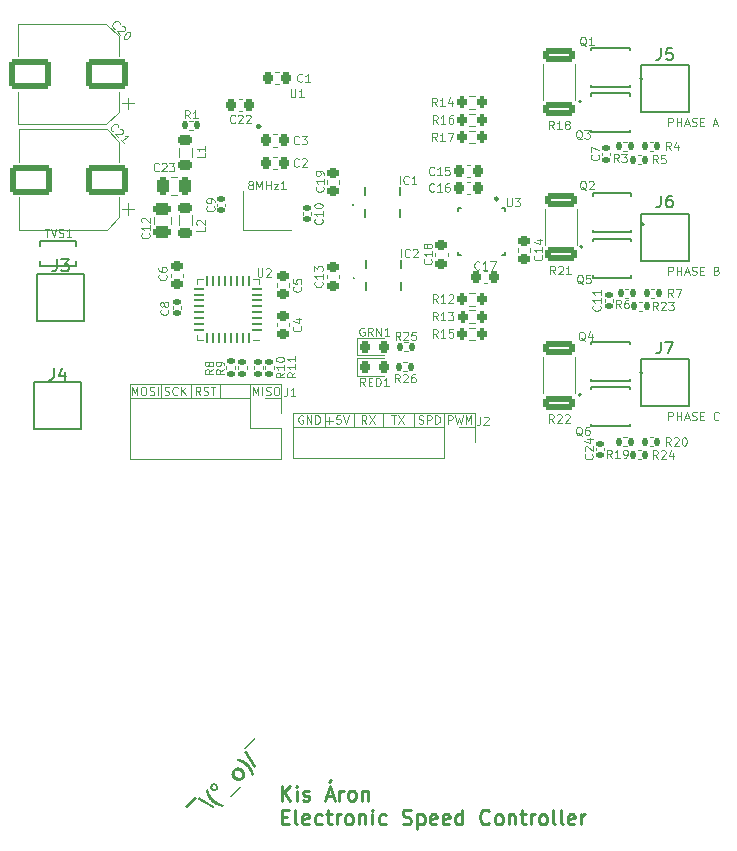
<source format=gto>
G04 #@! TF.GenerationSoftware,KiCad,Pcbnew,8.0.1*
G04 #@! TF.CreationDate,2024-05-01T01:11:43+03:00*
G04 #@! TF.ProjectId,esc,6573632e-6b69-4636-9164-5f7063625858,rev?*
G04 #@! TF.SameCoordinates,Original*
G04 #@! TF.FileFunction,Legend,Top*
G04 #@! TF.FilePolarity,Positive*
%FSLAX46Y46*%
G04 Gerber Fmt 4.6, Leading zero omitted, Abs format (unit mm)*
G04 Created by KiCad (PCBNEW 8.0.1) date 2024-05-01 01:11:43*
%MOMM*%
%LPD*%
G01*
G04 APERTURE LIST*
G04 Aperture macros list*
%AMRoundRect*
0 Rectangle with rounded corners*
0 $1 Rounding radius*
0 $2 $3 $4 $5 $6 $7 $8 $9 X,Y pos of 4 corners*
0 Add a 4 corners polygon primitive as box body*
4,1,4,$2,$3,$4,$5,$6,$7,$8,$9,$2,$3,0*
0 Add four circle primitives for the rounded corners*
1,1,$1+$1,$2,$3*
1,1,$1+$1,$4,$5*
1,1,$1+$1,$6,$7*
1,1,$1+$1,$8,$9*
0 Add four rect primitives between the rounded corners*
20,1,$1+$1,$2,$3,$4,$5,0*
20,1,$1+$1,$4,$5,$6,$7,0*
20,1,$1+$1,$6,$7,$8,$9,0*
20,1,$1+$1,$8,$9,$2,$3,0*%
G04 Aperture macros list end*
%ADD10C,0.120000*%
%ADD11C,0.100000*%
%ADD12C,0.250000*%
%ADD13C,0.150000*%
%ADD14C,0.200000*%
%ADD15C,0.127000*%
%ADD16C,0.152400*%
%ADD17C,0.010000*%
%ADD18R,0.900000X0.240000*%
%ADD19R,0.240000X0.900000*%
%ADD20R,1.400000X0.900000*%
%ADD21RoundRect,0.200000X-0.200000X-0.275000X0.200000X-0.275000X0.200000X0.275000X-0.200000X0.275000X0*%
%ADD22RoundRect,0.225000X-0.250000X0.225000X-0.250000X-0.225000X0.250000X-0.225000X0.250000X0.225000X0*%
%ADD23RoundRect,0.135000X0.185000X-0.135000X0.185000X0.135000X-0.185000X0.135000X-0.185000X-0.135000X0*%
%ADD24RoundRect,0.250000X-1.075000X0.362500X-1.075000X-0.362500X1.075000X-0.362500X1.075000X0.362500X0*%
%ADD25RoundRect,0.250000X-0.475000X0.250000X-0.475000X-0.250000X0.475000X-0.250000X0.475000X0.250000X0*%
%ADD26RoundRect,0.135000X0.135000X0.185000X-0.135000X0.185000X-0.135000X-0.185000X0.135000X-0.185000X0*%
%ADD27RoundRect,0.218750X-0.381250X0.218750X-0.381250X-0.218750X0.381250X-0.218750X0.381250X0.218750X0*%
%ADD28RoundRect,0.140000X-0.170000X0.140000X-0.170000X-0.140000X0.170000X-0.140000X0.170000X0.140000X0*%
%ADD29C,1.959000*%
%ADD30R,1.400000X1.200000*%
%ADD31RoundRect,0.135000X-0.135000X-0.185000X0.135000X-0.185000X0.135000X0.185000X-0.135000X0.185000X0*%
%ADD32RoundRect,0.250000X1.500000X1.000000X-1.500000X1.000000X-1.500000X-1.000000X1.500000X-1.000000X0*%
%ADD33R,1.700000X1.700000*%
%ADD34O,1.700000X1.700000*%
%ADD35RoundRect,0.250000X-0.250000X-0.475000X0.250000X-0.475000X0.250000X0.475000X-0.250000X0.475000X0*%
%ADD36RoundRect,0.225000X0.225000X0.250000X-0.225000X0.250000X-0.225000X-0.250000X0.225000X-0.250000X0*%
%ADD37RoundRect,0.225000X0.250000X-0.225000X0.250000X0.225000X-0.250000X0.225000X-0.250000X-0.225000X0*%
%ADD38RoundRect,0.225000X-0.225000X-0.250000X0.225000X-0.250000X0.225000X0.250000X-0.225000X0.250000X0*%
%ADD39RoundRect,0.140000X0.170000X-0.140000X0.170000X0.140000X-0.170000X0.140000X-0.170000X-0.140000X0*%
%ADD40R,0.812800X0.660400*%
%ADD41RoundRect,0.218750X-0.218750X-0.256250X0.218750X-0.256250X0.218750X0.256250X-0.218750X0.256250X0*%
%ADD42RoundRect,0.062500X0.375000X0.062500X-0.375000X0.062500X-0.375000X-0.062500X0.375000X-0.062500X0*%
%ADD43RoundRect,0.062500X0.062500X0.375000X-0.062500X0.375000X-0.062500X-0.375000X0.062500X-0.375000X0*%
%ADD44R,3.100000X3.100000*%
%ADD45R,0.350000X0.600000*%
%ADD46R,1.700000X1.100000*%
%ADD47R,0.242473X0.809638*%
%ADD48R,0.809638X0.242473*%
%ADD49R,2.550000X2.550000*%
G04 APERTURE END LIST*
D10*
X66795000Y-64042500D02*
X66795000Y-62927500D01*
X85790000Y-66505000D02*
X85790000Y-65375000D01*
X70425000Y-66505000D02*
X70425000Y-65375000D01*
X56575000Y-62925000D02*
X69395000Y-62920000D01*
X83190000Y-66510000D02*
X83190000Y-65380000D01*
X64225000Y-64042500D02*
X64225000Y-62927500D01*
X73095000Y-66510000D02*
X73095000Y-65380000D01*
X56575000Y-64055000D02*
X56575000Y-62925000D01*
X59225000Y-64045000D02*
X59225000Y-62930000D01*
X61735000Y-64042500D02*
X61735000Y-62927500D01*
X69395000Y-64050000D02*
X69395000Y-62920000D01*
X78015000Y-66500000D02*
X78015000Y-65370000D01*
X80645000Y-66510000D02*
X80645000Y-65380000D01*
X75595000Y-66510000D02*
X75595000Y-65380000D01*
X70425000Y-65375000D02*
X85790000Y-65375000D01*
D11*
X102182455Y-53659133D02*
X102182455Y-52959133D01*
X102182455Y-52959133D02*
X102449122Y-52959133D01*
X102449122Y-52959133D02*
X102515789Y-52992466D01*
X102515789Y-52992466D02*
X102549122Y-53025800D01*
X102549122Y-53025800D02*
X102582455Y-53092466D01*
X102582455Y-53092466D02*
X102582455Y-53192466D01*
X102582455Y-53192466D02*
X102549122Y-53259133D01*
X102549122Y-53259133D02*
X102515789Y-53292466D01*
X102515789Y-53292466D02*
X102449122Y-53325800D01*
X102449122Y-53325800D02*
X102182455Y-53325800D01*
X102882455Y-53659133D02*
X102882455Y-52959133D01*
X102882455Y-53292466D02*
X103282455Y-53292466D01*
X103282455Y-53659133D02*
X103282455Y-52959133D01*
X103582455Y-53459133D02*
X103915788Y-53459133D01*
X103515788Y-53659133D02*
X103749122Y-52959133D01*
X103749122Y-52959133D02*
X103982455Y-53659133D01*
X104182455Y-53625800D02*
X104282455Y-53659133D01*
X104282455Y-53659133D02*
X104449122Y-53659133D01*
X104449122Y-53659133D02*
X104515788Y-53625800D01*
X104515788Y-53625800D02*
X104549122Y-53592466D01*
X104549122Y-53592466D02*
X104582455Y-53525800D01*
X104582455Y-53525800D02*
X104582455Y-53459133D01*
X104582455Y-53459133D02*
X104549122Y-53392466D01*
X104549122Y-53392466D02*
X104515788Y-53359133D01*
X104515788Y-53359133D02*
X104449122Y-53325800D01*
X104449122Y-53325800D02*
X104315788Y-53292466D01*
X104315788Y-53292466D02*
X104249122Y-53259133D01*
X104249122Y-53259133D02*
X104215788Y-53225800D01*
X104215788Y-53225800D02*
X104182455Y-53159133D01*
X104182455Y-53159133D02*
X104182455Y-53092466D01*
X104182455Y-53092466D02*
X104215788Y-53025800D01*
X104215788Y-53025800D02*
X104249122Y-52992466D01*
X104249122Y-52992466D02*
X104315788Y-52959133D01*
X104315788Y-52959133D02*
X104482455Y-52959133D01*
X104482455Y-52959133D02*
X104582455Y-52992466D01*
X104882455Y-53292466D02*
X105115789Y-53292466D01*
X105215789Y-53659133D02*
X104882455Y-53659133D01*
X104882455Y-53659133D02*
X104882455Y-52959133D01*
X104882455Y-52959133D02*
X105215789Y-52959133D01*
X106282455Y-53292466D02*
X106382455Y-53325800D01*
X106382455Y-53325800D02*
X106415788Y-53359133D01*
X106415788Y-53359133D02*
X106449121Y-53425800D01*
X106449121Y-53425800D02*
X106449121Y-53525800D01*
X106449121Y-53525800D02*
X106415788Y-53592466D01*
X106415788Y-53592466D02*
X106382455Y-53625800D01*
X106382455Y-53625800D02*
X106315788Y-53659133D01*
X106315788Y-53659133D02*
X106049121Y-53659133D01*
X106049121Y-53659133D02*
X106049121Y-52959133D01*
X106049121Y-52959133D02*
X106282455Y-52959133D01*
X106282455Y-52959133D02*
X106349121Y-52992466D01*
X106349121Y-52992466D02*
X106382455Y-53025800D01*
X106382455Y-53025800D02*
X106415788Y-53092466D01*
X106415788Y-53092466D02*
X106415788Y-53159133D01*
X106415788Y-53159133D02*
X106382455Y-53225800D01*
X106382455Y-53225800D02*
X106349121Y-53259133D01*
X106349121Y-53259133D02*
X106282455Y-53292466D01*
X106282455Y-53292466D02*
X106049121Y-53292466D01*
X73232455Y-65992466D02*
X73765789Y-65992466D01*
X73499122Y-66259133D02*
X73499122Y-65725800D01*
X74432456Y-65559133D02*
X74099122Y-65559133D01*
X74099122Y-65559133D02*
X74065789Y-65892466D01*
X74065789Y-65892466D02*
X74099122Y-65859133D01*
X74099122Y-65859133D02*
X74165789Y-65825800D01*
X74165789Y-65825800D02*
X74332456Y-65825800D01*
X74332456Y-65825800D02*
X74399122Y-65859133D01*
X74399122Y-65859133D02*
X74432456Y-65892466D01*
X74432456Y-65892466D02*
X74465789Y-65959133D01*
X74465789Y-65959133D02*
X74465789Y-66125800D01*
X74465789Y-66125800D02*
X74432456Y-66192466D01*
X74432456Y-66192466D02*
X74399122Y-66225800D01*
X74399122Y-66225800D02*
X74332456Y-66259133D01*
X74332456Y-66259133D02*
X74165789Y-66259133D01*
X74165789Y-66259133D02*
X74099122Y-66225800D01*
X74099122Y-66225800D02*
X74065789Y-66192466D01*
X74665789Y-65559133D02*
X74899123Y-66259133D01*
X74899123Y-66259133D02*
X75132456Y-65559133D01*
X78747455Y-65559133D02*
X79147455Y-65559133D01*
X78947455Y-66259133D02*
X78947455Y-65559133D01*
X79314122Y-65559133D02*
X79780788Y-66259133D01*
X79780788Y-65559133D02*
X79314122Y-66259133D01*
X76632455Y-66259133D02*
X76399122Y-65925800D01*
X76232455Y-66259133D02*
X76232455Y-65559133D01*
X76232455Y-65559133D02*
X76499122Y-65559133D01*
X76499122Y-65559133D02*
X76565789Y-65592466D01*
X76565789Y-65592466D02*
X76599122Y-65625800D01*
X76599122Y-65625800D02*
X76632455Y-65692466D01*
X76632455Y-65692466D02*
X76632455Y-65792466D01*
X76632455Y-65792466D02*
X76599122Y-65859133D01*
X76599122Y-65859133D02*
X76565789Y-65892466D01*
X76565789Y-65892466D02*
X76499122Y-65925800D01*
X76499122Y-65925800D02*
X76232455Y-65925800D01*
X76865789Y-65559133D02*
X77332455Y-66259133D01*
X77332455Y-65559133D02*
X76865789Y-66259133D01*
X81049122Y-66225800D02*
X81149122Y-66259133D01*
X81149122Y-66259133D02*
X81315789Y-66259133D01*
X81315789Y-66259133D02*
X81382455Y-66225800D01*
X81382455Y-66225800D02*
X81415789Y-66192466D01*
X81415789Y-66192466D02*
X81449122Y-66125800D01*
X81449122Y-66125800D02*
X81449122Y-66059133D01*
X81449122Y-66059133D02*
X81415789Y-65992466D01*
X81415789Y-65992466D02*
X81382455Y-65959133D01*
X81382455Y-65959133D02*
X81315789Y-65925800D01*
X81315789Y-65925800D02*
X81182455Y-65892466D01*
X81182455Y-65892466D02*
X81115789Y-65859133D01*
X81115789Y-65859133D02*
X81082455Y-65825800D01*
X81082455Y-65825800D02*
X81049122Y-65759133D01*
X81049122Y-65759133D02*
X81049122Y-65692466D01*
X81049122Y-65692466D02*
X81082455Y-65625800D01*
X81082455Y-65625800D02*
X81115789Y-65592466D01*
X81115789Y-65592466D02*
X81182455Y-65559133D01*
X81182455Y-65559133D02*
X81349122Y-65559133D01*
X81349122Y-65559133D02*
X81449122Y-65592466D01*
X81749122Y-66259133D02*
X81749122Y-65559133D01*
X81749122Y-65559133D02*
X82015789Y-65559133D01*
X82015789Y-65559133D02*
X82082456Y-65592466D01*
X82082456Y-65592466D02*
X82115789Y-65625800D01*
X82115789Y-65625800D02*
X82149122Y-65692466D01*
X82149122Y-65692466D02*
X82149122Y-65792466D01*
X82149122Y-65792466D02*
X82115789Y-65859133D01*
X82115789Y-65859133D02*
X82082456Y-65892466D01*
X82082456Y-65892466D02*
X82015789Y-65925800D01*
X82015789Y-65925800D02*
X81749122Y-65925800D01*
X82449122Y-66259133D02*
X82449122Y-65559133D01*
X82449122Y-65559133D02*
X82615789Y-65559133D01*
X82615789Y-65559133D02*
X82715789Y-65592466D01*
X82715789Y-65592466D02*
X82782456Y-65659133D01*
X82782456Y-65659133D02*
X82815789Y-65725800D01*
X82815789Y-65725800D02*
X82849122Y-65859133D01*
X82849122Y-65859133D02*
X82849122Y-65959133D01*
X82849122Y-65959133D02*
X82815789Y-66092466D01*
X82815789Y-66092466D02*
X82782456Y-66159133D01*
X82782456Y-66159133D02*
X82715789Y-66225800D01*
X82715789Y-66225800D02*
X82615789Y-66259133D01*
X82615789Y-66259133D02*
X82449122Y-66259133D01*
X56767455Y-63844133D02*
X56767455Y-63144133D01*
X56767455Y-63144133D02*
X57000789Y-63644133D01*
X57000789Y-63644133D02*
X57234122Y-63144133D01*
X57234122Y-63144133D02*
X57234122Y-63844133D01*
X57700789Y-63144133D02*
X57834122Y-63144133D01*
X57834122Y-63144133D02*
X57900789Y-63177466D01*
X57900789Y-63177466D02*
X57967455Y-63244133D01*
X57967455Y-63244133D02*
X58000789Y-63377466D01*
X58000789Y-63377466D02*
X58000789Y-63610800D01*
X58000789Y-63610800D02*
X57967455Y-63744133D01*
X57967455Y-63744133D02*
X57900789Y-63810800D01*
X57900789Y-63810800D02*
X57834122Y-63844133D01*
X57834122Y-63844133D02*
X57700789Y-63844133D01*
X57700789Y-63844133D02*
X57634122Y-63810800D01*
X57634122Y-63810800D02*
X57567455Y-63744133D01*
X57567455Y-63744133D02*
X57534122Y-63610800D01*
X57534122Y-63610800D02*
X57534122Y-63377466D01*
X57534122Y-63377466D02*
X57567455Y-63244133D01*
X57567455Y-63244133D02*
X57634122Y-63177466D01*
X57634122Y-63177466D02*
X57700789Y-63144133D01*
X58267455Y-63810800D02*
X58367455Y-63844133D01*
X58367455Y-63844133D02*
X58534122Y-63844133D01*
X58534122Y-63844133D02*
X58600788Y-63810800D01*
X58600788Y-63810800D02*
X58634122Y-63777466D01*
X58634122Y-63777466D02*
X58667455Y-63710800D01*
X58667455Y-63710800D02*
X58667455Y-63644133D01*
X58667455Y-63644133D02*
X58634122Y-63577466D01*
X58634122Y-63577466D02*
X58600788Y-63544133D01*
X58600788Y-63544133D02*
X58534122Y-63510800D01*
X58534122Y-63510800D02*
X58400788Y-63477466D01*
X58400788Y-63477466D02*
X58334122Y-63444133D01*
X58334122Y-63444133D02*
X58300788Y-63410800D01*
X58300788Y-63410800D02*
X58267455Y-63344133D01*
X58267455Y-63344133D02*
X58267455Y-63277466D01*
X58267455Y-63277466D02*
X58300788Y-63210800D01*
X58300788Y-63210800D02*
X58334122Y-63177466D01*
X58334122Y-63177466D02*
X58400788Y-63144133D01*
X58400788Y-63144133D02*
X58567455Y-63144133D01*
X58567455Y-63144133D02*
X58667455Y-63177466D01*
X58967455Y-63844133D02*
X58967455Y-63144133D01*
D12*
X69462092Y-98171593D02*
X69462092Y-96921593D01*
X70176377Y-98171593D02*
X69640663Y-97457308D01*
X70176377Y-96921593D02*
X69462092Y-97635879D01*
X70712092Y-98171593D02*
X70712092Y-97338260D01*
X70712092Y-96921593D02*
X70652568Y-96981117D01*
X70652568Y-96981117D02*
X70712092Y-97040641D01*
X70712092Y-97040641D02*
X70771615Y-96981117D01*
X70771615Y-96981117D02*
X70712092Y-96921593D01*
X70712092Y-96921593D02*
X70712092Y-97040641D01*
X71247806Y-98112070D02*
X71366853Y-98171593D01*
X71366853Y-98171593D02*
X71604949Y-98171593D01*
X71604949Y-98171593D02*
X71723996Y-98112070D01*
X71723996Y-98112070D02*
X71783520Y-97993022D01*
X71783520Y-97993022D02*
X71783520Y-97933498D01*
X71783520Y-97933498D02*
X71723996Y-97814450D01*
X71723996Y-97814450D02*
X71604949Y-97754927D01*
X71604949Y-97754927D02*
X71426377Y-97754927D01*
X71426377Y-97754927D02*
X71307330Y-97695403D01*
X71307330Y-97695403D02*
X71247806Y-97576355D01*
X71247806Y-97576355D02*
X71247806Y-97516831D01*
X71247806Y-97516831D02*
X71307330Y-97397784D01*
X71307330Y-97397784D02*
X71426377Y-97338260D01*
X71426377Y-97338260D02*
X71604949Y-97338260D01*
X71604949Y-97338260D02*
X71723996Y-97397784D01*
X73212092Y-97814450D02*
X73807330Y-97814450D01*
X73093044Y-98171593D02*
X73509711Y-96921593D01*
X73509711Y-96921593D02*
X73926377Y-98171593D01*
X73628758Y-96445403D02*
X73450187Y-96623974D01*
X74343045Y-98171593D02*
X74343045Y-97338260D01*
X74343045Y-97576355D02*
X74402568Y-97457308D01*
X74402568Y-97457308D02*
X74462092Y-97397784D01*
X74462092Y-97397784D02*
X74581140Y-97338260D01*
X74581140Y-97338260D02*
X74700187Y-97338260D01*
X75295426Y-98171593D02*
X75176378Y-98112070D01*
X75176378Y-98112070D02*
X75116855Y-98052546D01*
X75116855Y-98052546D02*
X75057331Y-97933498D01*
X75057331Y-97933498D02*
X75057331Y-97576355D01*
X75057331Y-97576355D02*
X75116855Y-97457308D01*
X75116855Y-97457308D02*
X75176378Y-97397784D01*
X75176378Y-97397784D02*
X75295426Y-97338260D01*
X75295426Y-97338260D02*
X75473997Y-97338260D01*
X75473997Y-97338260D02*
X75593045Y-97397784D01*
X75593045Y-97397784D02*
X75652569Y-97457308D01*
X75652569Y-97457308D02*
X75712093Y-97576355D01*
X75712093Y-97576355D02*
X75712093Y-97933498D01*
X75712093Y-97933498D02*
X75652569Y-98052546D01*
X75652569Y-98052546D02*
X75593045Y-98112070D01*
X75593045Y-98112070D02*
X75473997Y-98171593D01*
X75473997Y-98171593D02*
X75295426Y-98171593D01*
X76247807Y-97338260D02*
X76247807Y-98171593D01*
X76247807Y-97457308D02*
X76307330Y-97397784D01*
X76307330Y-97397784D02*
X76426378Y-97338260D01*
X76426378Y-97338260D02*
X76604949Y-97338260D01*
X76604949Y-97338260D02*
X76723997Y-97397784D01*
X76723997Y-97397784D02*
X76783521Y-97516831D01*
X76783521Y-97516831D02*
X76783521Y-98171593D01*
X69462092Y-99529261D02*
X69878758Y-99529261D01*
X70057330Y-100184023D02*
X69462092Y-100184023D01*
X69462092Y-100184023D02*
X69462092Y-98934023D01*
X69462092Y-98934023D02*
X70057330Y-98934023D01*
X70771615Y-100184023D02*
X70652567Y-100124500D01*
X70652567Y-100124500D02*
X70593044Y-100005452D01*
X70593044Y-100005452D02*
X70593044Y-98934023D01*
X71723996Y-100124500D02*
X71604948Y-100184023D01*
X71604948Y-100184023D02*
X71366853Y-100184023D01*
X71366853Y-100184023D02*
X71247806Y-100124500D01*
X71247806Y-100124500D02*
X71188282Y-100005452D01*
X71188282Y-100005452D02*
X71188282Y-99529261D01*
X71188282Y-99529261D02*
X71247806Y-99410214D01*
X71247806Y-99410214D02*
X71366853Y-99350690D01*
X71366853Y-99350690D02*
X71604948Y-99350690D01*
X71604948Y-99350690D02*
X71723996Y-99410214D01*
X71723996Y-99410214D02*
X71783520Y-99529261D01*
X71783520Y-99529261D02*
X71783520Y-99648309D01*
X71783520Y-99648309D02*
X71188282Y-99767357D01*
X72854949Y-100124500D02*
X72735901Y-100184023D01*
X72735901Y-100184023D02*
X72497806Y-100184023D01*
X72497806Y-100184023D02*
X72378758Y-100124500D01*
X72378758Y-100124500D02*
X72319235Y-100064976D01*
X72319235Y-100064976D02*
X72259711Y-99945928D01*
X72259711Y-99945928D02*
X72259711Y-99588785D01*
X72259711Y-99588785D02*
X72319235Y-99469738D01*
X72319235Y-99469738D02*
X72378758Y-99410214D01*
X72378758Y-99410214D02*
X72497806Y-99350690D01*
X72497806Y-99350690D02*
X72735901Y-99350690D01*
X72735901Y-99350690D02*
X72854949Y-99410214D01*
X73212092Y-99350690D02*
X73688283Y-99350690D01*
X73390664Y-98934023D02*
X73390664Y-100005452D01*
X73390664Y-100005452D02*
X73450187Y-100124500D01*
X73450187Y-100124500D02*
X73569235Y-100184023D01*
X73569235Y-100184023D02*
X73688283Y-100184023D01*
X74104950Y-100184023D02*
X74104950Y-99350690D01*
X74104950Y-99588785D02*
X74164473Y-99469738D01*
X74164473Y-99469738D02*
X74223997Y-99410214D01*
X74223997Y-99410214D02*
X74343045Y-99350690D01*
X74343045Y-99350690D02*
X74462092Y-99350690D01*
X75057331Y-100184023D02*
X74938283Y-100124500D01*
X74938283Y-100124500D02*
X74878760Y-100064976D01*
X74878760Y-100064976D02*
X74819236Y-99945928D01*
X74819236Y-99945928D02*
X74819236Y-99588785D01*
X74819236Y-99588785D02*
X74878760Y-99469738D01*
X74878760Y-99469738D02*
X74938283Y-99410214D01*
X74938283Y-99410214D02*
X75057331Y-99350690D01*
X75057331Y-99350690D02*
X75235902Y-99350690D01*
X75235902Y-99350690D02*
X75354950Y-99410214D01*
X75354950Y-99410214D02*
X75414474Y-99469738D01*
X75414474Y-99469738D02*
X75473998Y-99588785D01*
X75473998Y-99588785D02*
X75473998Y-99945928D01*
X75473998Y-99945928D02*
X75414474Y-100064976D01*
X75414474Y-100064976D02*
X75354950Y-100124500D01*
X75354950Y-100124500D02*
X75235902Y-100184023D01*
X75235902Y-100184023D02*
X75057331Y-100184023D01*
X76009712Y-99350690D02*
X76009712Y-100184023D01*
X76009712Y-99469738D02*
X76069235Y-99410214D01*
X76069235Y-99410214D02*
X76188283Y-99350690D01*
X76188283Y-99350690D02*
X76366854Y-99350690D01*
X76366854Y-99350690D02*
X76485902Y-99410214D01*
X76485902Y-99410214D02*
X76545426Y-99529261D01*
X76545426Y-99529261D02*
X76545426Y-100184023D01*
X77140664Y-100184023D02*
X77140664Y-99350690D01*
X77140664Y-98934023D02*
X77081140Y-98993547D01*
X77081140Y-98993547D02*
X77140664Y-99053071D01*
X77140664Y-99053071D02*
X77200187Y-98993547D01*
X77200187Y-98993547D02*
X77140664Y-98934023D01*
X77140664Y-98934023D02*
X77140664Y-99053071D01*
X78271616Y-100124500D02*
X78152568Y-100184023D01*
X78152568Y-100184023D02*
X77914473Y-100184023D01*
X77914473Y-100184023D02*
X77795425Y-100124500D01*
X77795425Y-100124500D02*
X77735902Y-100064976D01*
X77735902Y-100064976D02*
X77676378Y-99945928D01*
X77676378Y-99945928D02*
X77676378Y-99588785D01*
X77676378Y-99588785D02*
X77735902Y-99469738D01*
X77735902Y-99469738D02*
X77795425Y-99410214D01*
X77795425Y-99410214D02*
X77914473Y-99350690D01*
X77914473Y-99350690D02*
X78152568Y-99350690D01*
X78152568Y-99350690D02*
X78271616Y-99410214D01*
X79700188Y-100124500D02*
X79878759Y-100184023D01*
X79878759Y-100184023D02*
X80176378Y-100184023D01*
X80176378Y-100184023D02*
X80295426Y-100124500D01*
X80295426Y-100124500D02*
X80354950Y-100064976D01*
X80354950Y-100064976D02*
X80414473Y-99945928D01*
X80414473Y-99945928D02*
X80414473Y-99826880D01*
X80414473Y-99826880D02*
X80354950Y-99707833D01*
X80354950Y-99707833D02*
X80295426Y-99648309D01*
X80295426Y-99648309D02*
X80176378Y-99588785D01*
X80176378Y-99588785D02*
X79938283Y-99529261D01*
X79938283Y-99529261D02*
X79819235Y-99469738D01*
X79819235Y-99469738D02*
X79759712Y-99410214D01*
X79759712Y-99410214D02*
X79700188Y-99291166D01*
X79700188Y-99291166D02*
X79700188Y-99172119D01*
X79700188Y-99172119D02*
X79759712Y-99053071D01*
X79759712Y-99053071D02*
X79819235Y-98993547D01*
X79819235Y-98993547D02*
X79938283Y-98934023D01*
X79938283Y-98934023D02*
X80235902Y-98934023D01*
X80235902Y-98934023D02*
X80414473Y-98993547D01*
X80950188Y-99350690D02*
X80950188Y-100600690D01*
X80950188Y-99410214D02*
X81069235Y-99350690D01*
X81069235Y-99350690D02*
X81307330Y-99350690D01*
X81307330Y-99350690D02*
X81426378Y-99410214D01*
X81426378Y-99410214D02*
X81485902Y-99469738D01*
X81485902Y-99469738D02*
X81545426Y-99588785D01*
X81545426Y-99588785D02*
X81545426Y-99945928D01*
X81545426Y-99945928D02*
X81485902Y-100064976D01*
X81485902Y-100064976D02*
X81426378Y-100124500D01*
X81426378Y-100124500D02*
X81307330Y-100184023D01*
X81307330Y-100184023D02*
X81069235Y-100184023D01*
X81069235Y-100184023D02*
X80950188Y-100124500D01*
X82557330Y-100124500D02*
X82438282Y-100184023D01*
X82438282Y-100184023D02*
X82200187Y-100184023D01*
X82200187Y-100184023D02*
X82081140Y-100124500D01*
X82081140Y-100124500D02*
X82021616Y-100005452D01*
X82021616Y-100005452D02*
X82021616Y-99529261D01*
X82021616Y-99529261D02*
X82081140Y-99410214D01*
X82081140Y-99410214D02*
X82200187Y-99350690D01*
X82200187Y-99350690D02*
X82438282Y-99350690D01*
X82438282Y-99350690D02*
X82557330Y-99410214D01*
X82557330Y-99410214D02*
X82616854Y-99529261D01*
X82616854Y-99529261D02*
X82616854Y-99648309D01*
X82616854Y-99648309D02*
X82021616Y-99767357D01*
X83628759Y-100124500D02*
X83509711Y-100184023D01*
X83509711Y-100184023D02*
X83271616Y-100184023D01*
X83271616Y-100184023D02*
X83152569Y-100124500D01*
X83152569Y-100124500D02*
X83093045Y-100005452D01*
X83093045Y-100005452D02*
X83093045Y-99529261D01*
X83093045Y-99529261D02*
X83152569Y-99410214D01*
X83152569Y-99410214D02*
X83271616Y-99350690D01*
X83271616Y-99350690D02*
X83509711Y-99350690D01*
X83509711Y-99350690D02*
X83628759Y-99410214D01*
X83628759Y-99410214D02*
X83688283Y-99529261D01*
X83688283Y-99529261D02*
X83688283Y-99648309D01*
X83688283Y-99648309D02*
X83093045Y-99767357D01*
X84759712Y-100184023D02*
X84759712Y-98934023D01*
X84759712Y-100124500D02*
X84640664Y-100184023D01*
X84640664Y-100184023D02*
X84402569Y-100184023D01*
X84402569Y-100184023D02*
X84283521Y-100124500D01*
X84283521Y-100124500D02*
X84223998Y-100064976D01*
X84223998Y-100064976D02*
X84164474Y-99945928D01*
X84164474Y-99945928D02*
X84164474Y-99588785D01*
X84164474Y-99588785D02*
X84223998Y-99469738D01*
X84223998Y-99469738D02*
X84283521Y-99410214D01*
X84283521Y-99410214D02*
X84402569Y-99350690D01*
X84402569Y-99350690D02*
X84640664Y-99350690D01*
X84640664Y-99350690D02*
X84759712Y-99410214D01*
X87021616Y-100064976D02*
X86962092Y-100124500D01*
X86962092Y-100124500D02*
X86783521Y-100184023D01*
X86783521Y-100184023D02*
X86664473Y-100184023D01*
X86664473Y-100184023D02*
X86485902Y-100124500D01*
X86485902Y-100124500D02*
X86366854Y-100005452D01*
X86366854Y-100005452D02*
X86307331Y-99886404D01*
X86307331Y-99886404D02*
X86247807Y-99648309D01*
X86247807Y-99648309D02*
X86247807Y-99469738D01*
X86247807Y-99469738D02*
X86307331Y-99231642D01*
X86307331Y-99231642D02*
X86366854Y-99112595D01*
X86366854Y-99112595D02*
X86485902Y-98993547D01*
X86485902Y-98993547D02*
X86664473Y-98934023D01*
X86664473Y-98934023D02*
X86783521Y-98934023D01*
X86783521Y-98934023D02*
X86962092Y-98993547D01*
X86962092Y-98993547D02*
X87021616Y-99053071D01*
X87735902Y-100184023D02*
X87616854Y-100124500D01*
X87616854Y-100124500D02*
X87557331Y-100064976D01*
X87557331Y-100064976D02*
X87497807Y-99945928D01*
X87497807Y-99945928D02*
X87497807Y-99588785D01*
X87497807Y-99588785D02*
X87557331Y-99469738D01*
X87557331Y-99469738D02*
X87616854Y-99410214D01*
X87616854Y-99410214D02*
X87735902Y-99350690D01*
X87735902Y-99350690D02*
X87914473Y-99350690D01*
X87914473Y-99350690D02*
X88033521Y-99410214D01*
X88033521Y-99410214D02*
X88093045Y-99469738D01*
X88093045Y-99469738D02*
X88152569Y-99588785D01*
X88152569Y-99588785D02*
X88152569Y-99945928D01*
X88152569Y-99945928D02*
X88093045Y-100064976D01*
X88093045Y-100064976D02*
X88033521Y-100124500D01*
X88033521Y-100124500D02*
X87914473Y-100184023D01*
X87914473Y-100184023D02*
X87735902Y-100184023D01*
X88688283Y-99350690D02*
X88688283Y-100184023D01*
X88688283Y-99469738D02*
X88747806Y-99410214D01*
X88747806Y-99410214D02*
X88866854Y-99350690D01*
X88866854Y-99350690D02*
X89045425Y-99350690D01*
X89045425Y-99350690D02*
X89164473Y-99410214D01*
X89164473Y-99410214D02*
X89223997Y-99529261D01*
X89223997Y-99529261D02*
X89223997Y-100184023D01*
X89640663Y-99350690D02*
X90116854Y-99350690D01*
X89819235Y-98934023D02*
X89819235Y-100005452D01*
X89819235Y-100005452D02*
X89878758Y-100124500D01*
X89878758Y-100124500D02*
X89997806Y-100184023D01*
X89997806Y-100184023D02*
X90116854Y-100184023D01*
X90533521Y-100184023D02*
X90533521Y-99350690D01*
X90533521Y-99588785D02*
X90593044Y-99469738D01*
X90593044Y-99469738D02*
X90652568Y-99410214D01*
X90652568Y-99410214D02*
X90771616Y-99350690D01*
X90771616Y-99350690D02*
X90890663Y-99350690D01*
X91485902Y-100184023D02*
X91366854Y-100124500D01*
X91366854Y-100124500D02*
X91307331Y-100064976D01*
X91307331Y-100064976D02*
X91247807Y-99945928D01*
X91247807Y-99945928D02*
X91247807Y-99588785D01*
X91247807Y-99588785D02*
X91307331Y-99469738D01*
X91307331Y-99469738D02*
X91366854Y-99410214D01*
X91366854Y-99410214D02*
X91485902Y-99350690D01*
X91485902Y-99350690D02*
X91664473Y-99350690D01*
X91664473Y-99350690D02*
X91783521Y-99410214D01*
X91783521Y-99410214D02*
X91843045Y-99469738D01*
X91843045Y-99469738D02*
X91902569Y-99588785D01*
X91902569Y-99588785D02*
X91902569Y-99945928D01*
X91902569Y-99945928D02*
X91843045Y-100064976D01*
X91843045Y-100064976D02*
X91783521Y-100124500D01*
X91783521Y-100124500D02*
X91664473Y-100184023D01*
X91664473Y-100184023D02*
X91485902Y-100184023D01*
X92616854Y-100184023D02*
X92497806Y-100124500D01*
X92497806Y-100124500D02*
X92438283Y-100005452D01*
X92438283Y-100005452D02*
X92438283Y-98934023D01*
X93271616Y-100184023D02*
X93152568Y-100124500D01*
X93152568Y-100124500D02*
X93093045Y-100005452D01*
X93093045Y-100005452D02*
X93093045Y-98934023D01*
X94223997Y-100124500D02*
X94104949Y-100184023D01*
X94104949Y-100184023D02*
X93866854Y-100184023D01*
X93866854Y-100184023D02*
X93747807Y-100124500D01*
X93747807Y-100124500D02*
X93688283Y-100005452D01*
X93688283Y-100005452D02*
X93688283Y-99529261D01*
X93688283Y-99529261D02*
X93747807Y-99410214D01*
X93747807Y-99410214D02*
X93866854Y-99350690D01*
X93866854Y-99350690D02*
X94104949Y-99350690D01*
X94104949Y-99350690D02*
X94223997Y-99410214D01*
X94223997Y-99410214D02*
X94283521Y-99529261D01*
X94283521Y-99529261D02*
X94283521Y-99648309D01*
X94283521Y-99648309D02*
X93688283Y-99767357D01*
X94819236Y-100184023D02*
X94819236Y-99350690D01*
X94819236Y-99588785D02*
X94878759Y-99469738D01*
X94878759Y-99469738D02*
X94938283Y-99410214D01*
X94938283Y-99410214D02*
X95057331Y-99350690D01*
X95057331Y-99350690D02*
X95176378Y-99350690D01*
D11*
X102182455Y-41059133D02*
X102182455Y-40359133D01*
X102182455Y-40359133D02*
X102449122Y-40359133D01*
X102449122Y-40359133D02*
X102515789Y-40392466D01*
X102515789Y-40392466D02*
X102549122Y-40425800D01*
X102549122Y-40425800D02*
X102582455Y-40492466D01*
X102582455Y-40492466D02*
X102582455Y-40592466D01*
X102582455Y-40592466D02*
X102549122Y-40659133D01*
X102549122Y-40659133D02*
X102515789Y-40692466D01*
X102515789Y-40692466D02*
X102449122Y-40725800D01*
X102449122Y-40725800D02*
X102182455Y-40725800D01*
X102882455Y-41059133D02*
X102882455Y-40359133D01*
X102882455Y-40692466D02*
X103282455Y-40692466D01*
X103282455Y-41059133D02*
X103282455Y-40359133D01*
X103582455Y-40859133D02*
X103915788Y-40859133D01*
X103515788Y-41059133D02*
X103749122Y-40359133D01*
X103749122Y-40359133D02*
X103982455Y-41059133D01*
X104182455Y-41025800D02*
X104282455Y-41059133D01*
X104282455Y-41059133D02*
X104449122Y-41059133D01*
X104449122Y-41059133D02*
X104515788Y-41025800D01*
X104515788Y-41025800D02*
X104549122Y-40992466D01*
X104549122Y-40992466D02*
X104582455Y-40925800D01*
X104582455Y-40925800D02*
X104582455Y-40859133D01*
X104582455Y-40859133D02*
X104549122Y-40792466D01*
X104549122Y-40792466D02*
X104515788Y-40759133D01*
X104515788Y-40759133D02*
X104449122Y-40725800D01*
X104449122Y-40725800D02*
X104315788Y-40692466D01*
X104315788Y-40692466D02*
X104249122Y-40659133D01*
X104249122Y-40659133D02*
X104215788Y-40625800D01*
X104215788Y-40625800D02*
X104182455Y-40559133D01*
X104182455Y-40559133D02*
X104182455Y-40492466D01*
X104182455Y-40492466D02*
X104215788Y-40425800D01*
X104215788Y-40425800D02*
X104249122Y-40392466D01*
X104249122Y-40392466D02*
X104315788Y-40359133D01*
X104315788Y-40359133D02*
X104482455Y-40359133D01*
X104482455Y-40359133D02*
X104582455Y-40392466D01*
X104882455Y-40692466D02*
X105115789Y-40692466D01*
X105215789Y-41059133D02*
X104882455Y-41059133D01*
X104882455Y-41059133D02*
X104882455Y-40359133D01*
X104882455Y-40359133D02*
X105215789Y-40359133D01*
X106015788Y-40859133D02*
X106349121Y-40859133D01*
X105949121Y-41059133D02*
X106182455Y-40359133D01*
X106182455Y-40359133D02*
X106415788Y-41059133D01*
X102182455Y-65959133D02*
X102182455Y-65259133D01*
X102182455Y-65259133D02*
X102449122Y-65259133D01*
X102449122Y-65259133D02*
X102515789Y-65292466D01*
X102515789Y-65292466D02*
X102549122Y-65325800D01*
X102549122Y-65325800D02*
X102582455Y-65392466D01*
X102582455Y-65392466D02*
X102582455Y-65492466D01*
X102582455Y-65492466D02*
X102549122Y-65559133D01*
X102549122Y-65559133D02*
X102515789Y-65592466D01*
X102515789Y-65592466D02*
X102449122Y-65625800D01*
X102449122Y-65625800D02*
X102182455Y-65625800D01*
X102882455Y-65959133D02*
X102882455Y-65259133D01*
X102882455Y-65592466D02*
X103282455Y-65592466D01*
X103282455Y-65959133D02*
X103282455Y-65259133D01*
X103582455Y-65759133D02*
X103915788Y-65759133D01*
X103515788Y-65959133D02*
X103749122Y-65259133D01*
X103749122Y-65259133D02*
X103982455Y-65959133D01*
X104182455Y-65925800D02*
X104282455Y-65959133D01*
X104282455Y-65959133D02*
X104449122Y-65959133D01*
X104449122Y-65959133D02*
X104515788Y-65925800D01*
X104515788Y-65925800D02*
X104549122Y-65892466D01*
X104549122Y-65892466D02*
X104582455Y-65825800D01*
X104582455Y-65825800D02*
X104582455Y-65759133D01*
X104582455Y-65759133D02*
X104549122Y-65692466D01*
X104549122Y-65692466D02*
X104515788Y-65659133D01*
X104515788Y-65659133D02*
X104449122Y-65625800D01*
X104449122Y-65625800D02*
X104315788Y-65592466D01*
X104315788Y-65592466D02*
X104249122Y-65559133D01*
X104249122Y-65559133D02*
X104215788Y-65525800D01*
X104215788Y-65525800D02*
X104182455Y-65459133D01*
X104182455Y-65459133D02*
X104182455Y-65392466D01*
X104182455Y-65392466D02*
X104215788Y-65325800D01*
X104215788Y-65325800D02*
X104249122Y-65292466D01*
X104249122Y-65292466D02*
X104315788Y-65259133D01*
X104315788Y-65259133D02*
X104482455Y-65259133D01*
X104482455Y-65259133D02*
X104582455Y-65292466D01*
X104882455Y-65592466D02*
X105115789Y-65592466D01*
X105215789Y-65959133D02*
X104882455Y-65959133D01*
X104882455Y-65959133D02*
X104882455Y-65259133D01*
X104882455Y-65259133D02*
X105215789Y-65259133D01*
X106449121Y-65892466D02*
X106415788Y-65925800D01*
X106415788Y-65925800D02*
X106315788Y-65959133D01*
X106315788Y-65959133D02*
X106249121Y-65959133D01*
X106249121Y-65959133D02*
X106149121Y-65925800D01*
X106149121Y-65925800D02*
X106082455Y-65859133D01*
X106082455Y-65859133D02*
X106049121Y-65792466D01*
X106049121Y-65792466D02*
X106015788Y-65659133D01*
X106015788Y-65659133D02*
X106015788Y-65559133D01*
X106015788Y-65559133D02*
X106049121Y-65425800D01*
X106049121Y-65425800D02*
X106082455Y-65359133D01*
X106082455Y-65359133D02*
X106149121Y-65292466D01*
X106149121Y-65292466D02*
X106249121Y-65259133D01*
X106249121Y-65259133D02*
X106315788Y-65259133D01*
X106315788Y-65259133D02*
X106415788Y-65292466D01*
X106415788Y-65292466D02*
X106449121Y-65325800D01*
X83532455Y-66259133D02*
X83532455Y-65559133D01*
X83532455Y-65559133D02*
X83799122Y-65559133D01*
X83799122Y-65559133D02*
X83865789Y-65592466D01*
X83865789Y-65592466D02*
X83899122Y-65625800D01*
X83899122Y-65625800D02*
X83932455Y-65692466D01*
X83932455Y-65692466D02*
X83932455Y-65792466D01*
X83932455Y-65792466D02*
X83899122Y-65859133D01*
X83899122Y-65859133D02*
X83865789Y-65892466D01*
X83865789Y-65892466D02*
X83799122Y-65925800D01*
X83799122Y-65925800D02*
X83532455Y-65925800D01*
X84165789Y-65559133D02*
X84332455Y-66259133D01*
X84332455Y-66259133D02*
X84465789Y-65759133D01*
X84465789Y-65759133D02*
X84599122Y-66259133D01*
X84599122Y-66259133D02*
X84765789Y-65559133D01*
X85032455Y-66259133D02*
X85032455Y-65559133D01*
X85032455Y-65559133D02*
X85265789Y-66059133D01*
X85265789Y-66059133D02*
X85499122Y-65559133D01*
X85499122Y-65559133D02*
X85499122Y-66259133D01*
X59534122Y-63810800D02*
X59634122Y-63844133D01*
X59634122Y-63844133D02*
X59800789Y-63844133D01*
X59800789Y-63844133D02*
X59867455Y-63810800D01*
X59867455Y-63810800D02*
X59900789Y-63777466D01*
X59900789Y-63777466D02*
X59934122Y-63710800D01*
X59934122Y-63710800D02*
X59934122Y-63644133D01*
X59934122Y-63644133D02*
X59900789Y-63577466D01*
X59900789Y-63577466D02*
X59867455Y-63544133D01*
X59867455Y-63544133D02*
X59800789Y-63510800D01*
X59800789Y-63510800D02*
X59667455Y-63477466D01*
X59667455Y-63477466D02*
X59600789Y-63444133D01*
X59600789Y-63444133D02*
X59567455Y-63410800D01*
X59567455Y-63410800D02*
X59534122Y-63344133D01*
X59534122Y-63344133D02*
X59534122Y-63277466D01*
X59534122Y-63277466D02*
X59567455Y-63210800D01*
X59567455Y-63210800D02*
X59600789Y-63177466D01*
X59600789Y-63177466D02*
X59667455Y-63144133D01*
X59667455Y-63144133D02*
X59834122Y-63144133D01*
X59834122Y-63144133D02*
X59934122Y-63177466D01*
X60634122Y-63777466D02*
X60600789Y-63810800D01*
X60600789Y-63810800D02*
X60500789Y-63844133D01*
X60500789Y-63844133D02*
X60434122Y-63844133D01*
X60434122Y-63844133D02*
X60334122Y-63810800D01*
X60334122Y-63810800D02*
X60267456Y-63744133D01*
X60267456Y-63744133D02*
X60234122Y-63677466D01*
X60234122Y-63677466D02*
X60200789Y-63544133D01*
X60200789Y-63544133D02*
X60200789Y-63444133D01*
X60200789Y-63444133D02*
X60234122Y-63310800D01*
X60234122Y-63310800D02*
X60267456Y-63244133D01*
X60267456Y-63244133D02*
X60334122Y-63177466D01*
X60334122Y-63177466D02*
X60434122Y-63144133D01*
X60434122Y-63144133D02*
X60500789Y-63144133D01*
X60500789Y-63144133D02*
X60600789Y-63177466D01*
X60600789Y-63177466D02*
X60634122Y-63210800D01*
X60934122Y-63844133D02*
X60934122Y-63144133D01*
X61334122Y-63844133D02*
X61034122Y-63444133D01*
X61334122Y-63144133D02*
X60934122Y-63544133D01*
D12*
G36*
X61428534Y-98805994D02*
G01*
X61295896Y-98673356D01*
X62146904Y-97822348D01*
X62279542Y-97954986D01*
X61428534Y-98805994D01*
G37*
G36*
X62309592Y-98024414D02*
G01*
X62460365Y-97873642D01*
X63805397Y-98683977D01*
X63651775Y-98837599D01*
X62309592Y-98024414D01*
G37*
G36*
X64546823Y-98539423D02*
G01*
X64406154Y-98680092D01*
X64320674Y-98661640D01*
X64237154Y-98639963D01*
X64155595Y-98615060D01*
X64075996Y-98586932D01*
X63998358Y-98555578D01*
X63922681Y-98520998D01*
X63892959Y-98506263D01*
X63820673Y-98467561D01*
X63751802Y-98426582D01*
X63686347Y-98383327D01*
X63624307Y-98337794D01*
X63565682Y-98289985D01*
X63510473Y-98239898D01*
X63489346Y-98219226D01*
X63426970Y-98153322D01*
X63369212Y-98084976D01*
X63316071Y-98014189D01*
X63267547Y-97940961D01*
X63223640Y-97865291D01*
X63184349Y-97787180D01*
X63169926Y-97755252D01*
X63140835Y-97685347D01*
X63114603Y-97615037D01*
X63091230Y-97544322D01*
X63070715Y-97473202D01*
X63053059Y-97401678D01*
X63038262Y-97329748D01*
X63033143Y-97300863D01*
X63173035Y-97160972D01*
X63202272Y-97238135D01*
X63231436Y-97311339D01*
X63260528Y-97380585D01*
X63296790Y-97461575D01*
X63332938Y-97536379D01*
X63368972Y-97604998D01*
X63404892Y-97667431D01*
X63449799Y-97737869D01*
X63498639Y-97806959D01*
X63551414Y-97874700D01*
X63608124Y-97941094D01*
X63658387Y-97995393D01*
X63689857Y-98027523D01*
X63750282Y-98085196D01*
X63806023Y-98134013D01*
X63864442Y-98181292D01*
X63925539Y-98227035D01*
X63952542Y-98246168D01*
X64016323Y-98288893D01*
X64080501Y-98328891D01*
X64145076Y-98366162D01*
X64210047Y-98400705D01*
X64247351Y-98419220D01*
X64319007Y-98451329D01*
X64390685Y-98480586D01*
X64463870Y-98508790D01*
X64534374Y-98534898D01*
X64546823Y-98539423D01*
G37*
G36*
X63802581Y-96715355D02*
G01*
X63876676Y-96741544D01*
X63942979Y-96786556D01*
X63961350Y-96803730D01*
X64007810Y-96860968D01*
X64041599Y-96932017D01*
X64056616Y-97010909D01*
X64057461Y-97036105D01*
X64049733Y-97109453D01*
X64023362Y-97183548D01*
X63978270Y-97249850D01*
X63961091Y-97268222D01*
X63903873Y-97314702D01*
X63832895Y-97348562D01*
X63754125Y-97363701D01*
X63728975Y-97364592D01*
X63655502Y-97356989D01*
X63581316Y-97330709D01*
X63514973Y-97285657D01*
X63496599Y-97268481D01*
X63449805Y-97210908D01*
X63415884Y-97139727D01*
X63400988Y-97060957D01*
X63400229Y-97035846D01*
X63400535Y-97032997D01*
X63568358Y-97032997D01*
X63586461Y-97105607D01*
X63617580Y-97147501D01*
X63680942Y-97187848D01*
X63732083Y-97196722D01*
X63804271Y-97181638D01*
X63845033Y-97152164D01*
X63883831Y-97086650D01*
X63889332Y-97039473D01*
X63871446Y-96966646D01*
X63840370Y-96924710D01*
X63776916Y-96884454D01*
X63725607Y-96875748D01*
X63653636Y-96890615D01*
X63612916Y-96920047D01*
X63574017Y-96985662D01*
X63568358Y-97032997D01*
X63400535Y-97032997D01*
X63408082Y-96962624D01*
X63434545Y-96888620D01*
X63479678Y-96822358D01*
X63496858Y-96803989D01*
X63554097Y-96757529D01*
X63625146Y-96723740D01*
X63704037Y-96708723D01*
X63729234Y-96707878D01*
X63802581Y-96715355D01*
G37*
G36*
X65174522Y-97911724D02*
G01*
X65041884Y-97779086D01*
X65892892Y-96928078D01*
X66025530Y-97060716D01*
X65174522Y-97911724D01*
G37*
G36*
X65863652Y-95353215D02*
G01*
X65943218Y-95372313D01*
X66019160Y-95403561D01*
X66091476Y-95446959D01*
X66148972Y-95492404D01*
X66182260Y-95523721D01*
X66233073Y-95580074D01*
X66282861Y-95651137D01*
X66320444Y-95725952D01*
X66345824Y-95804520D01*
X66359000Y-95886840D01*
X66361011Y-95929407D01*
X66355941Y-96013360D01*
X66338594Y-96093269D01*
X66308970Y-96169135D01*
X66267070Y-96240957D01*
X66212892Y-96308735D01*
X66192105Y-96330430D01*
X66136472Y-96380039D01*
X66076046Y-96422395D01*
X66010828Y-96457498D01*
X65940818Y-96485347D01*
X65868492Y-96503626D01*
X65787319Y-96510605D01*
X65706350Y-96503198D01*
X65652485Y-96490269D01*
X65581325Y-96463084D01*
X65511363Y-96424533D01*
X65451129Y-96381476D01*
X65391813Y-96329718D01*
X65375034Y-96313332D01*
X65321836Y-96252184D01*
X65277656Y-96184150D01*
X65245953Y-96117896D01*
X65226852Y-96064635D01*
X65209511Y-95991791D01*
X65203047Y-95910345D01*
X65206797Y-95869046D01*
X65459746Y-95869046D01*
X65477925Y-95944876D01*
X65513192Y-96013773D01*
X65559576Y-96075530D01*
X65595751Y-96114375D01*
X65657828Y-96169619D01*
X65719452Y-96210744D01*
X65788237Y-96240134D01*
X65841339Y-96250639D01*
X65919529Y-96247670D01*
X65993865Y-96219783D01*
X66042110Y-96181989D01*
X66086276Y-96122210D01*
X66109670Y-96046175D01*
X66110242Y-95981737D01*
X66091637Y-95905754D01*
X66055815Y-95836462D01*
X66008800Y-95774146D01*
X65972164Y-95734854D01*
X65910799Y-95680289D01*
X65849758Y-95639650D01*
X65781475Y-95610574D01*
X65728649Y-95600143D01*
X65650606Y-95602670D01*
X65576362Y-95630284D01*
X65528137Y-95668017D01*
X65483940Y-95727887D01*
X65460442Y-95804232D01*
X65459746Y-95869046D01*
X65206797Y-95869046D01*
X65210395Y-95829431D01*
X65222966Y-95775785D01*
X65248305Y-95706244D01*
X65282614Y-95640362D01*
X65325893Y-95578139D01*
X65378142Y-95519576D01*
X65434276Y-95469033D01*
X65504926Y-95419852D01*
X65579165Y-95383185D01*
X65656992Y-95359032D01*
X65738407Y-95347393D01*
X65780460Y-95346266D01*
X65863652Y-95353215D01*
G37*
G36*
X66971094Y-96115152D02*
G01*
X66942968Y-96037430D01*
X66917074Y-95968832D01*
X66887060Y-95894041D01*
X66860735Y-95834332D01*
X66828262Y-95768582D01*
X66789972Y-95698852D01*
X66750117Y-95632007D01*
X66707656Y-95565168D01*
X66664789Y-95502276D01*
X66617169Y-95437652D01*
X66612816Y-95432014D01*
X66563253Y-95370652D01*
X66510384Y-95310882D01*
X66459453Y-95257927D01*
X66405722Y-95206018D01*
X66351068Y-95156828D01*
X66284265Y-95101390D01*
X66216131Y-95049869D01*
X66146668Y-95002264D01*
X66099621Y-94972703D01*
X66024125Y-94929418D01*
X65954367Y-94893264D01*
X65878384Y-94857033D01*
X65796179Y-94820727D01*
X65725934Y-94791628D01*
X65651705Y-94762480D01*
X65593420Y-94740587D01*
X65732794Y-94601213D01*
X65814535Y-94616558D01*
X65894771Y-94635230D01*
X65973502Y-94657228D01*
X66050727Y-94682553D01*
X66126448Y-94711205D01*
X66200663Y-94743184D01*
X66229927Y-94756907D01*
X66301508Y-94793412D01*
X66370370Y-94833142D01*
X66436512Y-94876098D01*
X66499935Y-94922280D01*
X66560638Y-94971687D01*
X66618621Y-95024320D01*
X66641053Y-95046276D01*
X66696178Y-95104789D01*
X66749445Y-95168220D01*
X66800854Y-95236569D01*
X66842275Y-95297283D01*
X66882407Y-95361413D01*
X66913583Y-95415175D01*
X66954711Y-95493771D01*
X66992120Y-95575579D01*
X67025810Y-95660600D01*
X67050085Y-95730931D01*
X67071980Y-95803318D01*
X67091494Y-95877760D01*
X67108628Y-95954260D01*
X67112540Y-95973706D01*
X66971094Y-96115152D01*
G37*
G36*
X67114612Y-95374762D02*
G01*
X66301427Y-94032579D01*
X66455049Y-93878957D01*
X67265385Y-95223990D01*
X67114612Y-95374762D01*
G37*
G36*
X66387953Y-93846575D02*
G01*
X66255315Y-93713937D01*
X67106323Y-92862929D01*
X67238961Y-92995567D01*
X66387953Y-93846575D01*
G37*
D11*
X67017455Y-63844133D02*
X67017455Y-63144133D01*
X67017455Y-63144133D02*
X67250789Y-63644133D01*
X67250789Y-63644133D02*
X67484122Y-63144133D01*
X67484122Y-63144133D02*
X67484122Y-63844133D01*
X67817455Y-63844133D02*
X67817455Y-63144133D01*
X68117455Y-63810800D02*
X68217455Y-63844133D01*
X68217455Y-63844133D02*
X68384122Y-63844133D01*
X68384122Y-63844133D02*
X68450788Y-63810800D01*
X68450788Y-63810800D02*
X68484122Y-63777466D01*
X68484122Y-63777466D02*
X68517455Y-63710800D01*
X68517455Y-63710800D02*
X68517455Y-63644133D01*
X68517455Y-63644133D02*
X68484122Y-63577466D01*
X68484122Y-63577466D02*
X68450788Y-63544133D01*
X68450788Y-63544133D02*
X68384122Y-63510800D01*
X68384122Y-63510800D02*
X68250788Y-63477466D01*
X68250788Y-63477466D02*
X68184122Y-63444133D01*
X68184122Y-63444133D02*
X68150788Y-63410800D01*
X68150788Y-63410800D02*
X68117455Y-63344133D01*
X68117455Y-63344133D02*
X68117455Y-63277466D01*
X68117455Y-63277466D02*
X68150788Y-63210800D01*
X68150788Y-63210800D02*
X68184122Y-63177466D01*
X68184122Y-63177466D02*
X68250788Y-63144133D01*
X68250788Y-63144133D02*
X68417455Y-63144133D01*
X68417455Y-63144133D02*
X68517455Y-63177466D01*
X68950789Y-63144133D02*
X69084122Y-63144133D01*
X69084122Y-63144133D02*
X69150789Y-63177466D01*
X69150789Y-63177466D02*
X69217455Y-63244133D01*
X69217455Y-63244133D02*
X69250789Y-63377466D01*
X69250789Y-63377466D02*
X69250789Y-63610800D01*
X69250789Y-63610800D02*
X69217455Y-63744133D01*
X69217455Y-63744133D02*
X69150789Y-63810800D01*
X69150789Y-63810800D02*
X69084122Y-63844133D01*
X69084122Y-63844133D02*
X68950789Y-63844133D01*
X68950789Y-63844133D02*
X68884122Y-63810800D01*
X68884122Y-63810800D02*
X68817455Y-63744133D01*
X68817455Y-63744133D02*
X68784122Y-63610800D01*
X68784122Y-63610800D02*
X68784122Y-63377466D01*
X68784122Y-63377466D02*
X68817455Y-63244133D01*
X68817455Y-63244133D02*
X68884122Y-63177466D01*
X68884122Y-63177466D02*
X68950789Y-63144133D01*
X71244122Y-65592466D02*
X71177455Y-65559133D01*
X71177455Y-65559133D02*
X71077455Y-65559133D01*
X71077455Y-65559133D02*
X70977455Y-65592466D01*
X70977455Y-65592466D02*
X70910789Y-65659133D01*
X70910789Y-65659133D02*
X70877455Y-65725800D01*
X70877455Y-65725800D02*
X70844122Y-65859133D01*
X70844122Y-65859133D02*
X70844122Y-65959133D01*
X70844122Y-65959133D02*
X70877455Y-66092466D01*
X70877455Y-66092466D02*
X70910789Y-66159133D01*
X70910789Y-66159133D02*
X70977455Y-66225800D01*
X70977455Y-66225800D02*
X71077455Y-66259133D01*
X71077455Y-66259133D02*
X71144122Y-66259133D01*
X71144122Y-66259133D02*
X71244122Y-66225800D01*
X71244122Y-66225800D02*
X71277455Y-66192466D01*
X71277455Y-66192466D02*
X71277455Y-65959133D01*
X71277455Y-65959133D02*
X71144122Y-65959133D01*
X71577455Y-66259133D02*
X71577455Y-65559133D01*
X71577455Y-65559133D02*
X71977455Y-66259133D01*
X71977455Y-66259133D02*
X71977455Y-65559133D01*
X72310788Y-66259133D02*
X72310788Y-65559133D01*
X72310788Y-65559133D02*
X72477455Y-65559133D01*
X72477455Y-65559133D02*
X72577455Y-65592466D01*
X72577455Y-65592466D02*
X72644122Y-65659133D01*
X72644122Y-65659133D02*
X72677455Y-65725800D01*
X72677455Y-65725800D02*
X72710788Y-65859133D01*
X72710788Y-65859133D02*
X72710788Y-65959133D01*
X72710788Y-65959133D02*
X72677455Y-66092466D01*
X72677455Y-66092466D02*
X72644122Y-66159133D01*
X72644122Y-66159133D02*
X72577455Y-66225800D01*
X72577455Y-66225800D02*
X72477455Y-66259133D01*
X72477455Y-66259133D02*
X72310788Y-66259133D01*
X62567455Y-63844133D02*
X62334122Y-63510800D01*
X62167455Y-63844133D02*
X62167455Y-63144133D01*
X62167455Y-63144133D02*
X62434122Y-63144133D01*
X62434122Y-63144133D02*
X62500789Y-63177466D01*
X62500789Y-63177466D02*
X62534122Y-63210800D01*
X62534122Y-63210800D02*
X62567455Y-63277466D01*
X62567455Y-63277466D02*
X62567455Y-63377466D01*
X62567455Y-63377466D02*
X62534122Y-63444133D01*
X62534122Y-63444133D02*
X62500789Y-63477466D01*
X62500789Y-63477466D02*
X62434122Y-63510800D01*
X62434122Y-63510800D02*
X62167455Y-63510800D01*
X62834122Y-63810800D02*
X62934122Y-63844133D01*
X62934122Y-63844133D02*
X63100789Y-63844133D01*
X63100789Y-63844133D02*
X63167455Y-63810800D01*
X63167455Y-63810800D02*
X63200789Y-63777466D01*
X63200789Y-63777466D02*
X63234122Y-63710800D01*
X63234122Y-63710800D02*
X63234122Y-63644133D01*
X63234122Y-63644133D02*
X63200789Y-63577466D01*
X63200789Y-63577466D02*
X63167455Y-63544133D01*
X63167455Y-63544133D02*
X63100789Y-63510800D01*
X63100789Y-63510800D02*
X62967455Y-63477466D01*
X62967455Y-63477466D02*
X62900789Y-63444133D01*
X62900789Y-63444133D02*
X62867455Y-63410800D01*
X62867455Y-63410800D02*
X62834122Y-63344133D01*
X62834122Y-63344133D02*
X62834122Y-63277466D01*
X62834122Y-63277466D02*
X62867455Y-63210800D01*
X62867455Y-63210800D02*
X62900789Y-63177466D01*
X62900789Y-63177466D02*
X62967455Y-63144133D01*
X62967455Y-63144133D02*
X63134122Y-63144133D01*
X63134122Y-63144133D02*
X63234122Y-63177466D01*
X63434122Y-63144133D02*
X63834122Y-63144133D01*
X63634122Y-63844133D02*
X63634122Y-63144133D01*
X79466666Y-45968633D02*
X79466666Y-45268633D01*
X80199999Y-45901966D02*
X80166666Y-45935300D01*
X80166666Y-45935300D02*
X80066666Y-45968633D01*
X80066666Y-45968633D02*
X79999999Y-45968633D01*
X79999999Y-45968633D02*
X79899999Y-45935300D01*
X79899999Y-45935300D02*
X79833333Y-45868633D01*
X79833333Y-45868633D02*
X79799999Y-45801966D01*
X79799999Y-45801966D02*
X79766666Y-45668633D01*
X79766666Y-45668633D02*
X79766666Y-45568633D01*
X79766666Y-45568633D02*
X79799999Y-45435300D01*
X79799999Y-45435300D02*
X79833333Y-45368633D01*
X79833333Y-45368633D02*
X79899999Y-45301966D01*
X79899999Y-45301966D02*
X79999999Y-45268633D01*
X79999999Y-45268633D02*
X80066666Y-45268633D01*
X80066666Y-45268633D02*
X80166666Y-45301966D01*
X80166666Y-45301966D02*
X80199999Y-45335300D01*
X80866666Y-45968633D02*
X80466666Y-45968633D01*
X80666666Y-45968633D02*
X80666666Y-45268633D01*
X80666666Y-45268633D02*
X80599999Y-45368633D01*
X80599999Y-45368633D02*
X80533333Y-45435300D01*
X80533333Y-45435300D02*
X80466666Y-45468633D01*
X82599999Y-42318633D02*
X82366666Y-41985300D01*
X82199999Y-42318633D02*
X82199999Y-41618633D01*
X82199999Y-41618633D02*
X82466666Y-41618633D01*
X82466666Y-41618633D02*
X82533333Y-41651966D01*
X82533333Y-41651966D02*
X82566666Y-41685300D01*
X82566666Y-41685300D02*
X82599999Y-41751966D01*
X82599999Y-41751966D02*
X82599999Y-41851966D01*
X82599999Y-41851966D02*
X82566666Y-41918633D01*
X82566666Y-41918633D02*
X82533333Y-41951966D01*
X82533333Y-41951966D02*
X82466666Y-41985300D01*
X82466666Y-41985300D02*
X82199999Y-41985300D01*
X83266666Y-42318633D02*
X82866666Y-42318633D01*
X83066666Y-42318633D02*
X83066666Y-41618633D01*
X83066666Y-41618633D02*
X82999999Y-41718633D01*
X82999999Y-41718633D02*
X82933333Y-41785300D01*
X82933333Y-41785300D02*
X82866666Y-41818633D01*
X83500000Y-41618633D02*
X83966666Y-41618633D01*
X83966666Y-41618633D02*
X83666666Y-42318633D01*
X59651966Y-53666666D02*
X59685300Y-53699999D01*
X59685300Y-53699999D02*
X59718633Y-53799999D01*
X59718633Y-53799999D02*
X59718633Y-53866666D01*
X59718633Y-53866666D02*
X59685300Y-53966666D01*
X59685300Y-53966666D02*
X59618633Y-54033333D01*
X59618633Y-54033333D02*
X59551966Y-54066666D01*
X59551966Y-54066666D02*
X59418633Y-54099999D01*
X59418633Y-54099999D02*
X59318633Y-54099999D01*
X59318633Y-54099999D02*
X59185300Y-54066666D01*
X59185300Y-54066666D02*
X59118633Y-54033333D01*
X59118633Y-54033333D02*
X59051966Y-53966666D01*
X59051966Y-53966666D02*
X59018633Y-53866666D01*
X59018633Y-53866666D02*
X59018633Y-53799999D01*
X59018633Y-53799999D02*
X59051966Y-53699999D01*
X59051966Y-53699999D02*
X59085300Y-53666666D01*
X59018633Y-53066666D02*
X59018633Y-53199999D01*
X59018633Y-53199999D02*
X59051966Y-53266666D01*
X59051966Y-53266666D02*
X59085300Y-53299999D01*
X59085300Y-53299999D02*
X59185300Y-53366666D01*
X59185300Y-53366666D02*
X59318633Y-53399999D01*
X59318633Y-53399999D02*
X59585300Y-53399999D01*
X59585300Y-53399999D02*
X59651966Y-53366666D01*
X59651966Y-53366666D02*
X59685300Y-53333333D01*
X59685300Y-53333333D02*
X59718633Y-53266666D01*
X59718633Y-53266666D02*
X59718633Y-53133333D01*
X59718633Y-53133333D02*
X59685300Y-53066666D01*
X59685300Y-53066666D02*
X59651966Y-53033333D01*
X59651966Y-53033333D02*
X59585300Y-52999999D01*
X59585300Y-52999999D02*
X59418633Y-52999999D01*
X59418633Y-52999999D02*
X59351966Y-53033333D01*
X59351966Y-53033333D02*
X59318633Y-53066666D01*
X59318633Y-53066666D02*
X59285300Y-53133333D01*
X59285300Y-53133333D02*
X59285300Y-53266666D01*
X59285300Y-53266666D02*
X59318633Y-53333333D01*
X59318633Y-53333333D02*
X59351966Y-53366666D01*
X59351966Y-53366666D02*
X59418633Y-53399999D01*
X64568633Y-61666666D02*
X64235300Y-61899999D01*
X64568633Y-62066666D02*
X63868633Y-62066666D01*
X63868633Y-62066666D02*
X63868633Y-61799999D01*
X63868633Y-61799999D02*
X63901966Y-61733333D01*
X63901966Y-61733333D02*
X63935300Y-61699999D01*
X63935300Y-61699999D02*
X64001966Y-61666666D01*
X64001966Y-61666666D02*
X64101966Y-61666666D01*
X64101966Y-61666666D02*
X64168633Y-61699999D01*
X64168633Y-61699999D02*
X64201966Y-61733333D01*
X64201966Y-61733333D02*
X64235300Y-61799999D01*
X64235300Y-61799999D02*
X64235300Y-62066666D01*
X64568633Y-61333333D02*
X64568633Y-61199999D01*
X64568633Y-61199999D02*
X64535300Y-61133333D01*
X64535300Y-61133333D02*
X64501966Y-61099999D01*
X64501966Y-61099999D02*
X64401966Y-61033333D01*
X64401966Y-61033333D02*
X64268633Y-60999999D01*
X64268633Y-60999999D02*
X64001966Y-60999999D01*
X64001966Y-60999999D02*
X63935300Y-61033333D01*
X63935300Y-61033333D02*
X63901966Y-61066666D01*
X63901966Y-61066666D02*
X63868633Y-61133333D01*
X63868633Y-61133333D02*
X63868633Y-61266666D01*
X63868633Y-61266666D02*
X63901966Y-61333333D01*
X63901966Y-61333333D02*
X63935300Y-61366666D01*
X63935300Y-61366666D02*
X64001966Y-61399999D01*
X64001966Y-61399999D02*
X64168633Y-61399999D01*
X64168633Y-61399999D02*
X64235300Y-61366666D01*
X64235300Y-61366666D02*
X64268633Y-61333333D01*
X64268633Y-61333333D02*
X64301966Y-61266666D01*
X64301966Y-61266666D02*
X64301966Y-61133333D01*
X64301966Y-61133333D02*
X64268633Y-61066666D01*
X64268633Y-61066666D02*
X64235300Y-61033333D01*
X64235300Y-61033333D02*
X64168633Y-60999999D01*
X92499999Y-41318633D02*
X92266666Y-40985300D01*
X92099999Y-41318633D02*
X92099999Y-40618633D01*
X92099999Y-40618633D02*
X92366666Y-40618633D01*
X92366666Y-40618633D02*
X92433333Y-40651966D01*
X92433333Y-40651966D02*
X92466666Y-40685300D01*
X92466666Y-40685300D02*
X92499999Y-40751966D01*
X92499999Y-40751966D02*
X92499999Y-40851966D01*
X92499999Y-40851966D02*
X92466666Y-40918633D01*
X92466666Y-40918633D02*
X92433333Y-40951966D01*
X92433333Y-40951966D02*
X92366666Y-40985300D01*
X92366666Y-40985300D02*
X92099999Y-40985300D01*
X93166666Y-41318633D02*
X92766666Y-41318633D01*
X92966666Y-41318633D02*
X92966666Y-40618633D01*
X92966666Y-40618633D02*
X92899999Y-40718633D01*
X92899999Y-40718633D02*
X92833333Y-40785300D01*
X92833333Y-40785300D02*
X92766666Y-40818633D01*
X93566666Y-40918633D02*
X93500000Y-40885300D01*
X93500000Y-40885300D02*
X93466666Y-40851966D01*
X93466666Y-40851966D02*
X93433333Y-40785300D01*
X93433333Y-40785300D02*
X93433333Y-40751966D01*
X93433333Y-40751966D02*
X93466666Y-40685300D01*
X93466666Y-40685300D02*
X93500000Y-40651966D01*
X93500000Y-40651966D02*
X93566666Y-40618633D01*
X93566666Y-40618633D02*
X93700000Y-40618633D01*
X93700000Y-40618633D02*
X93766666Y-40651966D01*
X93766666Y-40651966D02*
X93800000Y-40685300D01*
X93800000Y-40685300D02*
X93833333Y-40751966D01*
X93833333Y-40751966D02*
X93833333Y-40785300D01*
X93833333Y-40785300D02*
X93800000Y-40851966D01*
X93800000Y-40851966D02*
X93766666Y-40885300D01*
X93766666Y-40885300D02*
X93700000Y-40918633D01*
X93700000Y-40918633D02*
X93566666Y-40918633D01*
X93566666Y-40918633D02*
X93500000Y-40951966D01*
X93500000Y-40951966D02*
X93466666Y-40985300D01*
X93466666Y-40985300D02*
X93433333Y-41051966D01*
X93433333Y-41051966D02*
X93433333Y-41185300D01*
X93433333Y-41185300D02*
X93466666Y-41251966D01*
X93466666Y-41251966D02*
X93500000Y-41285300D01*
X93500000Y-41285300D02*
X93566666Y-41318633D01*
X93566666Y-41318633D02*
X93700000Y-41318633D01*
X93700000Y-41318633D02*
X93766666Y-41285300D01*
X93766666Y-41285300D02*
X93800000Y-41251966D01*
X93800000Y-41251966D02*
X93833333Y-41185300D01*
X93833333Y-41185300D02*
X93833333Y-41051966D01*
X93833333Y-41051966D02*
X93800000Y-40985300D01*
X93800000Y-40985300D02*
X93766666Y-40951966D01*
X93766666Y-40951966D02*
X93700000Y-40918633D01*
X58201966Y-50140000D02*
X58235300Y-50173333D01*
X58235300Y-50173333D02*
X58268633Y-50273333D01*
X58268633Y-50273333D02*
X58268633Y-50340000D01*
X58268633Y-50340000D02*
X58235300Y-50440000D01*
X58235300Y-50440000D02*
X58168633Y-50506667D01*
X58168633Y-50506667D02*
X58101966Y-50540000D01*
X58101966Y-50540000D02*
X57968633Y-50573333D01*
X57968633Y-50573333D02*
X57868633Y-50573333D01*
X57868633Y-50573333D02*
X57735300Y-50540000D01*
X57735300Y-50540000D02*
X57668633Y-50506667D01*
X57668633Y-50506667D02*
X57601966Y-50440000D01*
X57601966Y-50440000D02*
X57568633Y-50340000D01*
X57568633Y-50340000D02*
X57568633Y-50273333D01*
X57568633Y-50273333D02*
X57601966Y-50173333D01*
X57601966Y-50173333D02*
X57635300Y-50140000D01*
X58268633Y-49473333D02*
X58268633Y-49873333D01*
X58268633Y-49673333D02*
X57568633Y-49673333D01*
X57568633Y-49673333D02*
X57668633Y-49740000D01*
X57668633Y-49740000D02*
X57735300Y-49806667D01*
X57735300Y-49806667D02*
X57768633Y-49873333D01*
X57635300Y-49206666D02*
X57601966Y-49173333D01*
X57601966Y-49173333D02*
X57568633Y-49106666D01*
X57568633Y-49106666D02*
X57568633Y-48940000D01*
X57568633Y-48940000D02*
X57601966Y-48873333D01*
X57601966Y-48873333D02*
X57635300Y-48840000D01*
X57635300Y-48840000D02*
X57701966Y-48806666D01*
X57701966Y-48806666D02*
X57768633Y-48806666D01*
X57768633Y-48806666D02*
X57868633Y-48840000D01*
X57868633Y-48840000D02*
X58268633Y-49240000D01*
X58268633Y-49240000D02*
X58268633Y-48806666D01*
X101299999Y-56643633D02*
X101066666Y-56310300D01*
X100899999Y-56643633D02*
X100899999Y-55943633D01*
X100899999Y-55943633D02*
X101166666Y-55943633D01*
X101166666Y-55943633D02*
X101233333Y-55976966D01*
X101233333Y-55976966D02*
X101266666Y-56010300D01*
X101266666Y-56010300D02*
X101299999Y-56076966D01*
X101299999Y-56076966D02*
X101299999Y-56176966D01*
X101299999Y-56176966D02*
X101266666Y-56243633D01*
X101266666Y-56243633D02*
X101233333Y-56276966D01*
X101233333Y-56276966D02*
X101166666Y-56310300D01*
X101166666Y-56310300D02*
X100899999Y-56310300D01*
X101566666Y-56010300D02*
X101599999Y-55976966D01*
X101599999Y-55976966D02*
X101666666Y-55943633D01*
X101666666Y-55943633D02*
X101833333Y-55943633D01*
X101833333Y-55943633D02*
X101899999Y-55976966D01*
X101899999Y-55976966D02*
X101933333Y-56010300D01*
X101933333Y-56010300D02*
X101966666Y-56076966D01*
X101966666Y-56076966D02*
X101966666Y-56143633D01*
X101966666Y-56143633D02*
X101933333Y-56243633D01*
X101933333Y-56243633D02*
X101533333Y-56643633D01*
X101533333Y-56643633D02*
X101966666Y-56643633D01*
X102200000Y-55943633D02*
X102633333Y-55943633D01*
X102633333Y-55943633D02*
X102400000Y-56210300D01*
X102400000Y-56210300D02*
X102500000Y-56210300D01*
X102500000Y-56210300D02*
X102566666Y-56243633D01*
X102566666Y-56243633D02*
X102600000Y-56276966D01*
X102600000Y-56276966D02*
X102633333Y-56343633D01*
X102633333Y-56343633D02*
X102633333Y-56510300D01*
X102633333Y-56510300D02*
X102600000Y-56576966D01*
X102600000Y-56576966D02*
X102566666Y-56610300D01*
X102566666Y-56610300D02*
X102500000Y-56643633D01*
X102500000Y-56643633D02*
X102300000Y-56643633D01*
X102300000Y-56643633D02*
X102233333Y-56610300D01*
X102233333Y-56610300D02*
X102200000Y-56576966D01*
X62958633Y-43376667D02*
X62958633Y-43710000D01*
X62958633Y-43710000D02*
X62258633Y-43710000D01*
X62958633Y-42776666D02*
X62958633Y-43176666D01*
X62958633Y-42976666D02*
X62258633Y-42976666D01*
X62258633Y-42976666D02*
X62358633Y-43043333D01*
X62358633Y-43043333D02*
X62425300Y-43110000D01*
X62425300Y-43110000D02*
X62458633Y-43176666D01*
X101283333Y-44218633D02*
X101050000Y-43885300D01*
X100883333Y-44218633D02*
X100883333Y-43518633D01*
X100883333Y-43518633D02*
X101150000Y-43518633D01*
X101150000Y-43518633D02*
X101216667Y-43551966D01*
X101216667Y-43551966D02*
X101250000Y-43585300D01*
X101250000Y-43585300D02*
X101283333Y-43651966D01*
X101283333Y-43651966D02*
X101283333Y-43751966D01*
X101283333Y-43751966D02*
X101250000Y-43818633D01*
X101250000Y-43818633D02*
X101216667Y-43851966D01*
X101216667Y-43851966D02*
X101150000Y-43885300D01*
X101150000Y-43885300D02*
X100883333Y-43885300D01*
X101916667Y-43518633D02*
X101583333Y-43518633D01*
X101583333Y-43518633D02*
X101550000Y-43851966D01*
X101550000Y-43851966D02*
X101583333Y-43818633D01*
X101583333Y-43818633D02*
X101650000Y-43785300D01*
X101650000Y-43785300D02*
X101816667Y-43785300D01*
X101816667Y-43785300D02*
X101883333Y-43818633D01*
X101883333Y-43818633D02*
X101916667Y-43851966D01*
X101916667Y-43851966D02*
X101950000Y-43918633D01*
X101950000Y-43918633D02*
X101950000Y-44085300D01*
X101950000Y-44085300D02*
X101916667Y-44151966D01*
X101916667Y-44151966D02*
X101883333Y-44185300D01*
X101883333Y-44185300D02*
X101816667Y-44218633D01*
X101816667Y-44218633D02*
X101650000Y-44218633D01*
X101650000Y-44218633D02*
X101583333Y-44185300D01*
X101583333Y-44185300D02*
X101550000Y-44151966D01*
X63701966Y-47856664D02*
X63735300Y-47889997D01*
X63735300Y-47889997D02*
X63768633Y-47989997D01*
X63768633Y-47989997D02*
X63768633Y-48056664D01*
X63768633Y-48056664D02*
X63735300Y-48156664D01*
X63735300Y-48156664D02*
X63668633Y-48223331D01*
X63668633Y-48223331D02*
X63601966Y-48256664D01*
X63601966Y-48256664D02*
X63468633Y-48289997D01*
X63468633Y-48289997D02*
X63368633Y-48289997D01*
X63368633Y-48289997D02*
X63235300Y-48256664D01*
X63235300Y-48256664D02*
X63168633Y-48223331D01*
X63168633Y-48223331D02*
X63101966Y-48156664D01*
X63101966Y-48156664D02*
X63068633Y-48056664D01*
X63068633Y-48056664D02*
X63068633Y-47989997D01*
X63068633Y-47989997D02*
X63101966Y-47889997D01*
X63101966Y-47889997D02*
X63135300Y-47856664D01*
X63768633Y-47523331D02*
X63768633Y-47389997D01*
X63768633Y-47389997D02*
X63735300Y-47323331D01*
X63735300Y-47323331D02*
X63701966Y-47289997D01*
X63701966Y-47289997D02*
X63601966Y-47223331D01*
X63601966Y-47223331D02*
X63468633Y-47189997D01*
X63468633Y-47189997D02*
X63201966Y-47189997D01*
X63201966Y-47189997D02*
X63135300Y-47223331D01*
X63135300Y-47223331D02*
X63101966Y-47256664D01*
X63101966Y-47256664D02*
X63068633Y-47323331D01*
X63068633Y-47323331D02*
X63068633Y-47456664D01*
X63068633Y-47456664D02*
X63101966Y-47523331D01*
X63101966Y-47523331D02*
X63135300Y-47556664D01*
X63135300Y-47556664D02*
X63201966Y-47589997D01*
X63201966Y-47589997D02*
X63368633Y-47589997D01*
X63368633Y-47589997D02*
X63435300Y-47556664D01*
X63435300Y-47556664D02*
X63468633Y-47523331D01*
X63468633Y-47523331D02*
X63501966Y-47456664D01*
X63501966Y-47456664D02*
X63501966Y-47323331D01*
X63501966Y-47323331D02*
X63468633Y-47256664D01*
X63468633Y-47256664D02*
X63435300Y-47223331D01*
X63435300Y-47223331D02*
X63368633Y-47189997D01*
X82101966Y-52350000D02*
X82135300Y-52383333D01*
X82135300Y-52383333D02*
X82168633Y-52483333D01*
X82168633Y-52483333D02*
X82168633Y-52550000D01*
X82168633Y-52550000D02*
X82135300Y-52650000D01*
X82135300Y-52650000D02*
X82068633Y-52716667D01*
X82068633Y-52716667D02*
X82001966Y-52750000D01*
X82001966Y-52750000D02*
X81868633Y-52783333D01*
X81868633Y-52783333D02*
X81768633Y-52783333D01*
X81768633Y-52783333D02*
X81635300Y-52750000D01*
X81635300Y-52750000D02*
X81568633Y-52716667D01*
X81568633Y-52716667D02*
X81501966Y-52650000D01*
X81501966Y-52650000D02*
X81468633Y-52550000D01*
X81468633Y-52550000D02*
X81468633Y-52483333D01*
X81468633Y-52483333D02*
X81501966Y-52383333D01*
X81501966Y-52383333D02*
X81535300Y-52350000D01*
X82168633Y-51683333D02*
X82168633Y-52083333D01*
X82168633Y-51883333D02*
X81468633Y-51883333D01*
X81468633Y-51883333D02*
X81568633Y-51950000D01*
X81568633Y-51950000D02*
X81635300Y-52016667D01*
X81635300Y-52016667D02*
X81668633Y-52083333D01*
X81768633Y-51283333D02*
X81735300Y-51350000D01*
X81735300Y-51350000D02*
X81701966Y-51383333D01*
X81701966Y-51383333D02*
X81635300Y-51416666D01*
X81635300Y-51416666D02*
X81601966Y-51416666D01*
X81601966Y-51416666D02*
X81535300Y-51383333D01*
X81535300Y-51383333D02*
X81501966Y-51350000D01*
X81501966Y-51350000D02*
X81468633Y-51283333D01*
X81468633Y-51283333D02*
X81468633Y-51150000D01*
X81468633Y-51150000D02*
X81501966Y-51083333D01*
X81501966Y-51083333D02*
X81535300Y-51050000D01*
X81535300Y-51050000D02*
X81601966Y-51016666D01*
X81601966Y-51016666D02*
X81635300Y-51016666D01*
X81635300Y-51016666D02*
X81701966Y-51050000D01*
X81701966Y-51050000D02*
X81735300Y-51083333D01*
X81735300Y-51083333D02*
X81768633Y-51150000D01*
X81768633Y-51150000D02*
X81768633Y-51283333D01*
X81768633Y-51283333D02*
X81801966Y-51350000D01*
X81801966Y-51350000D02*
X81835300Y-51383333D01*
X81835300Y-51383333D02*
X81901966Y-51416666D01*
X81901966Y-51416666D02*
X82035300Y-51416666D01*
X82035300Y-51416666D02*
X82101966Y-51383333D01*
X82101966Y-51383333D02*
X82135300Y-51350000D01*
X82135300Y-51350000D02*
X82168633Y-51283333D01*
X82168633Y-51283333D02*
X82168633Y-51150000D01*
X82168633Y-51150000D02*
X82135300Y-51083333D01*
X82135300Y-51083333D02*
X82101966Y-51050000D01*
X82101966Y-51050000D02*
X82035300Y-51016666D01*
X82035300Y-51016666D02*
X81901966Y-51016666D01*
X81901966Y-51016666D02*
X81835300Y-51050000D01*
X81835300Y-51050000D02*
X81801966Y-51083333D01*
X81801966Y-51083333D02*
X81768633Y-51150000D01*
X92499999Y-66168633D02*
X92266666Y-65835300D01*
X92099999Y-66168633D02*
X92099999Y-65468633D01*
X92099999Y-65468633D02*
X92366666Y-65468633D01*
X92366666Y-65468633D02*
X92433333Y-65501966D01*
X92433333Y-65501966D02*
X92466666Y-65535300D01*
X92466666Y-65535300D02*
X92499999Y-65601966D01*
X92499999Y-65601966D02*
X92499999Y-65701966D01*
X92499999Y-65701966D02*
X92466666Y-65768633D01*
X92466666Y-65768633D02*
X92433333Y-65801966D01*
X92433333Y-65801966D02*
X92366666Y-65835300D01*
X92366666Y-65835300D02*
X92099999Y-65835300D01*
X92766666Y-65535300D02*
X92799999Y-65501966D01*
X92799999Y-65501966D02*
X92866666Y-65468633D01*
X92866666Y-65468633D02*
X93033333Y-65468633D01*
X93033333Y-65468633D02*
X93099999Y-65501966D01*
X93099999Y-65501966D02*
X93133333Y-65535300D01*
X93133333Y-65535300D02*
X93166666Y-65601966D01*
X93166666Y-65601966D02*
X93166666Y-65668633D01*
X93166666Y-65668633D02*
X93133333Y-65768633D01*
X93133333Y-65768633D02*
X92733333Y-66168633D01*
X92733333Y-66168633D02*
X93166666Y-66168633D01*
X93433333Y-65535300D02*
X93466666Y-65501966D01*
X93466666Y-65501966D02*
X93533333Y-65468633D01*
X93533333Y-65468633D02*
X93700000Y-65468633D01*
X93700000Y-65468633D02*
X93766666Y-65501966D01*
X93766666Y-65501966D02*
X93800000Y-65535300D01*
X93800000Y-65535300D02*
X93833333Y-65601966D01*
X93833333Y-65601966D02*
X93833333Y-65668633D01*
X93833333Y-65668633D02*
X93800000Y-65768633D01*
X93800000Y-65768633D02*
X93400000Y-66168633D01*
X93400000Y-66168633D02*
X93833333Y-66168633D01*
X94983333Y-54435300D02*
X94916666Y-54401966D01*
X94916666Y-54401966D02*
X94850000Y-54335300D01*
X94850000Y-54335300D02*
X94750000Y-54235300D01*
X94750000Y-54235300D02*
X94683333Y-54201966D01*
X94683333Y-54201966D02*
X94616666Y-54201966D01*
X94650000Y-54368633D02*
X94583333Y-54335300D01*
X94583333Y-54335300D02*
X94516666Y-54268633D01*
X94516666Y-54268633D02*
X94483333Y-54135300D01*
X94483333Y-54135300D02*
X94483333Y-53901966D01*
X94483333Y-53901966D02*
X94516666Y-53768633D01*
X94516666Y-53768633D02*
X94583333Y-53701966D01*
X94583333Y-53701966D02*
X94650000Y-53668633D01*
X94650000Y-53668633D02*
X94783333Y-53668633D01*
X94783333Y-53668633D02*
X94850000Y-53701966D01*
X94850000Y-53701966D02*
X94916666Y-53768633D01*
X94916666Y-53768633D02*
X94950000Y-53901966D01*
X94950000Y-53901966D02*
X94950000Y-54135300D01*
X94950000Y-54135300D02*
X94916666Y-54268633D01*
X94916666Y-54268633D02*
X94850000Y-54335300D01*
X94850000Y-54335300D02*
X94783333Y-54368633D01*
X94783333Y-54368633D02*
X94650000Y-54368633D01*
X95583333Y-53668633D02*
X95249999Y-53668633D01*
X95249999Y-53668633D02*
X95216666Y-54001966D01*
X95216666Y-54001966D02*
X95249999Y-53968633D01*
X95249999Y-53968633D02*
X95316666Y-53935300D01*
X95316666Y-53935300D02*
X95483333Y-53935300D01*
X95483333Y-53935300D02*
X95549999Y-53968633D01*
X95549999Y-53968633D02*
X95583333Y-54001966D01*
X95583333Y-54001966D02*
X95616666Y-54068633D01*
X95616666Y-54068633D02*
X95616666Y-54235300D01*
X95616666Y-54235300D02*
X95583333Y-54301966D01*
X95583333Y-54301966D02*
X95549999Y-54335300D01*
X95549999Y-54335300D02*
X95483333Y-54368633D01*
X95483333Y-54368633D02*
X95316666Y-54368633D01*
X95316666Y-54368633D02*
X95249999Y-54335300D01*
X95249999Y-54335300D02*
X95216666Y-54301966D01*
D13*
X101566666Y-46954819D02*
X101566666Y-47669104D01*
X101566666Y-47669104D02*
X101519047Y-47811961D01*
X101519047Y-47811961D02*
X101423809Y-47907200D01*
X101423809Y-47907200D02*
X101280952Y-47954819D01*
X101280952Y-47954819D02*
X101185714Y-47954819D01*
X102471428Y-46954819D02*
X102280952Y-46954819D01*
X102280952Y-46954819D02*
X102185714Y-47002438D01*
X102185714Y-47002438D02*
X102138095Y-47050057D01*
X102138095Y-47050057D02*
X102042857Y-47192914D01*
X102042857Y-47192914D02*
X101995238Y-47383390D01*
X101995238Y-47383390D02*
X101995238Y-47764342D01*
X101995238Y-47764342D02*
X102042857Y-47859580D01*
X102042857Y-47859580D02*
X102090476Y-47907200D01*
X102090476Y-47907200D02*
X102185714Y-47954819D01*
X102185714Y-47954819D02*
X102376190Y-47954819D01*
X102376190Y-47954819D02*
X102471428Y-47907200D01*
X102471428Y-47907200D02*
X102519047Y-47859580D01*
X102519047Y-47859580D02*
X102566666Y-47764342D01*
X102566666Y-47764342D02*
X102566666Y-47526247D01*
X102566666Y-47526247D02*
X102519047Y-47431009D01*
X102519047Y-47431009D02*
X102471428Y-47383390D01*
X102471428Y-47383390D02*
X102376190Y-47335771D01*
X102376190Y-47335771D02*
X102185714Y-47335771D01*
X102185714Y-47335771D02*
X102090476Y-47383390D01*
X102090476Y-47383390D02*
X102042857Y-47431009D01*
X102042857Y-47431009D02*
X101995238Y-47526247D01*
D11*
X66749999Y-46018633D02*
X66683333Y-45985300D01*
X66683333Y-45985300D02*
X66649999Y-45951966D01*
X66649999Y-45951966D02*
X66616666Y-45885300D01*
X66616666Y-45885300D02*
X66616666Y-45851966D01*
X66616666Y-45851966D02*
X66649999Y-45785300D01*
X66649999Y-45785300D02*
X66683333Y-45751966D01*
X66683333Y-45751966D02*
X66749999Y-45718633D01*
X66749999Y-45718633D02*
X66883333Y-45718633D01*
X66883333Y-45718633D02*
X66949999Y-45751966D01*
X66949999Y-45751966D02*
X66983333Y-45785300D01*
X66983333Y-45785300D02*
X67016666Y-45851966D01*
X67016666Y-45851966D02*
X67016666Y-45885300D01*
X67016666Y-45885300D02*
X66983333Y-45951966D01*
X66983333Y-45951966D02*
X66949999Y-45985300D01*
X66949999Y-45985300D02*
X66883333Y-46018633D01*
X66883333Y-46018633D02*
X66749999Y-46018633D01*
X66749999Y-46018633D02*
X66683333Y-46051966D01*
X66683333Y-46051966D02*
X66649999Y-46085300D01*
X66649999Y-46085300D02*
X66616666Y-46151966D01*
X66616666Y-46151966D02*
X66616666Y-46285300D01*
X66616666Y-46285300D02*
X66649999Y-46351966D01*
X66649999Y-46351966D02*
X66683333Y-46385300D01*
X66683333Y-46385300D02*
X66749999Y-46418633D01*
X66749999Y-46418633D02*
X66883333Y-46418633D01*
X66883333Y-46418633D02*
X66949999Y-46385300D01*
X66949999Y-46385300D02*
X66983333Y-46351966D01*
X66983333Y-46351966D02*
X67016666Y-46285300D01*
X67016666Y-46285300D02*
X67016666Y-46151966D01*
X67016666Y-46151966D02*
X66983333Y-46085300D01*
X66983333Y-46085300D02*
X66949999Y-46051966D01*
X66949999Y-46051966D02*
X66883333Y-46018633D01*
X67316666Y-46418633D02*
X67316666Y-45718633D01*
X67316666Y-45718633D02*
X67550000Y-46218633D01*
X67550000Y-46218633D02*
X67783333Y-45718633D01*
X67783333Y-45718633D02*
X67783333Y-46418633D01*
X68116666Y-46418633D02*
X68116666Y-45718633D01*
X68116666Y-46051966D02*
X68516666Y-46051966D01*
X68516666Y-46418633D02*
X68516666Y-45718633D01*
X68783333Y-45951966D02*
X69149999Y-45951966D01*
X69149999Y-45951966D02*
X68783333Y-46418633D01*
X68783333Y-46418633D02*
X69149999Y-46418633D01*
X69783333Y-46418633D02*
X69383333Y-46418633D01*
X69583333Y-46418633D02*
X69583333Y-45718633D01*
X69583333Y-45718633D02*
X69516666Y-45818633D01*
X69516666Y-45818633D02*
X69450000Y-45885300D01*
X69450000Y-45885300D02*
X69383333Y-45918633D01*
D13*
X50166666Y-61554819D02*
X50166666Y-62269104D01*
X50166666Y-62269104D02*
X50119047Y-62411961D01*
X50119047Y-62411961D02*
X50023809Y-62507200D01*
X50023809Y-62507200D02*
X49880952Y-62554819D01*
X49880952Y-62554819D02*
X49785714Y-62554819D01*
X51071428Y-61888152D02*
X51071428Y-62554819D01*
X50833333Y-61507200D02*
X50595238Y-62221485D01*
X50595238Y-62221485D02*
X51214285Y-62221485D01*
D11*
X82649999Y-40848633D02*
X82416666Y-40515300D01*
X82249999Y-40848633D02*
X82249999Y-40148633D01*
X82249999Y-40148633D02*
X82516666Y-40148633D01*
X82516666Y-40148633D02*
X82583333Y-40181966D01*
X82583333Y-40181966D02*
X82616666Y-40215300D01*
X82616666Y-40215300D02*
X82649999Y-40281966D01*
X82649999Y-40281966D02*
X82649999Y-40381966D01*
X82649999Y-40381966D02*
X82616666Y-40448633D01*
X82616666Y-40448633D02*
X82583333Y-40481966D01*
X82583333Y-40481966D02*
X82516666Y-40515300D01*
X82516666Y-40515300D02*
X82249999Y-40515300D01*
X83316666Y-40848633D02*
X82916666Y-40848633D01*
X83116666Y-40848633D02*
X83116666Y-40148633D01*
X83116666Y-40148633D02*
X83049999Y-40248633D01*
X83049999Y-40248633D02*
X82983333Y-40315300D01*
X82983333Y-40315300D02*
X82916666Y-40348633D01*
X83916666Y-40148633D02*
X83783333Y-40148633D01*
X83783333Y-40148633D02*
X83716666Y-40181966D01*
X83716666Y-40181966D02*
X83683333Y-40215300D01*
X83683333Y-40215300D02*
X83616666Y-40315300D01*
X83616666Y-40315300D02*
X83583333Y-40448633D01*
X83583333Y-40448633D02*
X83583333Y-40715300D01*
X83583333Y-40715300D02*
X83616666Y-40781966D01*
X83616666Y-40781966D02*
X83650000Y-40815300D01*
X83650000Y-40815300D02*
X83716666Y-40848633D01*
X83716666Y-40848633D02*
X83850000Y-40848633D01*
X83850000Y-40848633D02*
X83916666Y-40815300D01*
X83916666Y-40815300D02*
X83950000Y-40781966D01*
X83950000Y-40781966D02*
X83983333Y-40715300D01*
X83983333Y-40715300D02*
X83983333Y-40548633D01*
X83983333Y-40548633D02*
X83950000Y-40481966D01*
X83950000Y-40481966D02*
X83916666Y-40448633D01*
X83916666Y-40448633D02*
X83850000Y-40415300D01*
X83850000Y-40415300D02*
X83716666Y-40415300D01*
X83716666Y-40415300D02*
X83650000Y-40448633D01*
X83650000Y-40448633D02*
X83616666Y-40481966D01*
X83616666Y-40481966D02*
X83583333Y-40548633D01*
X61673333Y-40418633D02*
X61440000Y-40085300D01*
X61273333Y-40418633D02*
X61273333Y-39718633D01*
X61273333Y-39718633D02*
X61540000Y-39718633D01*
X61540000Y-39718633D02*
X61606667Y-39751966D01*
X61606667Y-39751966D02*
X61640000Y-39785300D01*
X61640000Y-39785300D02*
X61673333Y-39851966D01*
X61673333Y-39851966D02*
X61673333Y-39951966D01*
X61673333Y-39951966D02*
X61640000Y-40018633D01*
X61640000Y-40018633D02*
X61606667Y-40051966D01*
X61606667Y-40051966D02*
X61540000Y-40085300D01*
X61540000Y-40085300D02*
X61273333Y-40085300D01*
X62340000Y-40418633D02*
X61940000Y-40418633D01*
X62140000Y-40418633D02*
X62140000Y-39718633D01*
X62140000Y-39718633D02*
X62073333Y-39818633D01*
X62073333Y-39818633D02*
X62006667Y-39885300D01*
X62006667Y-39885300D02*
X61940000Y-39918633D01*
X55353634Y-32809969D02*
X55306493Y-32809969D01*
X55306493Y-32809969D02*
X55212213Y-32762828D01*
X55212213Y-32762828D02*
X55165072Y-32715688D01*
X55165072Y-32715688D02*
X55117932Y-32621407D01*
X55117932Y-32621407D02*
X55117932Y-32527126D01*
X55117932Y-32527126D02*
X55141502Y-32456415D01*
X55141502Y-32456415D02*
X55212213Y-32338564D01*
X55212213Y-32338564D02*
X55282923Y-32267853D01*
X55282923Y-32267853D02*
X55400774Y-32197143D01*
X55400774Y-32197143D02*
X55471485Y-32173572D01*
X55471485Y-32173572D02*
X55565766Y-32173572D01*
X55565766Y-32173572D02*
X55660047Y-32220713D01*
X55660047Y-32220713D02*
X55707187Y-32267853D01*
X55707187Y-32267853D02*
X55754328Y-32362134D01*
X55754328Y-32362134D02*
X55754328Y-32409275D01*
X55942890Y-32597837D02*
X55990030Y-32597837D01*
X55990030Y-32597837D02*
X56060741Y-32621407D01*
X56060741Y-32621407D02*
X56178592Y-32739258D01*
X56178592Y-32739258D02*
X56202162Y-32809969D01*
X56202162Y-32809969D02*
X56202162Y-32857109D01*
X56202162Y-32857109D02*
X56178592Y-32927820D01*
X56178592Y-32927820D02*
X56131451Y-32974960D01*
X56131451Y-32974960D02*
X56037170Y-33022101D01*
X56037170Y-33022101D02*
X55471485Y-33022101D01*
X55471485Y-33022101D02*
X55777898Y-33328514D01*
X56579286Y-33139952D02*
X56626426Y-33187092D01*
X56626426Y-33187092D02*
X56649997Y-33257803D01*
X56649997Y-33257803D02*
X56649997Y-33304944D01*
X56649997Y-33304944D02*
X56626426Y-33375654D01*
X56626426Y-33375654D02*
X56555716Y-33493505D01*
X56555716Y-33493505D02*
X56437865Y-33611356D01*
X56437865Y-33611356D02*
X56320013Y-33682067D01*
X56320013Y-33682067D02*
X56249303Y-33705637D01*
X56249303Y-33705637D02*
X56202162Y-33705637D01*
X56202162Y-33705637D02*
X56131452Y-33682067D01*
X56131452Y-33682067D02*
X56084311Y-33634927D01*
X56084311Y-33634927D02*
X56060741Y-33564216D01*
X56060741Y-33564216D02*
X56060741Y-33517076D01*
X56060741Y-33517076D02*
X56084311Y-33446365D01*
X56084311Y-33446365D02*
X56155022Y-33328514D01*
X56155022Y-33328514D02*
X56272873Y-33210663D01*
X56272873Y-33210663D02*
X56390724Y-33139952D01*
X56390724Y-33139952D02*
X56461435Y-33116382D01*
X56461435Y-33116382D02*
X56508575Y-33116382D01*
X56508575Y-33116382D02*
X56579286Y-33139952D01*
X102433333Y-43104308D02*
X102200000Y-42770975D01*
X102033333Y-43104308D02*
X102033333Y-42404308D01*
X102033333Y-42404308D02*
X102300000Y-42404308D01*
X102300000Y-42404308D02*
X102366667Y-42437641D01*
X102366667Y-42437641D02*
X102400000Y-42470975D01*
X102400000Y-42470975D02*
X102433333Y-42537641D01*
X102433333Y-42537641D02*
X102433333Y-42637641D01*
X102433333Y-42637641D02*
X102400000Y-42704308D01*
X102400000Y-42704308D02*
X102366667Y-42737641D01*
X102366667Y-42737641D02*
X102300000Y-42770975D01*
X102300000Y-42770975D02*
X102033333Y-42770975D01*
X103033333Y-42637641D02*
X103033333Y-43104308D01*
X102866667Y-42370975D02*
X102700000Y-42870975D01*
X102700000Y-42870975D02*
X103133333Y-42870975D01*
X79566666Y-52168633D02*
X79566666Y-51468633D01*
X80299999Y-52101966D02*
X80266666Y-52135300D01*
X80266666Y-52135300D02*
X80166666Y-52168633D01*
X80166666Y-52168633D02*
X80099999Y-52168633D01*
X80099999Y-52168633D02*
X79999999Y-52135300D01*
X79999999Y-52135300D02*
X79933333Y-52068633D01*
X79933333Y-52068633D02*
X79899999Y-52001966D01*
X79899999Y-52001966D02*
X79866666Y-51868633D01*
X79866666Y-51868633D02*
X79866666Y-51768633D01*
X79866666Y-51768633D02*
X79899999Y-51635300D01*
X79899999Y-51635300D02*
X79933333Y-51568633D01*
X79933333Y-51568633D02*
X79999999Y-51501966D01*
X79999999Y-51501966D02*
X80099999Y-51468633D01*
X80099999Y-51468633D02*
X80166666Y-51468633D01*
X80166666Y-51468633D02*
X80266666Y-51501966D01*
X80266666Y-51501966D02*
X80299999Y-51535300D01*
X80566666Y-51535300D02*
X80599999Y-51501966D01*
X80599999Y-51501966D02*
X80666666Y-51468633D01*
X80666666Y-51468633D02*
X80833333Y-51468633D01*
X80833333Y-51468633D02*
X80899999Y-51501966D01*
X80899999Y-51501966D02*
X80933333Y-51535300D01*
X80933333Y-51535300D02*
X80966666Y-51601966D01*
X80966666Y-51601966D02*
X80966666Y-51668633D01*
X80966666Y-51668633D02*
X80933333Y-51768633D01*
X80933333Y-51768633D02*
X80533333Y-52168633D01*
X80533333Y-52168633D02*
X80966666Y-52168633D01*
X62918633Y-49616667D02*
X62918633Y-49950000D01*
X62918633Y-49950000D02*
X62218633Y-49950000D01*
X62285300Y-49416666D02*
X62251966Y-49383333D01*
X62251966Y-49383333D02*
X62218633Y-49316666D01*
X62218633Y-49316666D02*
X62218633Y-49150000D01*
X62218633Y-49150000D02*
X62251966Y-49083333D01*
X62251966Y-49083333D02*
X62285300Y-49050000D01*
X62285300Y-49050000D02*
X62351966Y-49016666D01*
X62351966Y-49016666D02*
X62418633Y-49016666D01*
X62418633Y-49016666D02*
X62518633Y-49050000D01*
X62518633Y-49050000D02*
X62918633Y-49450000D01*
X62918633Y-49450000D02*
X62918633Y-49016666D01*
X98183333Y-56474308D02*
X97950000Y-56140975D01*
X97783333Y-56474308D02*
X97783333Y-55774308D01*
X97783333Y-55774308D02*
X98050000Y-55774308D01*
X98050000Y-55774308D02*
X98116667Y-55807641D01*
X98116667Y-55807641D02*
X98150000Y-55840975D01*
X98150000Y-55840975D02*
X98183333Y-55907641D01*
X98183333Y-55907641D02*
X98183333Y-56007641D01*
X98183333Y-56007641D02*
X98150000Y-56074308D01*
X98150000Y-56074308D02*
X98116667Y-56107641D01*
X98116667Y-56107641D02*
X98050000Y-56140975D01*
X98050000Y-56140975D02*
X97783333Y-56140975D01*
X98783333Y-55774308D02*
X98650000Y-55774308D01*
X98650000Y-55774308D02*
X98583333Y-55807641D01*
X98583333Y-55807641D02*
X98550000Y-55840975D01*
X98550000Y-55840975D02*
X98483333Y-55940975D01*
X98483333Y-55940975D02*
X98450000Y-56074308D01*
X98450000Y-56074308D02*
X98450000Y-56340975D01*
X98450000Y-56340975D02*
X98483333Y-56407641D01*
X98483333Y-56407641D02*
X98516667Y-56440975D01*
X98516667Y-56440975D02*
X98583333Y-56474308D01*
X98583333Y-56474308D02*
X98716667Y-56474308D01*
X98716667Y-56474308D02*
X98783333Y-56440975D01*
X98783333Y-56440975D02*
X98816667Y-56407641D01*
X98816667Y-56407641D02*
X98850000Y-56340975D01*
X98850000Y-56340975D02*
X98850000Y-56174308D01*
X98850000Y-56174308D02*
X98816667Y-56107641D01*
X98816667Y-56107641D02*
X98783333Y-56074308D01*
X98783333Y-56074308D02*
X98716667Y-56040975D01*
X98716667Y-56040975D02*
X98583333Y-56040975D01*
X98583333Y-56040975D02*
X98516667Y-56074308D01*
X98516667Y-56074308D02*
X98483333Y-56107641D01*
X98483333Y-56107641D02*
X98450000Y-56174308D01*
X96401966Y-56275000D02*
X96435300Y-56308333D01*
X96435300Y-56308333D02*
X96468633Y-56408333D01*
X96468633Y-56408333D02*
X96468633Y-56475000D01*
X96468633Y-56475000D02*
X96435300Y-56575000D01*
X96435300Y-56575000D02*
X96368633Y-56641667D01*
X96368633Y-56641667D02*
X96301966Y-56675000D01*
X96301966Y-56675000D02*
X96168633Y-56708333D01*
X96168633Y-56708333D02*
X96068633Y-56708333D01*
X96068633Y-56708333D02*
X95935300Y-56675000D01*
X95935300Y-56675000D02*
X95868633Y-56641667D01*
X95868633Y-56641667D02*
X95801966Y-56575000D01*
X95801966Y-56575000D02*
X95768633Y-56475000D01*
X95768633Y-56475000D02*
X95768633Y-56408333D01*
X95768633Y-56408333D02*
X95801966Y-56308333D01*
X95801966Y-56308333D02*
X95835300Y-56275000D01*
X96468633Y-55608333D02*
X96468633Y-56008333D01*
X96468633Y-55808333D02*
X95768633Y-55808333D01*
X95768633Y-55808333D02*
X95868633Y-55875000D01*
X95868633Y-55875000D02*
X95935300Y-55941667D01*
X95935300Y-55941667D02*
X95968633Y-56008333D01*
X96468633Y-54941666D02*
X96468633Y-55341666D01*
X96468633Y-55141666D02*
X95768633Y-55141666D01*
X95768633Y-55141666D02*
X95868633Y-55208333D01*
X95868633Y-55208333D02*
X95935300Y-55275000D01*
X95935300Y-55275000D02*
X95968633Y-55341666D01*
D13*
X101566666Y-59304819D02*
X101566666Y-60019104D01*
X101566666Y-60019104D02*
X101519047Y-60161961D01*
X101519047Y-60161961D02*
X101423809Y-60257200D01*
X101423809Y-60257200D02*
X101280952Y-60304819D01*
X101280952Y-60304819D02*
X101185714Y-60304819D01*
X101947619Y-59304819D02*
X102614285Y-59304819D01*
X102614285Y-59304819D02*
X102185714Y-60304819D01*
D11*
X86266666Y-65668633D02*
X86266666Y-66168633D01*
X86266666Y-66168633D02*
X86233333Y-66268633D01*
X86233333Y-66268633D02*
X86166666Y-66335300D01*
X86166666Y-66335300D02*
X86066666Y-66368633D01*
X86066666Y-66368633D02*
X86000000Y-66368633D01*
X86566666Y-65735300D02*
X86599999Y-65701966D01*
X86599999Y-65701966D02*
X86666666Y-65668633D01*
X86666666Y-65668633D02*
X86833333Y-65668633D01*
X86833333Y-65668633D02*
X86899999Y-65701966D01*
X86899999Y-65701966D02*
X86933333Y-65735300D01*
X86933333Y-65735300D02*
X86966666Y-65801966D01*
X86966666Y-65801966D02*
X86966666Y-65868633D01*
X86966666Y-65868633D02*
X86933333Y-65968633D01*
X86933333Y-65968633D02*
X86533333Y-66368633D01*
X86533333Y-66368633D02*
X86966666Y-66368633D01*
X101299999Y-69218633D02*
X101066666Y-68885300D01*
X100899999Y-69218633D02*
X100899999Y-68518633D01*
X100899999Y-68518633D02*
X101166666Y-68518633D01*
X101166666Y-68518633D02*
X101233333Y-68551966D01*
X101233333Y-68551966D02*
X101266666Y-68585300D01*
X101266666Y-68585300D02*
X101299999Y-68651966D01*
X101299999Y-68651966D02*
X101299999Y-68751966D01*
X101299999Y-68751966D02*
X101266666Y-68818633D01*
X101266666Y-68818633D02*
X101233333Y-68851966D01*
X101233333Y-68851966D02*
X101166666Y-68885300D01*
X101166666Y-68885300D02*
X100899999Y-68885300D01*
X101566666Y-68585300D02*
X101599999Y-68551966D01*
X101599999Y-68551966D02*
X101666666Y-68518633D01*
X101666666Y-68518633D02*
X101833333Y-68518633D01*
X101833333Y-68518633D02*
X101899999Y-68551966D01*
X101899999Y-68551966D02*
X101933333Y-68585300D01*
X101933333Y-68585300D02*
X101966666Y-68651966D01*
X101966666Y-68651966D02*
X101966666Y-68718633D01*
X101966666Y-68718633D02*
X101933333Y-68818633D01*
X101933333Y-68818633D02*
X101533333Y-69218633D01*
X101533333Y-69218633D02*
X101966666Y-69218633D01*
X102566666Y-68751966D02*
X102566666Y-69218633D01*
X102400000Y-68485300D02*
X102233333Y-68985300D01*
X102233333Y-68985300D02*
X102666666Y-68985300D01*
X59039999Y-44831966D02*
X59006666Y-44865300D01*
X59006666Y-44865300D02*
X58906666Y-44898633D01*
X58906666Y-44898633D02*
X58839999Y-44898633D01*
X58839999Y-44898633D02*
X58739999Y-44865300D01*
X58739999Y-44865300D02*
X58673333Y-44798633D01*
X58673333Y-44798633D02*
X58639999Y-44731966D01*
X58639999Y-44731966D02*
X58606666Y-44598633D01*
X58606666Y-44598633D02*
X58606666Y-44498633D01*
X58606666Y-44498633D02*
X58639999Y-44365300D01*
X58639999Y-44365300D02*
X58673333Y-44298633D01*
X58673333Y-44298633D02*
X58739999Y-44231966D01*
X58739999Y-44231966D02*
X58839999Y-44198633D01*
X58839999Y-44198633D02*
X58906666Y-44198633D01*
X58906666Y-44198633D02*
X59006666Y-44231966D01*
X59006666Y-44231966D02*
X59039999Y-44265300D01*
X59306666Y-44265300D02*
X59339999Y-44231966D01*
X59339999Y-44231966D02*
X59406666Y-44198633D01*
X59406666Y-44198633D02*
X59573333Y-44198633D01*
X59573333Y-44198633D02*
X59639999Y-44231966D01*
X59639999Y-44231966D02*
X59673333Y-44265300D01*
X59673333Y-44265300D02*
X59706666Y-44331966D01*
X59706666Y-44331966D02*
X59706666Y-44398633D01*
X59706666Y-44398633D02*
X59673333Y-44498633D01*
X59673333Y-44498633D02*
X59273333Y-44898633D01*
X59273333Y-44898633D02*
X59706666Y-44898633D01*
X59940000Y-44198633D02*
X60373333Y-44198633D01*
X60373333Y-44198633D02*
X60140000Y-44465300D01*
X60140000Y-44465300D02*
X60240000Y-44465300D01*
X60240000Y-44465300D02*
X60306666Y-44498633D01*
X60306666Y-44498633D02*
X60340000Y-44531966D01*
X60340000Y-44531966D02*
X60373333Y-44598633D01*
X60373333Y-44598633D02*
X60373333Y-44765300D01*
X60373333Y-44765300D02*
X60340000Y-44831966D01*
X60340000Y-44831966D02*
X60306666Y-44865300D01*
X60306666Y-44865300D02*
X60240000Y-44898633D01*
X60240000Y-44898633D02*
X60040000Y-44898633D01*
X60040000Y-44898633D02*
X59973333Y-44865300D01*
X59973333Y-44865300D02*
X59940000Y-44831966D01*
X55203634Y-41509969D02*
X55156493Y-41509969D01*
X55156493Y-41509969D02*
X55062213Y-41462828D01*
X55062213Y-41462828D02*
X55015072Y-41415688D01*
X55015072Y-41415688D02*
X54967932Y-41321407D01*
X54967932Y-41321407D02*
X54967932Y-41227126D01*
X54967932Y-41227126D02*
X54991502Y-41156415D01*
X54991502Y-41156415D02*
X55062213Y-41038564D01*
X55062213Y-41038564D02*
X55132923Y-40967853D01*
X55132923Y-40967853D02*
X55250774Y-40897143D01*
X55250774Y-40897143D02*
X55321485Y-40873572D01*
X55321485Y-40873572D02*
X55415766Y-40873572D01*
X55415766Y-40873572D02*
X55510047Y-40920713D01*
X55510047Y-40920713D02*
X55557187Y-40967853D01*
X55557187Y-40967853D02*
X55604328Y-41062134D01*
X55604328Y-41062134D02*
X55604328Y-41109275D01*
X55792890Y-41297837D02*
X55840030Y-41297837D01*
X55840030Y-41297837D02*
X55910741Y-41321407D01*
X55910741Y-41321407D02*
X56028592Y-41439258D01*
X56028592Y-41439258D02*
X56052162Y-41509969D01*
X56052162Y-41509969D02*
X56052162Y-41557109D01*
X56052162Y-41557109D02*
X56028592Y-41627820D01*
X56028592Y-41627820D02*
X55981451Y-41674960D01*
X55981451Y-41674960D02*
X55887170Y-41722101D01*
X55887170Y-41722101D02*
X55321485Y-41722101D01*
X55321485Y-41722101D02*
X55627898Y-42028514D01*
X56099303Y-42499918D02*
X55816460Y-42217076D01*
X55957881Y-42358497D02*
X56452856Y-41863522D01*
X56452856Y-41863522D02*
X56335005Y-41887092D01*
X56335005Y-41887092D02*
X56240724Y-41887092D01*
X56240724Y-41887092D02*
X56170013Y-41863522D01*
X96251966Y-43516666D02*
X96285300Y-43549999D01*
X96285300Y-43549999D02*
X96318633Y-43649999D01*
X96318633Y-43649999D02*
X96318633Y-43716666D01*
X96318633Y-43716666D02*
X96285300Y-43816666D01*
X96285300Y-43816666D02*
X96218633Y-43883333D01*
X96218633Y-43883333D02*
X96151966Y-43916666D01*
X96151966Y-43916666D02*
X96018633Y-43949999D01*
X96018633Y-43949999D02*
X95918633Y-43949999D01*
X95918633Y-43949999D02*
X95785300Y-43916666D01*
X95785300Y-43916666D02*
X95718633Y-43883333D01*
X95718633Y-43883333D02*
X95651966Y-43816666D01*
X95651966Y-43816666D02*
X95618633Y-43716666D01*
X95618633Y-43716666D02*
X95618633Y-43649999D01*
X95618633Y-43649999D02*
X95651966Y-43549999D01*
X95651966Y-43549999D02*
X95685300Y-43516666D01*
X95618633Y-43283333D02*
X95618633Y-42816666D01*
X95618633Y-42816666D02*
X96318633Y-43116666D01*
X95726966Y-68850000D02*
X95760300Y-68883333D01*
X95760300Y-68883333D02*
X95793633Y-68983333D01*
X95793633Y-68983333D02*
X95793633Y-69050000D01*
X95793633Y-69050000D02*
X95760300Y-69150000D01*
X95760300Y-69150000D02*
X95693633Y-69216667D01*
X95693633Y-69216667D02*
X95626966Y-69250000D01*
X95626966Y-69250000D02*
X95493633Y-69283333D01*
X95493633Y-69283333D02*
X95393633Y-69283333D01*
X95393633Y-69283333D02*
X95260300Y-69250000D01*
X95260300Y-69250000D02*
X95193633Y-69216667D01*
X95193633Y-69216667D02*
X95126966Y-69150000D01*
X95126966Y-69150000D02*
X95093633Y-69050000D01*
X95093633Y-69050000D02*
X95093633Y-68983333D01*
X95093633Y-68983333D02*
X95126966Y-68883333D01*
X95126966Y-68883333D02*
X95160300Y-68850000D01*
X95160300Y-68583333D02*
X95126966Y-68550000D01*
X95126966Y-68550000D02*
X95093633Y-68483333D01*
X95093633Y-68483333D02*
X95093633Y-68316667D01*
X95093633Y-68316667D02*
X95126966Y-68250000D01*
X95126966Y-68250000D02*
X95160300Y-68216667D01*
X95160300Y-68216667D02*
X95226966Y-68183333D01*
X95226966Y-68183333D02*
X95293633Y-68183333D01*
X95293633Y-68183333D02*
X95393633Y-68216667D01*
X95393633Y-68216667D02*
X95793633Y-68616667D01*
X95793633Y-68616667D02*
X95793633Y-68183333D01*
X95326966Y-67583333D02*
X95793633Y-67583333D01*
X95060300Y-67750000D02*
X95560300Y-67916666D01*
X95560300Y-67916666D02*
X95560300Y-67483333D01*
X70903333Y-44441966D02*
X70870000Y-44475300D01*
X70870000Y-44475300D02*
X70770000Y-44508633D01*
X70770000Y-44508633D02*
X70703333Y-44508633D01*
X70703333Y-44508633D02*
X70603333Y-44475300D01*
X70603333Y-44475300D02*
X70536667Y-44408633D01*
X70536667Y-44408633D02*
X70503333Y-44341966D01*
X70503333Y-44341966D02*
X70470000Y-44208633D01*
X70470000Y-44208633D02*
X70470000Y-44108633D01*
X70470000Y-44108633D02*
X70503333Y-43975300D01*
X70503333Y-43975300D02*
X70536667Y-43908633D01*
X70536667Y-43908633D02*
X70603333Y-43841966D01*
X70603333Y-43841966D02*
X70703333Y-43808633D01*
X70703333Y-43808633D02*
X70770000Y-43808633D01*
X70770000Y-43808633D02*
X70870000Y-43841966D01*
X70870000Y-43841966D02*
X70903333Y-43875300D01*
X71170000Y-43875300D02*
X71203333Y-43841966D01*
X71203333Y-43841966D02*
X71270000Y-43808633D01*
X71270000Y-43808633D02*
X71436667Y-43808633D01*
X71436667Y-43808633D02*
X71503333Y-43841966D01*
X71503333Y-43841966D02*
X71536667Y-43875300D01*
X71536667Y-43875300D02*
X71570000Y-43941966D01*
X71570000Y-43941966D02*
X71570000Y-44008633D01*
X71570000Y-44008633D02*
X71536667Y-44108633D01*
X71536667Y-44108633D02*
X71136667Y-44508633D01*
X71136667Y-44508633D02*
X71570000Y-44508633D01*
D13*
X101566666Y-34454819D02*
X101566666Y-35169104D01*
X101566666Y-35169104D02*
X101519047Y-35311961D01*
X101519047Y-35311961D02*
X101423809Y-35407200D01*
X101423809Y-35407200D02*
X101280952Y-35454819D01*
X101280952Y-35454819D02*
X101185714Y-35454819D01*
X102519047Y-34454819D02*
X102042857Y-34454819D01*
X102042857Y-34454819D02*
X101995238Y-34931009D01*
X101995238Y-34931009D02*
X102042857Y-34883390D01*
X102042857Y-34883390D02*
X102138095Y-34835771D01*
X102138095Y-34835771D02*
X102376190Y-34835771D01*
X102376190Y-34835771D02*
X102471428Y-34883390D01*
X102471428Y-34883390D02*
X102519047Y-34931009D01*
X102519047Y-34931009D02*
X102566666Y-35026247D01*
X102566666Y-35026247D02*
X102566666Y-35264342D01*
X102566666Y-35264342D02*
X102519047Y-35359580D01*
X102519047Y-35359580D02*
X102471428Y-35407200D01*
X102471428Y-35407200D02*
X102376190Y-35454819D01*
X102376190Y-35454819D02*
X102138095Y-35454819D01*
X102138095Y-35454819D02*
X102042857Y-35407200D01*
X102042857Y-35407200D02*
X101995238Y-35359580D01*
D11*
X71051966Y-58016666D02*
X71085300Y-58049999D01*
X71085300Y-58049999D02*
X71118633Y-58149999D01*
X71118633Y-58149999D02*
X71118633Y-58216666D01*
X71118633Y-58216666D02*
X71085300Y-58316666D01*
X71085300Y-58316666D02*
X71018633Y-58383333D01*
X71018633Y-58383333D02*
X70951966Y-58416666D01*
X70951966Y-58416666D02*
X70818633Y-58449999D01*
X70818633Y-58449999D02*
X70718633Y-58449999D01*
X70718633Y-58449999D02*
X70585300Y-58416666D01*
X70585300Y-58416666D02*
X70518633Y-58383333D01*
X70518633Y-58383333D02*
X70451966Y-58316666D01*
X70451966Y-58316666D02*
X70418633Y-58216666D01*
X70418633Y-58216666D02*
X70418633Y-58149999D01*
X70418633Y-58149999D02*
X70451966Y-58049999D01*
X70451966Y-58049999D02*
X70485300Y-58016666D01*
X70651966Y-57416666D02*
X71118633Y-57416666D01*
X70385300Y-57583333D02*
X70885300Y-57749999D01*
X70885300Y-57749999D02*
X70885300Y-57316666D01*
X86199999Y-53151966D02*
X86166666Y-53185300D01*
X86166666Y-53185300D02*
X86066666Y-53218633D01*
X86066666Y-53218633D02*
X85999999Y-53218633D01*
X85999999Y-53218633D02*
X85899999Y-53185300D01*
X85899999Y-53185300D02*
X85833333Y-53118633D01*
X85833333Y-53118633D02*
X85799999Y-53051966D01*
X85799999Y-53051966D02*
X85766666Y-52918633D01*
X85766666Y-52918633D02*
X85766666Y-52818633D01*
X85766666Y-52818633D02*
X85799999Y-52685300D01*
X85799999Y-52685300D02*
X85833333Y-52618633D01*
X85833333Y-52618633D02*
X85899999Y-52551966D01*
X85899999Y-52551966D02*
X85999999Y-52518633D01*
X85999999Y-52518633D02*
X86066666Y-52518633D01*
X86066666Y-52518633D02*
X86166666Y-52551966D01*
X86166666Y-52551966D02*
X86199999Y-52585300D01*
X86866666Y-53218633D02*
X86466666Y-53218633D01*
X86666666Y-53218633D02*
X86666666Y-52518633D01*
X86666666Y-52518633D02*
X86599999Y-52618633D01*
X86599999Y-52618633D02*
X86533333Y-52685300D01*
X86533333Y-52685300D02*
X86466666Y-52718633D01*
X87100000Y-52518633D02*
X87566666Y-52518633D01*
X87566666Y-52518633D02*
X87266666Y-53218633D01*
X70618633Y-61900000D02*
X70285300Y-62133333D01*
X70618633Y-62300000D02*
X69918633Y-62300000D01*
X69918633Y-62300000D02*
X69918633Y-62033333D01*
X69918633Y-62033333D02*
X69951966Y-61966667D01*
X69951966Y-61966667D02*
X69985300Y-61933333D01*
X69985300Y-61933333D02*
X70051966Y-61900000D01*
X70051966Y-61900000D02*
X70151966Y-61900000D01*
X70151966Y-61900000D02*
X70218633Y-61933333D01*
X70218633Y-61933333D02*
X70251966Y-61966667D01*
X70251966Y-61966667D02*
X70285300Y-62033333D01*
X70285300Y-62033333D02*
X70285300Y-62300000D01*
X70618633Y-61233333D02*
X70618633Y-61633333D01*
X70618633Y-61433333D02*
X69918633Y-61433333D01*
X69918633Y-61433333D02*
X70018633Y-61500000D01*
X70018633Y-61500000D02*
X70085300Y-61566667D01*
X70085300Y-61566667D02*
X70118633Y-61633333D01*
X70618633Y-60566666D02*
X70618633Y-60966666D01*
X70618633Y-60766666D02*
X69918633Y-60766666D01*
X69918633Y-60766666D02*
X70018633Y-60833333D01*
X70018633Y-60833333D02*
X70085300Y-60900000D01*
X70085300Y-60900000D02*
X70118633Y-60966666D01*
X92599999Y-53618633D02*
X92366666Y-53285300D01*
X92199999Y-53618633D02*
X92199999Y-52918633D01*
X92199999Y-52918633D02*
X92466666Y-52918633D01*
X92466666Y-52918633D02*
X92533333Y-52951966D01*
X92533333Y-52951966D02*
X92566666Y-52985300D01*
X92566666Y-52985300D02*
X92599999Y-53051966D01*
X92599999Y-53051966D02*
X92599999Y-53151966D01*
X92599999Y-53151966D02*
X92566666Y-53218633D01*
X92566666Y-53218633D02*
X92533333Y-53251966D01*
X92533333Y-53251966D02*
X92466666Y-53285300D01*
X92466666Y-53285300D02*
X92199999Y-53285300D01*
X92866666Y-52985300D02*
X92899999Y-52951966D01*
X92899999Y-52951966D02*
X92966666Y-52918633D01*
X92966666Y-52918633D02*
X93133333Y-52918633D01*
X93133333Y-52918633D02*
X93199999Y-52951966D01*
X93199999Y-52951966D02*
X93233333Y-52985300D01*
X93233333Y-52985300D02*
X93266666Y-53051966D01*
X93266666Y-53051966D02*
X93266666Y-53118633D01*
X93266666Y-53118633D02*
X93233333Y-53218633D01*
X93233333Y-53218633D02*
X92833333Y-53618633D01*
X92833333Y-53618633D02*
X93266666Y-53618633D01*
X93933333Y-53618633D02*
X93533333Y-53618633D01*
X93733333Y-53618633D02*
X93733333Y-52918633D01*
X93733333Y-52918633D02*
X93666666Y-53018633D01*
X93666666Y-53018633D02*
X93600000Y-53085300D01*
X93600000Y-53085300D02*
X93533333Y-53118633D01*
X94883333Y-42185300D02*
X94816666Y-42151966D01*
X94816666Y-42151966D02*
X94750000Y-42085300D01*
X94750000Y-42085300D02*
X94650000Y-41985300D01*
X94650000Y-41985300D02*
X94583333Y-41951966D01*
X94583333Y-41951966D02*
X94516666Y-41951966D01*
X94550000Y-42118633D02*
X94483333Y-42085300D01*
X94483333Y-42085300D02*
X94416666Y-42018633D01*
X94416666Y-42018633D02*
X94383333Y-41885300D01*
X94383333Y-41885300D02*
X94383333Y-41651966D01*
X94383333Y-41651966D02*
X94416666Y-41518633D01*
X94416666Y-41518633D02*
X94483333Y-41451966D01*
X94483333Y-41451966D02*
X94550000Y-41418633D01*
X94550000Y-41418633D02*
X94683333Y-41418633D01*
X94683333Y-41418633D02*
X94750000Y-41451966D01*
X94750000Y-41451966D02*
X94816666Y-41518633D01*
X94816666Y-41518633D02*
X94850000Y-41651966D01*
X94850000Y-41651966D02*
X94850000Y-41885300D01*
X94850000Y-41885300D02*
X94816666Y-42018633D01*
X94816666Y-42018633D02*
X94750000Y-42085300D01*
X94750000Y-42085300D02*
X94683333Y-42118633D01*
X94683333Y-42118633D02*
X94550000Y-42118633D01*
X95083333Y-41418633D02*
X95516666Y-41418633D01*
X95516666Y-41418633D02*
X95283333Y-41685300D01*
X95283333Y-41685300D02*
X95383333Y-41685300D01*
X95383333Y-41685300D02*
X95449999Y-41718633D01*
X95449999Y-41718633D02*
X95483333Y-41751966D01*
X95483333Y-41751966D02*
X95516666Y-41818633D01*
X95516666Y-41818633D02*
X95516666Y-41985300D01*
X95516666Y-41985300D02*
X95483333Y-42051966D01*
X95483333Y-42051966D02*
X95449999Y-42085300D01*
X95449999Y-42085300D02*
X95383333Y-42118633D01*
X95383333Y-42118633D02*
X95183333Y-42118633D01*
X95183333Y-42118633D02*
X95116666Y-42085300D01*
X95116666Y-42085300D02*
X95083333Y-42051966D01*
X69668633Y-61950000D02*
X69335300Y-62183333D01*
X69668633Y-62350000D02*
X68968633Y-62350000D01*
X68968633Y-62350000D02*
X68968633Y-62083333D01*
X68968633Y-62083333D02*
X69001966Y-62016667D01*
X69001966Y-62016667D02*
X69035300Y-61983333D01*
X69035300Y-61983333D02*
X69101966Y-61950000D01*
X69101966Y-61950000D02*
X69201966Y-61950000D01*
X69201966Y-61950000D02*
X69268633Y-61983333D01*
X69268633Y-61983333D02*
X69301966Y-62016667D01*
X69301966Y-62016667D02*
X69335300Y-62083333D01*
X69335300Y-62083333D02*
X69335300Y-62350000D01*
X69668633Y-61283333D02*
X69668633Y-61683333D01*
X69668633Y-61483333D02*
X68968633Y-61483333D01*
X68968633Y-61483333D02*
X69068633Y-61550000D01*
X69068633Y-61550000D02*
X69135300Y-61616667D01*
X69135300Y-61616667D02*
X69168633Y-61683333D01*
X68968633Y-60850000D02*
X68968633Y-60783333D01*
X68968633Y-60783333D02*
X69001966Y-60716666D01*
X69001966Y-60716666D02*
X69035300Y-60683333D01*
X69035300Y-60683333D02*
X69101966Y-60650000D01*
X69101966Y-60650000D02*
X69235300Y-60616666D01*
X69235300Y-60616666D02*
X69401966Y-60616666D01*
X69401966Y-60616666D02*
X69535300Y-60650000D01*
X69535300Y-60650000D02*
X69601966Y-60683333D01*
X69601966Y-60683333D02*
X69635300Y-60716666D01*
X69635300Y-60716666D02*
X69668633Y-60783333D01*
X69668633Y-60783333D02*
X69668633Y-60850000D01*
X69668633Y-60850000D02*
X69635300Y-60916666D01*
X69635300Y-60916666D02*
X69601966Y-60950000D01*
X69601966Y-60950000D02*
X69535300Y-60983333D01*
X69535300Y-60983333D02*
X69401966Y-61016666D01*
X69401966Y-61016666D02*
X69235300Y-61016666D01*
X69235300Y-61016666D02*
X69101966Y-60983333D01*
X69101966Y-60983333D02*
X69035300Y-60950000D01*
X69035300Y-60950000D02*
X69001966Y-60916666D01*
X69001966Y-60916666D02*
X68968633Y-60850000D01*
X102399999Y-68118633D02*
X102166666Y-67785300D01*
X101999999Y-68118633D02*
X101999999Y-67418633D01*
X101999999Y-67418633D02*
X102266666Y-67418633D01*
X102266666Y-67418633D02*
X102333333Y-67451966D01*
X102333333Y-67451966D02*
X102366666Y-67485300D01*
X102366666Y-67485300D02*
X102399999Y-67551966D01*
X102399999Y-67551966D02*
X102399999Y-67651966D01*
X102399999Y-67651966D02*
X102366666Y-67718633D01*
X102366666Y-67718633D02*
X102333333Y-67751966D01*
X102333333Y-67751966D02*
X102266666Y-67785300D01*
X102266666Y-67785300D02*
X101999999Y-67785300D01*
X102666666Y-67485300D02*
X102699999Y-67451966D01*
X102699999Y-67451966D02*
X102766666Y-67418633D01*
X102766666Y-67418633D02*
X102933333Y-67418633D01*
X102933333Y-67418633D02*
X102999999Y-67451966D01*
X102999999Y-67451966D02*
X103033333Y-67485300D01*
X103033333Y-67485300D02*
X103066666Y-67551966D01*
X103066666Y-67551966D02*
X103066666Y-67618633D01*
X103066666Y-67618633D02*
X103033333Y-67718633D01*
X103033333Y-67718633D02*
X102633333Y-68118633D01*
X102633333Y-68118633D02*
X103066666Y-68118633D01*
X103500000Y-67418633D02*
X103566666Y-67418633D01*
X103566666Y-67418633D02*
X103633333Y-67451966D01*
X103633333Y-67451966D02*
X103666666Y-67485300D01*
X103666666Y-67485300D02*
X103700000Y-67551966D01*
X103700000Y-67551966D02*
X103733333Y-67685300D01*
X103733333Y-67685300D02*
X103733333Y-67851966D01*
X103733333Y-67851966D02*
X103700000Y-67985300D01*
X103700000Y-67985300D02*
X103666666Y-68051966D01*
X103666666Y-68051966D02*
X103633333Y-68085300D01*
X103633333Y-68085300D02*
X103566666Y-68118633D01*
X103566666Y-68118633D02*
X103500000Y-68118633D01*
X103500000Y-68118633D02*
X103433333Y-68085300D01*
X103433333Y-68085300D02*
X103400000Y-68051966D01*
X103400000Y-68051966D02*
X103366666Y-67985300D01*
X103366666Y-67985300D02*
X103333333Y-67851966D01*
X103333333Y-67851966D02*
X103333333Y-67685300D01*
X103333333Y-67685300D02*
X103366666Y-67551966D01*
X103366666Y-67551966D02*
X103400000Y-67485300D01*
X103400000Y-67485300D02*
X103433333Y-67451966D01*
X103433333Y-67451966D02*
X103500000Y-67418633D01*
D13*
X50416666Y-52354819D02*
X50416666Y-53069104D01*
X50416666Y-53069104D02*
X50369047Y-53211961D01*
X50369047Y-53211961D02*
X50273809Y-53307200D01*
X50273809Y-53307200D02*
X50130952Y-53354819D01*
X50130952Y-53354819D02*
X50035714Y-53354819D01*
X50797619Y-52354819D02*
X51416666Y-52354819D01*
X51416666Y-52354819D02*
X51083333Y-52735771D01*
X51083333Y-52735771D02*
X51226190Y-52735771D01*
X51226190Y-52735771D02*
X51321428Y-52783390D01*
X51321428Y-52783390D02*
X51369047Y-52831009D01*
X51369047Y-52831009D02*
X51416666Y-52926247D01*
X51416666Y-52926247D02*
X51416666Y-53164342D01*
X51416666Y-53164342D02*
X51369047Y-53259580D01*
X51369047Y-53259580D02*
X51321428Y-53307200D01*
X51321428Y-53307200D02*
X51226190Y-53354819D01*
X51226190Y-53354819D02*
X50940476Y-53354819D01*
X50940476Y-53354819D02*
X50845238Y-53307200D01*
X50845238Y-53307200D02*
X50797619Y-53259580D01*
D11*
X82349999Y-46551966D02*
X82316666Y-46585300D01*
X82316666Y-46585300D02*
X82216666Y-46618633D01*
X82216666Y-46618633D02*
X82149999Y-46618633D01*
X82149999Y-46618633D02*
X82049999Y-46585300D01*
X82049999Y-46585300D02*
X81983333Y-46518633D01*
X81983333Y-46518633D02*
X81949999Y-46451966D01*
X81949999Y-46451966D02*
X81916666Y-46318633D01*
X81916666Y-46318633D02*
X81916666Y-46218633D01*
X81916666Y-46218633D02*
X81949999Y-46085300D01*
X81949999Y-46085300D02*
X81983333Y-46018633D01*
X81983333Y-46018633D02*
X82049999Y-45951966D01*
X82049999Y-45951966D02*
X82149999Y-45918633D01*
X82149999Y-45918633D02*
X82216666Y-45918633D01*
X82216666Y-45918633D02*
X82316666Y-45951966D01*
X82316666Y-45951966D02*
X82349999Y-45985300D01*
X83016666Y-46618633D02*
X82616666Y-46618633D01*
X82816666Y-46618633D02*
X82816666Y-45918633D01*
X82816666Y-45918633D02*
X82749999Y-46018633D01*
X82749999Y-46018633D02*
X82683333Y-46085300D01*
X82683333Y-46085300D02*
X82616666Y-46118633D01*
X83616666Y-45918633D02*
X83483333Y-45918633D01*
X83483333Y-45918633D02*
X83416666Y-45951966D01*
X83416666Y-45951966D02*
X83383333Y-45985300D01*
X83383333Y-45985300D02*
X83316666Y-46085300D01*
X83316666Y-46085300D02*
X83283333Y-46218633D01*
X83283333Y-46218633D02*
X83283333Y-46485300D01*
X83283333Y-46485300D02*
X83316666Y-46551966D01*
X83316666Y-46551966D02*
X83350000Y-46585300D01*
X83350000Y-46585300D02*
X83416666Y-46618633D01*
X83416666Y-46618633D02*
X83550000Y-46618633D01*
X83550000Y-46618633D02*
X83616666Y-46585300D01*
X83616666Y-46585300D02*
X83650000Y-46551966D01*
X83650000Y-46551966D02*
X83683333Y-46485300D01*
X83683333Y-46485300D02*
X83683333Y-46318633D01*
X83683333Y-46318633D02*
X83650000Y-46251966D01*
X83650000Y-46251966D02*
X83616666Y-46218633D01*
X83616666Y-46218633D02*
X83550000Y-46185300D01*
X83550000Y-46185300D02*
X83416666Y-46185300D01*
X83416666Y-46185300D02*
X83350000Y-46218633D01*
X83350000Y-46218633D02*
X83316666Y-46251966D01*
X83316666Y-46251966D02*
X83283333Y-46318633D01*
X97399999Y-69168633D02*
X97166666Y-68835300D01*
X96999999Y-69168633D02*
X96999999Y-68468633D01*
X96999999Y-68468633D02*
X97266666Y-68468633D01*
X97266666Y-68468633D02*
X97333333Y-68501966D01*
X97333333Y-68501966D02*
X97366666Y-68535300D01*
X97366666Y-68535300D02*
X97399999Y-68601966D01*
X97399999Y-68601966D02*
X97399999Y-68701966D01*
X97399999Y-68701966D02*
X97366666Y-68768633D01*
X97366666Y-68768633D02*
X97333333Y-68801966D01*
X97333333Y-68801966D02*
X97266666Y-68835300D01*
X97266666Y-68835300D02*
X96999999Y-68835300D01*
X98066666Y-69168633D02*
X97666666Y-69168633D01*
X97866666Y-69168633D02*
X97866666Y-68468633D01*
X97866666Y-68468633D02*
X97799999Y-68568633D01*
X97799999Y-68568633D02*
X97733333Y-68635300D01*
X97733333Y-68635300D02*
X97666666Y-68668633D01*
X98400000Y-69168633D02*
X98533333Y-69168633D01*
X98533333Y-69168633D02*
X98600000Y-69135300D01*
X98600000Y-69135300D02*
X98633333Y-69101966D01*
X98633333Y-69101966D02*
X98700000Y-69001966D01*
X98700000Y-69001966D02*
X98733333Y-68868633D01*
X98733333Y-68868633D02*
X98733333Y-68601966D01*
X98733333Y-68601966D02*
X98700000Y-68535300D01*
X98700000Y-68535300D02*
X98666666Y-68501966D01*
X98666666Y-68501966D02*
X98600000Y-68468633D01*
X98600000Y-68468633D02*
X98466666Y-68468633D01*
X98466666Y-68468633D02*
X98400000Y-68501966D01*
X98400000Y-68501966D02*
X98366666Y-68535300D01*
X98366666Y-68535300D02*
X98333333Y-68601966D01*
X98333333Y-68601966D02*
X98333333Y-68768633D01*
X98333333Y-68768633D02*
X98366666Y-68835300D01*
X98366666Y-68835300D02*
X98400000Y-68868633D01*
X98400000Y-68868633D02*
X98466666Y-68901966D01*
X98466666Y-68901966D02*
X98600000Y-68901966D01*
X98600000Y-68901966D02*
X98666666Y-68868633D01*
X98666666Y-68868633D02*
X98700000Y-68835300D01*
X98700000Y-68835300D02*
X98733333Y-68768633D01*
X69901666Y-63233633D02*
X69901666Y-63733633D01*
X69901666Y-63733633D02*
X69868333Y-63833633D01*
X69868333Y-63833633D02*
X69801666Y-63900300D01*
X69801666Y-63900300D02*
X69701666Y-63933633D01*
X69701666Y-63933633D02*
X69635000Y-63933633D01*
X70601666Y-63933633D02*
X70201666Y-63933633D01*
X70401666Y-63933633D02*
X70401666Y-63233633D01*
X70401666Y-63233633D02*
X70334999Y-63333633D01*
X70334999Y-63333633D02*
X70268333Y-63400300D01*
X70268333Y-63400300D02*
X70201666Y-63433633D01*
X95233333Y-34285300D02*
X95166666Y-34251966D01*
X95166666Y-34251966D02*
X95100000Y-34185300D01*
X95100000Y-34185300D02*
X95000000Y-34085300D01*
X95000000Y-34085300D02*
X94933333Y-34051966D01*
X94933333Y-34051966D02*
X94866666Y-34051966D01*
X94900000Y-34218633D02*
X94833333Y-34185300D01*
X94833333Y-34185300D02*
X94766666Y-34118633D01*
X94766666Y-34118633D02*
X94733333Y-33985300D01*
X94733333Y-33985300D02*
X94733333Y-33751966D01*
X94733333Y-33751966D02*
X94766666Y-33618633D01*
X94766666Y-33618633D02*
X94833333Y-33551966D01*
X94833333Y-33551966D02*
X94900000Y-33518633D01*
X94900000Y-33518633D02*
X95033333Y-33518633D01*
X95033333Y-33518633D02*
X95100000Y-33551966D01*
X95100000Y-33551966D02*
X95166666Y-33618633D01*
X95166666Y-33618633D02*
X95200000Y-33751966D01*
X95200000Y-33751966D02*
X95200000Y-33985300D01*
X95200000Y-33985300D02*
X95166666Y-34118633D01*
X95166666Y-34118633D02*
X95100000Y-34185300D01*
X95100000Y-34185300D02*
X95033333Y-34218633D01*
X95033333Y-34218633D02*
X94900000Y-34218633D01*
X95866666Y-34218633D02*
X95466666Y-34218633D01*
X95666666Y-34218633D02*
X95666666Y-33518633D01*
X95666666Y-33518633D02*
X95599999Y-33618633D01*
X95599999Y-33618633D02*
X95533333Y-33685300D01*
X95533333Y-33685300D02*
X95466666Y-33718633D01*
X82649999Y-58968633D02*
X82416666Y-58635300D01*
X82249999Y-58968633D02*
X82249999Y-58268633D01*
X82249999Y-58268633D02*
X82516666Y-58268633D01*
X82516666Y-58268633D02*
X82583333Y-58301966D01*
X82583333Y-58301966D02*
X82616666Y-58335300D01*
X82616666Y-58335300D02*
X82649999Y-58401966D01*
X82649999Y-58401966D02*
X82649999Y-58501966D01*
X82649999Y-58501966D02*
X82616666Y-58568633D01*
X82616666Y-58568633D02*
X82583333Y-58601966D01*
X82583333Y-58601966D02*
X82516666Y-58635300D01*
X82516666Y-58635300D02*
X82249999Y-58635300D01*
X83316666Y-58968633D02*
X82916666Y-58968633D01*
X83116666Y-58968633D02*
X83116666Y-58268633D01*
X83116666Y-58268633D02*
X83049999Y-58368633D01*
X83049999Y-58368633D02*
X82983333Y-58435300D01*
X82983333Y-58435300D02*
X82916666Y-58468633D01*
X83950000Y-58268633D02*
X83616666Y-58268633D01*
X83616666Y-58268633D02*
X83583333Y-58601966D01*
X83583333Y-58601966D02*
X83616666Y-58568633D01*
X83616666Y-58568633D02*
X83683333Y-58535300D01*
X83683333Y-58535300D02*
X83850000Y-58535300D01*
X83850000Y-58535300D02*
X83916666Y-58568633D01*
X83916666Y-58568633D02*
X83950000Y-58601966D01*
X83950000Y-58601966D02*
X83983333Y-58668633D01*
X83983333Y-58668633D02*
X83983333Y-58835300D01*
X83983333Y-58835300D02*
X83950000Y-58901966D01*
X83950000Y-58901966D02*
X83916666Y-58935300D01*
X83916666Y-58935300D02*
X83850000Y-58968633D01*
X83850000Y-58968633D02*
X83683333Y-58968633D01*
X83683333Y-58968633D02*
X83616666Y-58935300D01*
X83616666Y-58935300D02*
X83583333Y-58901966D01*
X70903333Y-42541966D02*
X70870000Y-42575300D01*
X70870000Y-42575300D02*
X70770000Y-42608633D01*
X70770000Y-42608633D02*
X70703333Y-42608633D01*
X70703333Y-42608633D02*
X70603333Y-42575300D01*
X70603333Y-42575300D02*
X70536667Y-42508633D01*
X70536667Y-42508633D02*
X70503333Y-42441966D01*
X70503333Y-42441966D02*
X70470000Y-42308633D01*
X70470000Y-42308633D02*
X70470000Y-42208633D01*
X70470000Y-42208633D02*
X70503333Y-42075300D01*
X70503333Y-42075300D02*
X70536667Y-42008633D01*
X70536667Y-42008633D02*
X70603333Y-41941966D01*
X70603333Y-41941966D02*
X70703333Y-41908633D01*
X70703333Y-41908633D02*
X70770000Y-41908633D01*
X70770000Y-41908633D02*
X70870000Y-41941966D01*
X70870000Y-41941966D02*
X70903333Y-41975300D01*
X71136667Y-41908633D02*
X71570000Y-41908633D01*
X71570000Y-41908633D02*
X71336667Y-42175300D01*
X71336667Y-42175300D02*
X71436667Y-42175300D01*
X71436667Y-42175300D02*
X71503333Y-42208633D01*
X71503333Y-42208633D02*
X71536667Y-42241966D01*
X71536667Y-42241966D02*
X71570000Y-42308633D01*
X71570000Y-42308633D02*
X71570000Y-42475300D01*
X71570000Y-42475300D02*
X71536667Y-42541966D01*
X71536667Y-42541966D02*
X71503333Y-42575300D01*
X71503333Y-42575300D02*
X71436667Y-42608633D01*
X71436667Y-42608633D02*
X71236667Y-42608633D01*
X71236667Y-42608633D02*
X71170000Y-42575300D01*
X71170000Y-42575300D02*
X71136667Y-42541966D01*
X91451966Y-52000000D02*
X91485300Y-52033333D01*
X91485300Y-52033333D02*
X91518633Y-52133333D01*
X91518633Y-52133333D02*
X91518633Y-52200000D01*
X91518633Y-52200000D02*
X91485300Y-52300000D01*
X91485300Y-52300000D02*
X91418633Y-52366667D01*
X91418633Y-52366667D02*
X91351966Y-52400000D01*
X91351966Y-52400000D02*
X91218633Y-52433333D01*
X91218633Y-52433333D02*
X91118633Y-52433333D01*
X91118633Y-52433333D02*
X90985300Y-52400000D01*
X90985300Y-52400000D02*
X90918633Y-52366667D01*
X90918633Y-52366667D02*
X90851966Y-52300000D01*
X90851966Y-52300000D02*
X90818633Y-52200000D01*
X90818633Y-52200000D02*
X90818633Y-52133333D01*
X90818633Y-52133333D02*
X90851966Y-52033333D01*
X90851966Y-52033333D02*
X90885300Y-52000000D01*
X91518633Y-51333333D02*
X91518633Y-51733333D01*
X91518633Y-51533333D02*
X90818633Y-51533333D01*
X90818633Y-51533333D02*
X90918633Y-51600000D01*
X90918633Y-51600000D02*
X90985300Y-51666667D01*
X90985300Y-51666667D02*
X91018633Y-51733333D01*
X91051966Y-50733333D02*
X91518633Y-50733333D01*
X90785300Y-50900000D02*
X91285300Y-51066666D01*
X91285300Y-51066666D02*
X91285300Y-50633333D01*
X72851966Y-48940000D02*
X72885300Y-48973333D01*
X72885300Y-48973333D02*
X72918633Y-49073333D01*
X72918633Y-49073333D02*
X72918633Y-49140000D01*
X72918633Y-49140000D02*
X72885300Y-49240000D01*
X72885300Y-49240000D02*
X72818633Y-49306667D01*
X72818633Y-49306667D02*
X72751966Y-49340000D01*
X72751966Y-49340000D02*
X72618633Y-49373333D01*
X72618633Y-49373333D02*
X72518633Y-49373333D01*
X72518633Y-49373333D02*
X72385300Y-49340000D01*
X72385300Y-49340000D02*
X72318633Y-49306667D01*
X72318633Y-49306667D02*
X72251966Y-49240000D01*
X72251966Y-49240000D02*
X72218633Y-49140000D01*
X72218633Y-49140000D02*
X72218633Y-49073333D01*
X72218633Y-49073333D02*
X72251966Y-48973333D01*
X72251966Y-48973333D02*
X72285300Y-48940000D01*
X72918633Y-48273333D02*
X72918633Y-48673333D01*
X72918633Y-48473333D02*
X72218633Y-48473333D01*
X72218633Y-48473333D02*
X72318633Y-48540000D01*
X72318633Y-48540000D02*
X72385300Y-48606667D01*
X72385300Y-48606667D02*
X72418633Y-48673333D01*
X72218633Y-47840000D02*
X72218633Y-47773333D01*
X72218633Y-47773333D02*
X72251966Y-47706666D01*
X72251966Y-47706666D02*
X72285300Y-47673333D01*
X72285300Y-47673333D02*
X72351966Y-47640000D01*
X72351966Y-47640000D02*
X72485300Y-47606666D01*
X72485300Y-47606666D02*
X72651966Y-47606666D01*
X72651966Y-47606666D02*
X72785300Y-47640000D01*
X72785300Y-47640000D02*
X72851966Y-47673333D01*
X72851966Y-47673333D02*
X72885300Y-47706666D01*
X72885300Y-47706666D02*
X72918633Y-47773333D01*
X72918633Y-47773333D02*
X72918633Y-47840000D01*
X72918633Y-47840000D02*
X72885300Y-47906666D01*
X72885300Y-47906666D02*
X72851966Y-47940000D01*
X72851966Y-47940000D02*
X72785300Y-47973333D01*
X72785300Y-47973333D02*
X72651966Y-48006666D01*
X72651966Y-48006666D02*
X72485300Y-48006666D01*
X72485300Y-48006666D02*
X72351966Y-47973333D01*
X72351966Y-47973333D02*
X72285300Y-47940000D01*
X72285300Y-47940000D02*
X72251966Y-47906666D01*
X72251966Y-47906666D02*
X72218633Y-47840000D01*
X72951966Y-46200000D02*
X72985300Y-46233333D01*
X72985300Y-46233333D02*
X73018633Y-46333333D01*
X73018633Y-46333333D02*
X73018633Y-46400000D01*
X73018633Y-46400000D02*
X72985300Y-46500000D01*
X72985300Y-46500000D02*
X72918633Y-46566667D01*
X72918633Y-46566667D02*
X72851966Y-46600000D01*
X72851966Y-46600000D02*
X72718633Y-46633333D01*
X72718633Y-46633333D02*
X72618633Y-46633333D01*
X72618633Y-46633333D02*
X72485300Y-46600000D01*
X72485300Y-46600000D02*
X72418633Y-46566667D01*
X72418633Y-46566667D02*
X72351966Y-46500000D01*
X72351966Y-46500000D02*
X72318633Y-46400000D01*
X72318633Y-46400000D02*
X72318633Y-46333333D01*
X72318633Y-46333333D02*
X72351966Y-46233333D01*
X72351966Y-46233333D02*
X72385300Y-46200000D01*
X73018633Y-45533333D02*
X73018633Y-45933333D01*
X73018633Y-45733333D02*
X72318633Y-45733333D01*
X72318633Y-45733333D02*
X72418633Y-45800000D01*
X72418633Y-45800000D02*
X72485300Y-45866667D01*
X72485300Y-45866667D02*
X72518633Y-45933333D01*
X73018633Y-45200000D02*
X73018633Y-45066666D01*
X73018633Y-45066666D02*
X72985300Y-45000000D01*
X72985300Y-45000000D02*
X72951966Y-44966666D01*
X72951966Y-44966666D02*
X72851966Y-44900000D01*
X72851966Y-44900000D02*
X72718633Y-44866666D01*
X72718633Y-44866666D02*
X72451966Y-44866666D01*
X72451966Y-44866666D02*
X72385300Y-44900000D01*
X72385300Y-44900000D02*
X72351966Y-44933333D01*
X72351966Y-44933333D02*
X72318633Y-45000000D01*
X72318633Y-45000000D02*
X72318633Y-45133333D01*
X72318633Y-45133333D02*
X72351966Y-45200000D01*
X72351966Y-45200000D02*
X72385300Y-45233333D01*
X72385300Y-45233333D02*
X72451966Y-45266666D01*
X72451966Y-45266666D02*
X72618633Y-45266666D01*
X72618633Y-45266666D02*
X72685300Y-45233333D01*
X72685300Y-45233333D02*
X72718633Y-45200000D01*
X72718633Y-45200000D02*
X72751966Y-45133333D01*
X72751966Y-45133333D02*
X72751966Y-45000000D01*
X72751966Y-45000000D02*
X72718633Y-44933333D01*
X72718633Y-44933333D02*
X72685300Y-44900000D01*
X72685300Y-44900000D02*
X72618633Y-44866666D01*
X79459999Y-62768633D02*
X79226666Y-62435300D01*
X79059999Y-62768633D02*
X79059999Y-62068633D01*
X79059999Y-62068633D02*
X79326666Y-62068633D01*
X79326666Y-62068633D02*
X79393333Y-62101966D01*
X79393333Y-62101966D02*
X79426666Y-62135300D01*
X79426666Y-62135300D02*
X79459999Y-62201966D01*
X79459999Y-62201966D02*
X79459999Y-62301966D01*
X79459999Y-62301966D02*
X79426666Y-62368633D01*
X79426666Y-62368633D02*
X79393333Y-62401966D01*
X79393333Y-62401966D02*
X79326666Y-62435300D01*
X79326666Y-62435300D02*
X79059999Y-62435300D01*
X79726666Y-62135300D02*
X79759999Y-62101966D01*
X79759999Y-62101966D02*
X79826666Y-62068633D01*
X79826666Y-62068633D02*
X79993333Y-62068633D01*
X79993333Y-62068633D02*
X80059999Y-62101966D01*
X80059999Y-62101966D02*
X80093333Y-62135300D01*
X80093333Y-62135300D02*
X80126666Y-62201966D01*
X80126666Y-62201966D02*
X80126666Y-62268633D01*
X80126666Y-62268633D02*
X80093333Y-62368633D01*
X80093333Y-62368633D02*
X79693333Y-62768633D01*
X79693333Y-62768633D02*
X80126666Y-62768633D01*
X80726666Y-62068633D02*
X80593333Y-62068633D01*
X80593333Y-62068633D02*
X80526666Y-62101966D01*
X80526666Y-62101966D02*
X80493333Y-62135300D01*
X80493333Y-62135300D02*
X80426666Y-62235300D01*
X80426666Y-62235300D02*
X80393333Y-62368633D01*
X80393333Y-62368633D02*
X80393333Y-62635300D01*
X80393333Y-62635300D02*
X80426666Y-62701966D01*
X80426666Y-62701966D02*
X80460000Y-62735300D01*
X80460000Y-62735300D02*
X80526666Y-62768633D01*
X80526666Y-62768633D02*
X80660000Y-62768633D01*
X80660000Y-62768633D02*
X80726666Y-62735300D01*
X80726666Y-62735300D02*
X80760000Y-62701966D01*
X80760000Y-62701966D02*
X80793333Y-62635300D01*
X80793333Y-62635300D02*
X80793333Y-62468633D01*
X80793333Y-62468633D02*
X80760000Y-62401966D01*
X80760000Y-62401966D02*
X80726666Y-62368633D01*
X80726666Y-62368633D02*
X80660000Y-62335300D01*
X80660000Y-62335300D02*
X80526666Y-62335300D01*
X80526666Y-62335300D02*
X80460000Y-62368633D01*
X80460000Y-62368633D02*
X80426666Y-62401966D01*
X80426666Y-62401966D02*
X80393333Y-62468633D01*
X49377333Y-49753633D02*
X49777333Y-49753633D01*
X49577333Y-50453633D02*
X49577333Y-49753633D01*
X49910666Y-49753633D02*
X50144000Y-50453633D01*
X50144000Y-50453633D02*
X50377333Y-49753633D01*
X50577333Y-50420300D02*
X50677333Y-50453633D01*
X50677333Y-50453633D02*
X50844000Y-50453633D01*
X50844000Y-50453633D02*
X50910666Y-50420300D01*
X50910666Y-50420300D02*
X50944000Y-50386966D01*
X50944000Y-50386966D02*
X50977333Y-50320300D01*
X50977333Y-50320300D02*
X50977333Y-50253633D01*
X50977333Y-50253633D02*
X50944000Y-50186966D01*
X50944000Y-50186966D02*
X50910666Y-50153633D01*
X50910666Y-50153633D02*
X50844000Y-50120300D01*
X50844000Y-50120300D02*
X50710666Y-50086966D01*
X50710666Y-50086966D02*
X50644000Y-50053633D01*
X50644000Y-50053633D02*
X50610666Y-50020300D01*
X50610666Y-50020300D02*
X50577333Y-49953633D01*
X50577333Y-49953633D02*
X50577333Y-49886966D01*
X50577333Y-49886966D02*
X50610666Y-49820300D01*
X50610666Y-49820300D02*
X50644000Y-49786966D01*
X50644000Y-49786966D02*
X50710666Y-49753633D01*
X50710666Y-49753633D02*
X50877333Y-49753633D01*
X50877333Y-49753633D02*
X50977333Y-49786966D01*
X51644000Y-50453633D02*
X51244000Y-50453633D01*
X51444000Y-50453633D02*
X51444000Y-49753633D01*
X51444000Y-49753633D02*
X51377333Y-49853633D01*
X51377333Y-49853633D02*
X51310667Y-49920300D01*
X51310667Y-49920300D02*
X51244000Y-49953633D01*
X72851966Y-54250000D02*
X72885300Y-54283333D01*
X72885300Y-54283333D02*
X72918633Y-54383333D01*
X72918633Y-54383333D02*
X72918633Y-54450000D01*
X72918633Y-54450000D02*
X72885300Y-54550000D01*
X72885300Y-54550000D02*
X72818633Y-54616667D01*
X72818633Y-54616667D02*
X72751966Y-54650000D01*
X72751966Y-54650000D02*
X72618633Y-54683333D01*
X72618633Y-54683333D02*
X72518633Y-54683333D01*
X72518633Y-54683333D02*
X72385300Y-54650000D01*
X72385300Y-54650000D02*
X72318633Y-54616667D01*
X72318633Y-54616667D02*
X72251966Y-54550000D01*
X72251966Y-54550000D02*
X72218633Y-54450000D01*
X72218633Y-54450000D02*
X72218633Y-54383333D01*
X72218633Y-54383333D02*
X72251966Y-54283333D01*
X72251966Y-54283333D02*
X72285300Y-54250000D01*
X72918633Y-53583333D02*
X72918633Y-53983333D01*
X72918633Y-53783333D02*
X72218633Y-53783333D01*
X72218633Y-53783333D02*
X72318633Y-53850000D01*
X72318633Y-53850000D02*
X72385300Y-53916667D01*
X72385300Y-53916667D02*
X72418633Y-53983333D01*
X72218633Y-53350000D02*
X72218633Y-52916666D01*
X72218633Y-52916666D02*
X72485300Y-53150000D01*
X72485300Y-53150000D02*
X72485300Y-53050000D01*
X72485300Y-53050000D02*
X72518633Y-52983333D01*
X72518633Y-52983333D02*
X72551966Y-52950000D01*
X72551966Y-52950000D02*
X72618633Y-52916666D01*
X72618633Y-52916666D02*
X72785300Y-52916666D01*
X72785300Y-52916666D02*
X72851966Y-52950000D01*
X72851966Y-52950000D02*
X72885300Y-52983333D01*
X72885300Y-52983333D02*
X72918633Y-53050000D01*
X72918633Y-53050000D02*
X72918633Y-53250000D01*
X72918633Y-53250000D02*
X72885300Y-53316666D01*
X72885300Y-53316666D02*
X72851966Y-53350000D01*
X71051966Y-54666666D02*
X71085300Y-54699999D01*
X71085300Y-54699999D02*
X71118633Y-54799999D01*
X71118633Y-54799999D02*
X71118633Y-54866666D01*
X71118633Y-54866666D02*
X71085300Y-54966666D01*
X71085300Y-54966666D02*
X71018633Y-55033333D01*
X71018633Y-55033333D02*
X70951966Y-55066666D01*
X70951966Y-55066666D02*
X70818633Y-55099999D01*
X70818633Y-55099999D02*
X70718633Y-55099999D01*
X70718633Y-55099999D02*
X70585300Y-55066666D01*
X70585300Y-55066666D02*
X70518633Y-55033333D01*
X70518633Y-55033333D02*
X70451966Y-54966666D01*
X70451966Y-54966666D02*
X70418633Y-54866666D01*
X70418633Y-54866666D02*
X70418633Y-54799999D01*
X70418633Y-54799999D02*
X70451966Y-54699999D01*
X70451966Y-54699999D02*
X70485300Y-54666666D01*
X70418633Y-54033333D02*
X70418633Y-54366666D01*
X70418633Y-54366666D02*
X70751966Y-54399999D01*
X70751966Y-54399999D02*
X70718633Y-54366666D01*
X70718633Y-54366666D02*
X70685300Y-54299999D01*
X70685300Y-54299999D02*
X70685300Y-54133333D01*
X70685300Y-54133333D02*
X70718633Y-54066666D01*
X70718633Y-54066666D02*
X70751966Y-54033333D01*
X70751966Y-54033333D02*
X70818633Y-53999999D01*
X70818633Y-53999999D02*
X70985300Y-53999999D01*
X70985300Y-53999999D02*
X71051966Y-54033333D01*
X71051966Y-54033333D02*
X71085300Y-54066666D01*
X71085300Y-54066666D02*
X71118633Y-54133333D01*
X71118633Y-54133333D02*
X71118633Y-54299999D01*
X71118633Y-54299999D02*
X71085300Y-54366666D01*
X71085300Y-54366666D02*
X71051966Y-54399999D01*
X97983333Y-44118633D02*
X97750000Y-43785300D01*
X97583333Y-44118633D02*
X97583333Y-43418633D01*
X97583333Y-43418633D02*
X97850000Y-43418633D01*
X97850000Y-43418633D02*
X97916667Y-43451966D01*
X97916667Y-43451966D02*
X97950000Y-43485300D01*
X97950000Y-43485300D02*
X97983333Y-43551966D01*
X97983333Y-43551966D02*
X97983333Y-43651966D01*
X97983333Y-43651966D02*
X97950000Y-43718633D01*
X97950000Y-43718633D02*
X97916667Y-43751966D01*
X97916667Y-43751966D02*
X97850000Y-43785300D01*
X97850000Y-43785300D02*
X97583333Y-43785300D01*
X98216667Y-43418633D02*
X98650000Y-43418633D01*
X98650000Y-43418633D02*
X98416667Y-43685300D01*
X98416667Y-43685300D02*
X98516667Y-43685300D01*
X98516667Y-43685300D02*
X98583333Y-43718633D01*
X98583333Y-43718633D02*
X98616667Y-43751966D01*
X98616667Y-43751966D02*
X98650000Y-43818633D01*
X98650000Y-43818633D02*
X98650000Y-43985300D01*
X98650000Y-43985300D02*
X98616667Y-44051966D01*
X98616667Y-44051966D02*
X98583333Y-44085300D01*
X98583333Y-44085300D02*
X98516667Y-44118633D01*
X98516667Y-44118633D02*
X98316667Y-44118633D01*
X98316667Y-44118633D02*
X98250000Y-44085300D01*
X98250000Y-44085300D02*
X98216667Y-44051966D01*
X94883333Y-67285300D02*
X94816666Y-67251966D01*
X94816666Y-67251966D02*
X94750000Y-67185300D01*
X94750000Y-67185300D02*
X94650000Y-67085300D01*
X94650000Y-67085300D02*
X94583333Y-67051966D01*
X94583333Y-67051966D02*
X94516666Y-67051966D01*
X94550000Y-67218633D02*
X94483333Y-67185300D01*
X94483333Y-67185300D02*
X94416666Y-67118633D01*
X94416666Y-67118633D02*
X94383333Y-66985300D01*
X94383333Y-66985300D02*
X94383333Y-66751966D01*
X94383333Y-66751966D02*
X94416666Y-66618633D01*
X94416666Y-66618633D02*
X94483333Y-66551966D01*
X94483333Y-66551966D02*
X94550000Y-66518633D01*
X94550000Y-66518633D02*
X94683333Y-66518633D01*
X94683333Y-66518633D02*
X94750000Y-66551966D01*
X94750000Y-66551966D02*
X94816666Y-66618633D01*
X94816666Y-66618633D02*
X94850000Y-66751966D01*
X94850000Y-66751966D02*
X94850000Y-66985300D01*
X94850000Y-66985300D02*
X94816666Y-67118633D01*
X94816666Y-67118633D02*
X94750000Y-67185300D01*
X94750000Y-67185300D02*
X94683333Y-67218633D01*
X94683333Y-67218633D02*
X94550000Y-67218633D01*
X95449999Y-66518633D02*
X95316666Y-66518633D01*
X95316666Y-66518633D02*
X95249999Y-66551966D01*
X95249999Y-66551966D02*
X95216666Y-66585300D01*
X95216666Y-66585300D02*
X95149999Y-66685300D01*
X95149999Y-66685300D02*
X95116666Y-66818633D01*
X95116666Y-66818633D02*
X95116666Y-67085300D01*
X95116666Y-67085300D02*
X95149999Y-67151966D01*
X95149999Y-67151966D02*
X95183333Y-67185300D01*
X95183333Y-67185300D02*
X95249999Y-67218633D01*
X95249999Y-67218633D02*
X95383333Y-67218633D01*
X95383333Y-67218633D02*
X95449999Y-67185300D01*
X95449999Y-67185300D02*
X95483333Y-67151966D01*
X95483333Y-67151966D02*
X95516666Y-67085300D01*
X95516666Y-67085300D02*
X95516666Y-66918633D01*
X95516666Y-66918633D02*
X95483333Y-66851966D01*
X95483333Y-66851966D02*
X95449999Y-66818633D01*
X95449999Y-66818633D02*
X95383333Y-66785300D01*
X95383333Y-66785300D02*
X95249999Y-66785300D01*
X95249999Y-66785300D02*
X95183333Y-66818633D01*
X95183333Y-66818633D02*
X95149999Y-66851966D01*
X95149999Y-66851966D02*
X95116666Y-66918633D01*
X76433333Y-58151966D02*
X76366666Y-58118633D01*
X76366666Y-58118633D02*
X76266666Y-58118633D01*
X76266666Y-58118633D02*
X76166666Y-58151966D01*
X76166666Y-58151966D02*
X76100000Y-58218633D01*
X76100000Y-58218633D02*
X76066666Y-58285300D01*
X76066666Y-58285300D02*
X76033333Y-58418633D01*
X76033333Y-58418633D02*
X76033333Y-58518633D01*
X76033333Y-58518633D02*
X76066666Y-58651966D01*
X76066666Y-58651966D02*
X76100000Y-58718633D01*
X76100000Y-58718633D02*
X76166666Y-58785300D01*
X76166666Y-58785300D02*
X76266666Y-58818633D01*
X76266666Y-58818633D02*
X76333333Y-58818633D01*
X76333333Y-58818633D02*
X76433333Y-58785300D01*
X76433333Y-58785300D02*
X76466666Y-58751966D01*
X76466666Y-58751966D02*
X76466666Y-58518633D01*
X76466666Y-58518633D02*
X76333333Y-58518633D01*
X77166666Y-58818633D02*
X76933333Y-58485300D01*
X76766666Y-58818633D02*
X76766666Y-58118633D01*
X76766666Y-58118633D02*
X77033333Y-58118633D01*
X77033333Y-58118633D02*
X77100000Y-58151966D01*
X77100000Y-58151966D02*
X77133333Y-58185300D01*
X77133333Y-58185300D02*
X77166666Y-58251966D01*
X77166666Y-58251966D02*
X77166666Y-58351966D01*
X77166666Y-58351966D02*
X77133333Y-58418633D01*
X77133333Y-58418633D02*
X77100000Y-58451966D01*
X77100000Y-58451966D02*
X77033333Y-58485300D01*
X77033333Y-58485300D02*
X76766666Y-58485300D01*
X77466666Y-58818633D02*
X77466666Y-58118633D01*
X77466666Y-58118633D02*
X77866666Y-58818633D01*
X77866666Y-58818633D02*
X77866666Y-58118633D01*
X78566666Y-58818633D02*
X78166666Y-58818633D01*
X78366666Y-58818633D02*
X78366666Y-58118633D01*
X78366666Y-58118633D02*
X78299999Y-58218633D01*
X78299999Y-58218633D02*
X78233333Y-58285300D01*
X78233333Y-58285300D02*
X78166666Y-58318633D01*
X82349999Y-45151966D02*
X82316666Y-45185300D01*
X82316666Y-45185300D02*
X82216666Y-45218633D01*
X82216666Y-45218633D02*
X82149999Y-45218633D01*
X82149999Y-45218633D02*
X82049999Y-45185300D01*
X82049999Y-45185300D02*
X81983333Y-45118633D01*
X81983333Y-45118633D02*
X81949999Y-45051966D01*
X81949999Y-45051966D02*
X81916666Y-44918633D01*
X81916666Y-44918633D02*
X81916666Y-44818633D01*
X81916666Y-44818633D02*
X81949999Y-44685300D01*
X81949999Y-44685300D02*
X81983333Y-44618633D01*
X81983333Y-44618633D02*
X82049999Y-44551966D01*
X82049999Y-44551966D02*
X82149999Y-44518633D01*
X82149999Y-44518633D02*
X82216666Y-44518633D01*
X82216666Y-44518633D02*
X82316666Y-44551966D01*
X82316666Y-44551966D02*
X82349999Y-44585300D01*
X83016666Y-45218633D02*
X82616666Y-45218633D01*
X82816666Y-45218633D02*
X82816666Y-44518633D01*
X82816666Y-44518633D02*
X82749999Y-44618633D01*
X82749999Y-44618633D02*
X82683333Y-44685300D01*
X82683333Y-44685300D02*
X82616666Y-44718633D01*
X83650000Y-44518633D02*
X83316666Y-44518633D01*
X83316666Y-44518633D02*
X83283333Y-44851966D01*
X83283333Y-44851966D02*
X83316666Y-44818633D01*
X83316666Y-44818633D02*
X83383333Y-44785300D01*
X83383333Y-44785300D02*
X83550000Y-44785300D01*
X83550000Y-44785300D02*
X83616666Y-44818633D01*
X83616666Y-44818633D02*
X83650000Y-44851966D01*
X83650000Y-44851966D02*
X83683333Y-44918633D01*
X83683333Y-44918633D02*
X83683333Y-45085300D01*
X83683333Y-45085300D02*
X83650000Y-45151966D01*
X83650000Y-45151966D02*
X83616666Y-45185300D01*
X83616666Y-45185300D02*
X83550000Y-45218633D01*
X83550000Y-45218633D02*
X83383333Y-45218633D01*
X83383333Y-45218633D02*
X83316666Y-45185300D01*
X83316666Y-45185300D02*
X83283333Y-45151966D01*
X71183333Y-37251966D02*
X71150000Y-37285300D01*
X71150000Y-37285300D02*
X71050000Y-37318633D01*
X71050000Y-37318633D02*
X70983333Y-37318633D01*
X70983333Y-37318633D02*
X70883333Y-37285300D01*
X70883333Y-37285300D02*
X70816667Y-37218633D01*
X70816667Y-37218633D02*
X70783333Y-37151966D01*
X70783333Y-37151966D02*
X70750000Y-37018633D01*
X70750000Y-37018633D02*
X70750000Y-36918633D01*
X70750000Y-36918633D02*
X70783333Y-36785300D01*
X70783333Y-36785300D02*
X70816667Y-36718633D01*
X70816667Y-36718633D02*
X70883333Y-36651966D01*
X70883333Y-36651966D02*
X70983333Y-36618633D01*
X70983333Y-36618633D02*
X71050000Y-36618633D01*
X71050000Y-36618633D02*
X71150000Y-36651966D01*
X71150000Y-36651966D02*
X71183333Y-36685300D01*
X71850000Y-37318633D02*
X71450000Y-37318633D01*
X71650000Y-37318633D02*
X71650000Y-36618633D01*
X71650000Y-36618633D02*
X71583333Y-36718633D01*
X71583333Y-36718633D02*
X71516667Y-36785300D01*
X71516667Y-36785300D02*
X71450000Y-36818633D01*
X82599999Y-39368633D02*
X82366666Y-39035300D01*
X82199999Y-39368633D02*
X82199999Y-38668633D01*
X82199999Y-38668633D02*
X82466666Y-38668633D01*
X82466666Y-38668633D02*
X82533333Y-38701966D01*
X82533333Y-38701966D02*
X82566666Y-38735300D01*
X82566666Y-38735300D02*
X82599999Y-38801966D01*
X82599999Y-38801966D02*
X82599999Y-38901966D01*
X82599999Y-38901966D02*
X82566666Y-38968633D01*
X82566666Y-38968633D02*
X82533333Y-39001966D01*
X82533333Y-39001966D02*
X82466666Y-39035300D01*
X82466666Y-39035300D02*
X82199999Y-39035300D01*
X83266666Y-39368633D02*
X82866666Y-39368633D01*
X83066666Y-39368633D02*
X83066666Y-38668633D01*
X83066666Y-38668633D02*
X82999999Y-38768633D01*
X82999999Y-38768633D02*
X82933333Y-38835300D01*
X82933333Y-38835300D02*
X82866666Y-38868633D01*
X83866666Y-38901966D02*
X83866666Y-39368633D01*
X83700000Y-38635300D02*
X83533333Y-39135300D01*
X83533333Y-39135300D02*
X83966666Y-39135300D01*
X82649999Y-56018633D02*
X82416666Y-55685300D01*
X82249999Y-56018633D02*
X82249999Y-55318633D01*
X82249999Y-55318633D02*
X82516666Y-55318633D01*
X82516666Y-55318633D02*
X82583333Y-55351966D01*
X82583333Y-55351966D02*
X82616666Y-55385300D01*
X82616666Y-55385300D02*
X82649999Y-55451966D01*
X82649999Y-55451966D02*
X82649999Y-55551966D01*
X82649999Y-55551966D02*
X82616666Y-55618633D01*
X82616666Y-55618633D02*
X82583333Y-55651966D01*
X82583333Y-55651966D02*
X82516666Y-55685300D01*
X82516666Y-55685300D02*
X82249999Y-55685300D01*
X83316666Y-56018633D02*
X82916666Y-56018633D01*
X83116666Y-56018633D02*
X83116666Y-55318633D01*
X83116666Y-55318633D02*
X83049999Y-55418633D01*
X83049999Y-55418633D02*
X82983333Y-55485300D01*
X82983333Y-55485300D02*
X82916666Y-55518633D01*
X83583333Y-55385300D02*
X83616666Y-55351966D01*
X83616666Y-55351966D02*
X83683333Y-55318633D01*
X83683333Y-55318633D02*
X83850000Y-55318633D01*
X83850000Y-55318633D02*
X83916666Y-55351966D01*
X83916666Y-55351966D02*
X83950000Y-55385300D01*
X83950000Y-55385300D02*
X83983333Y-55451966D01*
X83983333Y-55451966D02*
X83983333Y-55518633D01*
X83983333Y-55518633D02*
X83950000Y-55618633D01*
X83950000Y-55618633D02*
X83550000Y-56018633D01*
X83550000Y-56018633D02*
X83983333Y-56018633D01*
X67416666Y-53118633D02*
X67416666Y-53685300D01*
X67416666Y-53685300D02*
X67450000Y-53751966D01*
X67450000Y-53751966D02*
X67483333Y-53785300D01*
X67483333Y-53785300D02*
X67550000Y-53818633D01*
X67550000Y-53818633D02*
X67683333Y-53818633D01*
X67683333Y-53818633D02*
X67750000Y-53785300D01*
X67750000Y-53785300D02*
X67783333Y-53751966D01*
X67783333Y-53751966D02*
X67816666Y-53685300D01*
X67816666Y-53685300D02*
X67816666Y-53118633D01*
X68116666Y-53185300D02*
X68149999Y-53151966D01*
X68149999Y-53151966D02*
X68216666Y-53118633D01*
X68216666Y-53118633D02*
X68383333Y-53118633D01*
X68383333Y-53118633D02*
X68449999Y-53151966D01*
X68449999Y-53151966D02*
X68483333Y-53185300D01*
X68483333Y-53185300D02*
X68516666Y-53251966D01*
X68516666Y-53251966D02*
X68516666Y-53318633D01*
X68516666Y-53318633D02*
X68483333Y-53418633D01*
X68483333Y-53418633D02*
X68083333Y-53818633D01*
X68083333Y-53818633D02*
X68516666Y-53818633D01*
X82649999Y-57518633D02*
X82416666Y-57185300D01*
X82249999Y-57518633D02*
X82249999Y-56818633D01*
X82249999Y-56818633D02*
X82516666Y-56818633D01*
X82516666Y-56818633D02*
X82583333Y-56851966D01*
X82583333Y-56851966D02*
X82616666Y-56885300D01*
X82616666Y-56885300D02*
X82649999Y-56951966D01*
X82649999Y-56951966D02*
X82649999Y-57051966D01*
X82649999Y-57051966D02*
X82616666Y-57118633D01*
X82616666Y-57118633D02*
X82583333Y-57151966D01*
X82583333Y-57151966D02*
X82516666Y-57185300D01*
X82516666Y-57185300D02*
X82249999Y-57185300D01*
X83316666Y-57518633D02*
X82916666Y-57518633D01*
X83116666Y-57518633D02*
X83116666Y-56818633D01*
X83116666Y-56818633D02*
X83049999Y-56918633D01*
X83049999Y-56918633D02*
X82983333Y-56985300D01*
X82983333Y-56985300D02*
X82916666Y-57018633D01*
X83550000Y-56818633D02*
X83983333Y-56818633D01*
X83983333Y-56818633D02*
X83750000Y-57085300D01*
X83750000Y-57085300D02*
X83850000Y-57085300D01*
X83850000Y-57085300D02*
X83916666Y-57118633D01*
X83916666Y-57118633D02*
X83950000Y-57151966D01*
X83950000Y-57151966D02*
X83983333Y-57218633D01*
X83983333Y-57218633D02*
X83983333Y-57385300D01*
X83983333Y-57385300D02*
X83950000Y-57451966D01*
X83950000Y-57451966D02*
X83916666Y-57485300D01*
X83916666Y-57485300D02*
X83850000Y-57518633D01*
X83850000Y-57518633D02*
X83650000Y-57518633D01*
X83650000Y-57518633D02*
X83583333Y-57485300D01*
X83583333Y-57485300D02*
X83550000Y-57451966D01*
X76504166Y-63068633D02*
X76270833Y-62735300D01*
X76104166Y-63068633D02*
X76104166Y-62368633D01*
X76104166Y-62368633D02*
X76370833Y-62368633D01*
X76370833Y-62368633D02*
X76437500Y-62401966D01*
X76437500Y-62401966D02*
X76470833Y-62435300D01*
X76470833Y-62435300D02*
X76504166Y-62501966D01*
X76504166Y-62501966D02*
X76504166Y-62601966D01*
X76504166Y-62601966D02*
X76470833Y-62668633D01*
X76470833Y-62668633D02*
X76437500Y-62701966D01*
X76437500Y-62701966D02*
X76370833Y-62735300D01*
X76370833Y-62735300D02*
X76104166Y-62735300D01*
X76804166Y-62701966D02*
X77037500Y-62701966D01*
X77137500Y-63068633D02*
X76804166Y-63068633D01*
X76804166Y-63068633D02*
X76804166Y-62368633D01*
X76804166Y-62368633D02*
X77137500Y-62368633D01*
X77437499Y-63068633D02*
X77437499Y-62368633D01*
X77437499Y-62368633D02*
X77604166Y-62368633D01*
X77604166Y-62368633D02*
X77704166Y-62401966D01*
X77704166Y-62401966D02*
X77770833Y-62468633D01*
X77770833Y-62468633D02*
X77804166Y-62535300D01*
X77804166Y-62535300D02*
X77837499Y-62668633D01*
X77837499Y-62668633D02*
X77837499Y-62768633D01*
X77837499Y-62768633D02*
X77804166Y-62901966D01*
X77804166Y-62901966D02*
X77770833Y-62968633D01*
X77770833Y-62968633D02*
X77704166Y-63035300D01*
X77704166Y-63035300D02*
X77604166Y-63068633D01*
X77604166Y-63068633D02*
X77437499Y-63068633D01*
X78504166Y-63068633D02*
X78104166Y-63068633D01*
X78304166Y-63068633D02*
X78304166Y-62368633D01*
X78304166Y-62368633D02*
X78237499Y-62468633D01*
X78237499Y-62468633D02*
X78170833Y-62535300D01*
X78170833Y-62535300D02*
X78104166Y-62568633D01*
X95133333Y-59235300D02*
X95066666Y-59201966D01*
X95066666Y-59201966D02*
X95000000Y-59135300D01*
X95000000Y-59135300D02*
X94900000Y-59035300D01*
X94900000Y-59035300D02*
X94833333Y-59001966D01*
X94833333Y-59001966D02*
X94766666Y-59001966D01*
X94800000Y-59168633D02*
X94733333Y-59135300D01*
X94733333Y-59135300D02*
X94666666Y-59068633D01*
X94666666Y-59068633D02*
X94633333Y-58935300D01*
X94633333Y-58935300D02*
X94633333Y-58701966D01*
X94633333Y-58701966D02*
X94666666Y-58568633D01*
X94666666Y-58568633D02*
X94733333Y-58501966D01*
X94733333Y-58501966D02*
X94800000Y-58468633D01*
X94800000Y-58468633D02*
X94933333Y-58468633D01*
X94933333Y-58468633D02*
X95000000Y-58501966D01*
X95000000Y-58501966D02*
X95066666Y-58568633D01*
X95066666Y-58568633D02*
X95100000Y-58701966D01*
X95100000Y-58701966D02*
X95100000Y-58935300D01*
X95100000Y-58935300D02*
X95066666Y-59068633D01*
X95066666Y-59068633D02*
X95000000Y-59135300D01*
X95000000Y-59135300D02*
X94933333Y-59168633D01*
X94933333Y-59168633D02*
X94800000Y-59168633D01*
X95699999Y-58701966D02*
X95699999Y-59168633D01*
X95533333Y-58435300D02*
X95366666Y-58935300D01*
X95366666Y-58935300D02*
X95799999Y-58935300D01*
X63668633Y-61666666D02*
X63335300Y-61899999D01*
X63668633Y-62066666D02*
X62968633Y-62066666D01*
X62968633Y-62066666D02*
X62968633Y-61799999D01*
X62968633Y-61799999D02*
X63001966Y-61733333D01*
X63001966Y-61733333D02*
X63035300Y-61699999D01*
X63035300Y-61699999D02*
X63101966Y-61666666D01*
X63101966Y-61666666D02*
X63201966Y-61666666D01*
X63201966Y-61666666D02*
X63268633Y-61699999D01*
X63268633Y-61699999D02*
X63301966Y-61733333D01*
X63301966Y-61733333D02*
X63335300Y-61799999D01*
X63335300Y-61799999D02*
X63335300Y-62066666D01*
X63268633Y-61266666D02*
X63235300Y-61333333D01*
X63235300Y-61333333D02*
X63201966Y-61366666D01*
X63201966Y-61366666D02*
X63135300Y-61399999D01*
X63135300Y-61399999D02*
X63101966Y-61399999D01*
X63101966Y-61399999D02*
X63035300Y-61366666D01*
X63035300Y-61366666D02*
X63001966Y-61333333D01*
X63001966Y-61333333D02*
X62968633Y-61266666D01*
X62968633Y-61266666D02*
X62968633Y-61133333D01*
X62968633Y-61133333D02*
X63001966Y-61066666D01*
X63001966Y-61066666D02*
X63035300Y-61033333D01*
X63035300Y-61033333D02*
X63101966Y-60999999D01*
X63101966Y-60999999D02*
X63135300Y-60999999D01*
X63135300Y-60999999D02*
X63201966Y-61033333D01*
X63201966Y-61033333D02*
X63235300Y-61066666D01*
X63235300Y-61066666D02*
X63268633Y-61133333D01*
X63268633Y-61133333D02*
X63268633Y-61266666D01*
X63268633Y-61266666D02*
X63301966Y-61333333D01*
X63301966Y-61333333D02*
X63335300Y-61366666D01*
X63335300Y-61366666D02*
X63401966Y-61399999D01*
X63401966Y-61399999D02*
X63535300Y-61399999D01*
X63535300Y-61399999D02*
X63601966Y-61366666D01*
X63601966Y-61366666D02*
X63635300Y-61333333D01*
X63635300Y-61333333D02*
X63668633Y-61266666D01*
X63668633Y-61266666D02*
X63668633Y-61133333D01*
X63668633Y-61133333D02*
X63635300Y-61066666D01*
X63635300Y-61066666D02*
X63601966Y-61033333D01*
X63601966Y-61033333D02*
X63535300Y-60999999D01*
X63535300Y-60999999D02*
X63401966Y-60999999D01*
X63401966Y-60999999D02*
X63335300Y-61033333D01*
X63335300Y-61033333D02*
X63301966Y-61066666D01*
X63301966Y-61066666D02*
X63268633Y-61133333D01*
X102593333Y-55524308D02*
X102360000Y-55190975D01*
X102193333Y-55524308D02*
X102193333Y-54824308D01*
X102193333Y-54824308D02*
X102460000Y-54824308D01*
X102460000Y-54824308D02*
X102526667Y-54857641D01*
X102526667Y-54857641D02*
X102560000Y-54890975D01*
X102560000Y-54890975D02*
X102593333Y-54957641D01*
X102593333Y-54957641D02*
X102593333Y-55057641D01*
X102593333Y-55057641D02*
X102560000Y-55124308D01*
X102560000Y-55124308D02*
X102526667Y-55157641D01*
X102526667Y-55157641D02*
X102460000Y-55190975D01*
X102460000Y-55190975D02*
X102193333Y-55190975D01*
X102826667Y-54824308D02*
X103293333Y-54824308D01*
X103293333Y-54824308D02*
X102993333Y-55524308D01*
X70216666Y-37918633D02*
X70216666Y-38485300D01*
X70216666Y-38485300D02*
X70250000Y-38551966D01*
X70250000Y-38551966D02*
X70283333Y-38585300D01*
X70283333Y-38585300D02*
X70350000Y-38618633D01*
X70350000Y-38618633D02*
X70483333Y-38618633D01*
X70483333Y-38618633D02*
X70550000Y-38585300D01*
X70550000Y-38585300D02*
X70583333Y-38551966D01*
X70583333Y-38551966D02*
X70616666Y-38485300D01*
X70616666Y-38485300D02*
X70616666Y-37918633D01*
X71316666Y-38618633D02*
X70916666Y-38618633D01*
X71116666Y-38618633D02*
X71116666Y-37918633D01*
X71116666Y-37918633D02*
X71049999Y-38018633D01*
X71049999Y-38018633D02*
X70983333Y-38085300D01*
X70983333Y-38085300D02*
X70916666Y-38118633D01*
X59801966Y-56616666D02*
X59835300Y-56649999D01*
X59835300Y-56649999D02*
X59868633Y-56749999D01*
X59868633Y-56749999D02*
X59868633Y-56816666D01*
X59868633Y-56816666D02*
X59835300Y-56916666D01*
X59835300Y-56916666D02*
X59768633Y-56983333D01*
X59768633Y-56983333D02*
X59701966Y-57016666D01*
X59701966Y-57016666D02*
X59568633Y-57049999D01*
X59568633Y-57049999D02*
X59468633Y-57049999D01*
X59468633Y-57049999D02*
X59335300Y-57016666D01*
X59335300Y-57016666D02*
X59268633Y-56983333D01*
X59268633Y-56983333D02*
X59201966Y-56916666D01*
X59201966Y-56916666D02*
X59168633Y-56816666D01*
X59168633Y-56816666D02*
X59168633Y-56749999D01*
X59168633Y-56749999D02*
X59201966Y-56649999D01*
X59201966Y-56649999D02*
X59235300Y-56616666D01*
X59468633Y-56216666D02*
X59435300Y-56283333D01*
X59435300Y-56283333D02*
X59401966Y-56316666D01*
X59401966Y-56316666D02*
X59335300Y-56349999D01*
X59335300Y-56349999D02*
X59301966Y-56349999D01*
X59301966Y-56349999D02*
X59235300Y-56316666D01*
X59235300Y-56316666D02*
X59201966Y-56283333D01*
X59201966Y-56283333D02*
X59168633Y-56216666D01*
X59168633Y-56216666D02*
X59168633Y-56083333D01*
X59168633Y-56083333D02*
X59201966Y-56016666D01*
X59201966Y-56016666D02*
X59235300Y-55983333D01*
X59235300Y-55983333D02*
X59301966Y-55949999D01*
X59301966Y-55949999D02*
X59335300Y-55949999D01*
X59335300Y-55949999D02*
X59401966Y-55983333D01*
X59401966Y-55983333D02*
X59435300Y-56016666D01*
X59435300Y-56016666D02*
X59468633Y-56083333D01*
X59468633Y-56083333D02*
X59468633Y-56216666D01*
X59468633Y-56216666D02*
X59501966Y-56283333D01*
X59501966Y-56283333D02*
X59535300Y-56316666D01*
X59535300Y-56316666D02*
X59601966Y-56349999D01*
X59601966Y-56349999D02*
X59735300Y-56349999D01*
X59735300Y-56349999D02*
X59801966Y-56316666D01*
X59801966Y-56316666D02*
X59835300Y-56283333D01*
X59835300Y-56283333D02*
X59868633Y-56216666D01*
X59868633Y-56216666D02*
X59868633Y-56083333D01*
X59868633Y-56083333D02*
X59835300Y-56016666D01*
X59835300Y-56016666D02*
X59801966Y-55983333D01*
X59801966Y-55983333D02*
X59735300Y-55949999D01*
X59735300Y-55949999D02*
X59601966Y-55949999D01*
X59601966Y-55949999D02*
X59535300Y-55983333D01*
X59535300Y-55983333D02*
X59501966Y-56016666D01*
X59501966Y-56016666D02*
X59468633Y-56083333D01*
X95233333Y-46485300D02*
X95166666Y-46451966D01*
X95166666Y-46451966D02*
X95100000Y-46385300D01*
X95100000Y-46385300D02*
X95000000Y-46285300D01*
X95000000Y-46285300D02*
X94933333Y-46251966D01*
X94933333Y-46251966D02*
X94866666Y-46251966D01*
X94900000Y-46418633D02*
X94833333Y-46385300D01*
X94833333Y-46385300D02*
X94766666Y-46318633D01*
X94766666Y-46318633D02*
X94733333Y-46185300D01*
X94733333Y-46185300D02*
X94733333Y-45951966D01*
X94733333Y-45951966D02*
X94766666Y-45818633D01*
X94766666Y-45818633D02*
X94833333Y-45751966D01*
X94833333Y-45751966D02*
X94900000Y-45718633D01*
X94900000Y-45718633D02*
X95033333Y-45718633D01*
X95033333Y-45718633D02*
X95100000Y-45751966D01*
X95100000Y-45751966D02*
X95166666Y-45818633D01*
X95166666Y-45818633D02*
X95200000Y-45951966D01*
X95200000Y-45951966D02*
X95200000Y-46185300D01*
X95200000Y-46185300D02*
X95166666Y-46318633D01*
X95166666Y-46318633D02*
X95100000Y-46385300D01*
X95100000Y-46385300D02*
X95033333Y-46418633D01*
X95033333Y-46418633D02*
X94900000Y-46418633D01*
X95466666Y-45785300D02*
X95499999Y-45751966D01*
X95499999Y-45751966D02*
X95566666Y-45718633D01*
X95566666Y-45718633D02*
X95733333Y-45718633D01*
X95733333Y-45718633D02*
X95799999Y-45751966D01*
X95799999Y-45751966D02*
X95833333Y-45785300D01*
X95833333Y-45785300D02*
X95866666Y-45851966D01*
X95866666Y-45851966D02*
X95866666Y-45918633D01*
X95866666Y-45918633D02*
X95833333Y-46018633D01*
X95833333Y-46018633D02*
X95433333Y-46418633D01*
X95433333Y-46418633D02*
X95866666Y-46418633D01*
X65494999Y-40741966D02*
X65461666Y-40775300D01*
X65461666Y-40775300D02*
X65361666Y-40808633D01*
X65361666Y-40808633D02*
X65294999Y-40808633D01*
X65294999Y-40808633D02*
X65194999Y-40775300D01*
X65194999Y-40775300D02*
X65128333Y-40708633D01*
X65128333Y-40708633D02*
X65094999Y-40641966D01*
X65094999Y-40641966D02*
X65061666Y-40508633D01*
X65061666Y-40508633D02*
X65061666Y-40408633D01*
X65061666Y-40408633D02*
X65094999Y-40275300D01*
X65094999Y-40275300D02*
X65128333Y-40208633D01*
X65128333Y-40208633D02*
X65194999Y-40141966D01*
X65194999Y-40141966D02*
X65294999Y-40108633D01*
X65294999Y-40108633D02*
X65361666Y-40108633D01*
X65361666Y-40108633D02*
X65461666Y-40141966D01*
X65461666Y-40141966D02*
X65494999Y-40175300D01*
X65761666Y-40175300D02*
X65794999Y-40141966D01*
X65794999Y-40141966D02*
X65861666Y-40108633D01*
X65861666Y-40108633D02*
X66028333Y-40108633D01*
X66028333Y-40108633D02*
X66094999Y-40141966D01*
X66094999Y-40141966D02*
X66128333Y-40175300D01*
X66128333Y-40175300D02*
X66161666Y-40241966D01*
X66161666Y-40241966D02*
X66161666Y-40308633D01*
X66161666Y-40308633D02*
X66128333Y-40408633D01*
X66128333Y-40408633D02*
X65728333Y-40808633D01*
X65728333Y-40808633D02*
X66161666Y-40808633D01*
X66428333Y-40175300D02*
X66461666Y-40141966D01*
X66461666Y-40141966D02*
X66528333Y-40108633D01*
X66528333Y-40108633D02*
X66695000Y-40108633D01*
X66695000Y-40108633D02*
X66761666Y-40141966D01*
X66761666Y-40141966D02*
X66795000Y-40175300D01*
X66795000Y-40175300D02*
X66828333Y-40241966D01*
X66828333Y-40241966D02*
X66828333Y-40308633D01*
X66828333Y-40308633D02*
X66795000Y-40408633D01*
X66795000Y-40408633D02*
X66395000Y-40808633D01*
X66395000Y-40808633D02*
X66828333Y-40808633D01*
X79499999Y-59168633D02*
X79266666Y-58835300D01*
X79099999Y-59168633D02*
X79099999Y-58468633D01*
X79099999Y-58468633D02*
X79366666Y-58468633D01*
X79366666Y-58468633D02*
X79433333Y-58501966D01*
X79433333Y-58501966D02*
X79466666Y-58535300D01*
X79466666Y-58535300D02*
X79499999Y-58601966D01*
X79499999Y-58601966D02*
X79499999Y-58701966D01*
X79499999Y-58701966D02*
X79466666Y-58768633D01*
X79466666Y-58768633D02*
X79433333Y-58801966D01*
X79433333Y-58801966D02*
X79366666Y-58835300D01*
X79366666Y-58835300D02*
X79099999Y-58835300D01*
X79766666Y-58535300D02*
X79799999Y-58501966D01*
X79799999Y-58501966D02*
X79866666Y-58468633D01*
X79866666Y-58468633D02*
X80033333Y-58468633D01*
X80033333Y-58468633D02*
X80099999Y-58501966D01*
X80099999Y-58501966D02*
X80133333Y-58535300D01*
X80133333Y-58535300D02*
X80166666Y-58601966D01*
X80166666Y-58601966D02*
X80166666Y-58668633D01*
X80166666Y-58668633D02*
X80133333Y-58768633D01*
X80133333Y-58768633D02*
X79733333Y-59168633D01*
X79733333Y-59168633D02*
X80166666Y-59168633D01*
X80800000Y-58468633D02*
X80466666Y-58468633D01*
X80466666Y-58468633D02*
X80433333Y-58801966D01*
X80433333Y-58801966D02*
X80466666Y-58768633D01*
X80466666Y-58768633D02*
X80533333Y-58735300D01*
X80533333Y-58735300D02*
X80700000Y-58735300D01*
X80700000Y-58735300D02*
X80766666Y-58768633D01*
X80766666Y-58768633D02*
X80800000Y-58801966D01*
X80800000Y-58801966D02*
X80833333Y-58868633D01*
X80833333Y-58868633D02*
X80833333Y-59035300D01*
X80833333Y-59035300D02*
X80800000Y-59101966D01*
X80800000Y-59101966D02*
X80766666Y-59135300D01*
X80766666Y-59135300D02*
X80700000Y-59168633D01*
X80700000Y-59168633D02*
X80533333Y-59168633D01*
X80533333Y-59168633D02*
X80466666Y-59135300D01*
X80466666Y-59135300D02*
X80433333Y-59101966D01*
X88516666Y-47168633D02*
X88516666Y-47735300D01*
X88516666Y-47735300D02*
X88550000Y-47801966D01*
X88550000Y-47801966D02*
X88583333Y-47835300D01*
X88583333Y-47835300D02*
X88650000Y-47868633D01*
X88650000Y-47868633D02*
X88783333Y-47868633D01*
X88783333Y-47868633D02*
X88850000Y-47835300D01*
X88850000Y-47835300D02*
X88883333Y-47801966D01*
X88883333Y-47801966D02*
X88916666Y-47735300D01*
X88916666Y-47735300D02*
X88916666Y-47168633D01*
X89183333Y-47168633D02*
X89616666Y-47168633D01*
X89616666Y-47168633D02*
X89383333Y-47435300D01*
X89383333Y-47435300D02*
X89483333Y-47435300D01*
X89483333Y-47435300D02*
X89549999Y-47468633D01*
X89549999Y-47468633D02*
X89583333Y-47501966D01*
X89583333Y-47501966D02*
X89616666Y-47568633D01*
X89616666Y-47568633D02*
X89616666Y-47735300D01*
X89616666Y-47735300D02*
X89583333Y-47801966D01*
X89583333Y-47801966D02*
X89549999Y-47835300D01*
X89549999Y-47835300D02*
X89483333Y-47868633D01*
X89483333Y-47868633D02*
X89283333Y-47868633D01*
X89283333Y-47868633D02*
X89216666Y-47835300D01*
X89216666Y-47835300D02*
X89183333Y-47801966D01*
X75430000Y-47730000D02*
X75430000Y-47730000D01*
X75530000Y-47730000D02*
X75530000Y-47730000D01*
D14*
X76480000Y-46880000D02*
X76480000Y-46230000D01*
X76480000Y-48080000D02*
X76480000Y-48730000D01*
X79480000Y-46880000D02*
X79480000Y-46230000D01*
X79480000Y-48730000D02*
X79480000Y-48080000D01*
D11*
X75430000Y-47730000D02*
G75*
G02*
X75530000Y-47730000I50000J0D01*
G01*
X75530000Y-47730000D02*
G75*
G02*
X75430000Y-47730000I-50000J0D01*
G01*
D10*
X85334413Y-41493746D02*
X85808929Y-41493746D01*
X85334413Y-42538746D02*
X85808929Y-42538746D01*
X60075000Y-53551920D02*
X60075000Y-53833080D01*
X61095000Y-53551920D02*
X61095000Y-53833080D01*
X65715000Y-61661141D02*
X65715000Y-61353859D01*
X66475000Y-61661141D02*
X66475000Y-61353859D01*
X91600000Y-35800436D02*
X91600000Y-38854564D01*
X94320000Y-35800436D02*
X94320000Y-38854564D01*
X58625000Y-48798748D02*
X58625000Y-49321252D01*
X60095000Y-48798748D02*
X60095000Y-49321252D01*
X99988641Y-55945000D02*
X99681359Y-55945000D01*
X99988641Y-56705000D02*
X99681359Y-56705000D01*
X60720000Y-42882878D02*
X60720000Y-43682122D01*
X61840000Y-42882878D02*
X61840000Y-43682122D01*
X99893641Y-43520000D02*
X99586359Y-43520000D01*
X99893641Y-44280000D02*
X99586359Y-44280000D01*
X63940000Y-47622162D02*
X63940000Y-47837834D01*
X64660000Y-47622162D02*
X64660000Y-47837834D01*
X82474171Y-51803166D02*
X82474171Y-52084326D01*
X83494171Y-51803166D02*
X83494171Y-52084326D01*
X91600000Y-60640436D02*
X91600000Y-63694564D01*
X94320000Y-60640436D02*
X94320000Y-63694564D01*
D15*
X95770000Y-50589325D02*
X95770000Y-50774325D01*
X95770000Y-53889325D02*
X95770000Y-53704325D01*
X95770000Y-53889325D02*
X99070000Y-53889325D01*
X99070000Y-50589325D02*
X95770000Y-50589325D01*
X99070000Y-50774325D02*
X99070000Y-50589325D01*
X99070000Y-53889325D02*
X99070000Y-53704325D01*
D14*
X94920000Y-51264325D02*
G75*
G02*
X94720000Y-51264325I-100000J0D01*
G01*
X94720000Y-51264325D02*
G75*
G02*
X94920000Y-51264325I100000J0D01*
G01*
D15*
X99900000Y-48500000D02*
X99900000Y-52500000D01*
X99900000Y-52500000D02*
X103900000Y-52500000D01*
X103900000Y-48500000D02*
X99900000Y-48500000D01*
X103900000Y-52500000D02*
X103900000Y-48500000D01*
D10*
X66200000Y-46550000D02*
X66200000Y-49850000D01*
X66200000Y-49850000D02*
X70200000Y-49850000D01*
D15*
X48500000Y-62750000D02*
X48500000Y-66750000D01*
X48500000Y-66750000D02*
X52500000Y-66750000D01*
X52500000Y-62750000D02*
X48500000Y-62750000D01*
X52500000Y-66750000D02*
X52500000Y-62750000D01*
D10*
X85334413Y-40023746D02*
X85808929Y-40023746D01*
X85334413Y-41068746D02*
X85808929Y-41068746D01*
X61636359Y-40620000D02*
X61943641Y-40620000D01*
X61636359Y-41380000D02*
X61943641Y-41380000D01*
X47150000Y-32380000D02*
X47150000Y-35130000D01*
X47150000Y-40900000D02*
X47150000Y-38150000D01*
X54605563Y-32380000D02*
X47150000Y-32380000D01*
X54605563Y-40900000D02*
X47150000Y-40900000D01*
X55670000Y-33444437D02*
X54605563Y-32380000D01*
X55670000Y-33444437D02*
X55670000Y-35130000D01*
X55670000Y-39835563D02*
X54605563Y-40900000D01*
X55670000Y-39835563D02*
X55670000Y-38150000D01*
X56410000Y-39650000D02*
X56410000Y-38650000D01*
X56910000Y-39150000D02*
X55910000Y-39150000D01*
X100913641Y-42395000D02*
X100606359Y-42395000D01*
X100913641Y-43155000D02*
X100606359Y-43155000D01*
D11*
X75500000Y-53925000D02*
X75500000Y-53925000D01*
X75600000Y-53925000D02*
X75600000Y-53925000D01*
D14*
X76550000Y-53075000D02*
X76550000Y-52425000D01*
X76550000Y-54275000D02*
X76550000Y-54925000D01*
X79550000Y-53075000D02*
X79550000Y-52425000D01*
X79550000Y-54925000D02*
X79550000Y-54275000D01*
D11*
X75500000Y-53925000D02*
G75*
G02*
X75600000Y-53925000I50000J0D01*
G01*
X75600000Y-53925000D02*
G75*
G02*
X75500000Y-53925000I-50000J0D01*
G01*
D10*
X60720000Y-48622878D02*
X60720000Y-49422122D01*
X61840000Y-48622878D02*
X61840000Y-49422122D01*
X98813641Y-54820000D02*
X98506359Y-54820000D01*
X98813641Y-55580000D02*
X98506359Y-55580000D01*
X96790000Y-55712164D02*
X96790000Y-55927836D01*
X97510000Y-55712164D02*
X97510000Y-55927836D01*
D15*
X99900000Y-60800000D02*
X99900000Y-64800000D01*
X99900000Y-64800000D02*
X103900000Y-64800000D01*
X103900000Y-60800000D02*
X99900000Y-60800000D01*
X103900000Y-64800000D02*
X103900000Y-60800000D01*
D10*
X70430000Y-66520000D02*
X70430000Y-69180000D01*
X83190000Y-66520000D02*
X70430000Y-66520000D01*
X83190000Y-66520000D02*
X83190000Y-69180000D01*
X83190000Y-69180000D02*
X70430000Y-69180000D01*
X84460000Y-66520000D02*
X85790000Y-66520000D01*
X85790000Y-66520000D02*
X85790000Y-67850000D01*
X99888641Y-68520000D02*
X99581359Y-68520000D01*
X99888641Y-69280000D02*
X99581359Y-69280000D01*
X60058748Y-45395000D02*
X60581252Y-45395000D01*
X60058748Y-46865000D02*
X60581252Y-46865000D01*
X47190000Y-41340000D02*
X47190000Y-44090000D01*
X47190000Y-49860000D02*
X47190000Y-47110000D01*
X54645563Y-41340000D02*
X47190000Y-41340000D01*
X54645563Y-49860000D02*
X47190000Y-49860000D01*
X55710000Y-42404437D02*
X54645563Y-41340000D01*
X55710000Y-42404437D02*
X55710000Y-44090000D01*
X55710000Y-48795563D02*
X54645563Y-49860000D01*
X55710000Y-48795563D02*
X55710000Y-47110000D01*
X56450000Y-48610000D02*
X56450000Y-47610000D01*
X56950000Y-48110000D02*
X55950000Y-48110000D01*
X96540000Y-43312164D02*
X96540000Y-43527836D01*
X97260000Y-43312164D02*
X97260000Y-43527836D01*
X96040000Y-68312164D02*
X96040000Y-68527836D01*
X96760000Y-68312164D02*
X96760000Y-68527836D01*
X69035580Y-43680000D02*
X68754420Y-43680000D01*
X69035580Y-44700000D02*
X68754420Y-44700000D01*
D15*
X99900000Y-35900000D02*
X99900000Y-39900000D01*
X99900000Y-39900000D02*
X103900000Y-39900000D01*
X103900000Y-35900000D02*
X99900000Y-35900000D01*
X103900000Y-39900000D02*
X103900000Y-35900000D01*
D10*
X69040000Y-58030580D02*
X69040000Y-57749420D01*
X70060000Y-58030580D02*
X70060000Y-57749420D01*
X86546091Y-53366246D02*
X86827251Y-53366246D01*
X86546091Y-54386246D02*
X86827251Y-54386246D01*
X68015000Y-61671141D02*
X68015000Y-61363859D01*
X68775000Y-61671141D02*
X68775000Y-61363859D01*
X91710000Y-48094761D02*
X91710000Y-51148889D01*
X94430000Y-48094761D02*
X94430000Y-51148889D01*
D15*
X95650000Y-38304325D02*
X95650000Y-38489325D01*
X95650000Y-41604325D02*
X95650000Y-41419325D01*
X95650000Y-41604325D02*
X98950000Y-41604325D01*
X98950000Y-38304325D02*
X95650000Y-38304325D01*
X98950000Y-38489325D02*
X98950000Y-38304325D01*
X98950000Y-41604325D02*
X98950000Y-41419325D01*
D14*
X94800000Y-38979325D02*
G75*
G02*
X94600000Y-38979325I-100000J0D01*
G01*
X94600000Y-38979325D02*
G75*
G02*
X94800000Y-38979325I100000J0D01*
G01*
D10*
X67075000Y-61666141D02*
X67075000Y-61358859D01*
X67835000Y-61666141D02*
X67835000Y-61358859D01*
X100913641Y-67395000D02*
X100606359Y-67395000D01*
X100913641Y-68155000D02*
X100606359Y-68155000D01*
D15*
X48750000Y-53550000D02*
X48750000Y-57550000D01*
X48750000Y-57550000D02*
X52750000Y-57550000D01*
X52750000Y-53550000D02*
X48750000Y-53550000D01*
X52750000Y-57550000D02*
X52750000Y-53550000D01*
D10*
X85133591Y-45816246D02*
X85414751Y-45816246D01*
X85133591Y-46836246D02*
X85414751Y-46836246D01*
X98693641Y-67395000D02*
X98386359Y-67395000D01*
X98693641Y-68155000D02*
X98386359Y-68155000D01*
X56575000Y-64055000D02*
X56575000Y-69255000D01*
X66795000Y-64055000D02*
X56575000Y-64055000D01*
X66795000Y-64055000D02*
X66795000Y-66655000D01*
X66795000Y-66655000D02*
X69395000Y-66655000D01*
X68065000Y-64055000D02*
X69395000Y-64055000D01*
X69395000Y-64055000D02*
X69395000Y-65385000D01*
X69395000Y-66655000D02*
X69395000Y-69255000D01*
X69395000Y-69255000D02*
X56575000Y-69255000D01*
D15*
X95640000Y-34434325D02*
X95640000Y-34619325D01*
X95640000Y-37549325D02*
X95640000Y-37734325D01*
X95640000Y-37734325D02*
X98940000Y-37734325D01*
X98940000Y-34434325D02*
X95640000Y-34434325D01*
X98940000Y-34434325D02*
X98940000Y-34619325D01*
X98940000Y-37734325D02*
X98940000Y-37549325D01*
D14*
X99990000Y-37059325D02*
G75*
G02*
X99790000Y-37059325I-100000J0D01*
G01*
X99790000Y-37059325D02*
G75*
G02*
X99990000Y-37059325I100000J0D01*
G01*
D10*
X85341913Y-58143746D02*
X85816429Y-58143746D01*
X85341913Y-59188746D02*
X85816429Y-59188746D01*
X69035580Y-41775000D02*
X68754420Y-41775000D01*
X69035580Y-42795000D02*
X68754420Y-42795000D01*
X89490000Y-51705580D02*
X89490000Y-51424420D01*
X90510000Y-51705580D02*
X90510000Y-51424420D01*
X71240002Y-48592836D02*
X71240002Y-48377164D01*
X71960002Y-48592836D02*
X71960002Y-48377164D01*
X73300000Y-45654420D02*
X73300000Y-45935580D01*
X74320000Y-45654420D02*
X74320000Y-45935580D01*
X80063641Y-61070000D02*
X79756359Y-61070000D01*
X80063641Y-61830000D02*
X79756359Y-61830000D01*
D16*
X49015000Y-50760500D02*
X49015000Y-51177060D01*
X49015000Y-52502940D02*
X49015000Y-52919500D01*
X49015000Y-52919500D02*
X52063000Y-52919500D01*
X52063000Y-50760500D02*
X49015000Y-50760500D01*
X52063000Y-51177060D02*
X52063000Y-50760500D01*
X52063000Y-52919500D02*
X52063000Y-52502940D01*
D10*
X73290000Y-53940580D02*
X73290000Y-53659420D01*
X74310000Y-53940580D02*
X74310000Y-53659420D01*
X69045000Y-54391920D02*
X69045000Y-54673080D01*
X70065000Y-54391920D02*
X70065000Y-54673080D01*
X98688641Y-42395000D02*
X98381359Y-42395000D01*
X98688641Y-43155000D02*
X98381359Y-43155000D01*
D15*
X95652220Y-63146899D02*
X95652220Y-63331899D01*
X95652220Y-66446899D02*
X95652220Y-66261899D01*
X95652220Y-66446899D02*
X98952220Y-66446899D01*
X98952220Y-63146899D02*
X95652220Y-63146899D01*
X98952220Y-63331899D02*
X98952220Y-63146899D01*
X98952220Y-66446899D02*
X98952220Y-66261899D01*
D14*
X94802220Y-63821899D02*
G75*
G02*
X94602220Y-63821899I-100000J0D01*
G01*
X94602220Y-63821899D02*
G75*
G02*
X94802220Y-63821899I100000J0D01*
G01*
D10*
X75802500Y-59015000D02*
X75802500Y-60485000D01*
X75802500Y-60485000D02*
X78087500Y-60485000D01*
X78087500Y-59015000D02*
X75802500Y-59015000D01*
X85412251Y-44356246D02*
X85131091Y-44356246D01*
X85412251Y-45376246D02*
X85131091Y-45376246D01*
X69195580Y-36495000D02*
X68914420Y-36495000D01*
X69195580Y-37515000D02*
X68914420Y-37515000D01*
X85334413Y-38543746D02*
X85808929Y-38543746D01*
X85334413Y-39588746D02*
X85808929Y-39588746D01*
X85341913Y-55213746D02*
X85816429Y-55213746D01*
X85341913Y-56258746D02*
X85816429Y-56258746D01*
X62285000Y-53970000D02*
X62285000Y-54445000D01*
X62285000Y-59190000D02*
X62285000Y-58715000D01*
X62760000Y-53970000D02*
X62285000Y-53970000D01*
X62760000Y-59190000D02*
X62285000Y-59190000D01*
X67030000Y-53970000D02*
X67505000Y-53970000D01*
X67030000Y-59190000D02*
X67505000Y-59190000D01*
X67505000Y-53970000D02*
X67505000Y-54445000D01*
X85351913Y-56673746D02*
X85826429Y-56673746D01*
X85351913Y-57718746D02*
X85826429Y-57718746D01*
X75802500Y-60715000D02*
X75802500Y-62185000D01*
X75802500Y-62185000D02*
X78087500Y-62185000D01*
X78087500Y-60715000D02*
X75802500Y-60715000D01*
D15*
X95649720Y-59336899D02*
X95649720Y-59521899D01*
X95649720Y-62451899D02*
X95649720Y-62636899D01*
X95649720Y-62636899D02*
X98949720Y-62636899D01*
X98949720Y-59336899D02*
X95649720Y-59336899D01*
X98949720Y-59336899D02*
X98949720Y-59521899D01*
X98949720Y-62636899D02*
X98949720Y-62451899D01*
D14*
X99999720Y-61961899D02*
G75*
G02*
X99799720Y-61961899I-100000J0D01*
G01*
X99799720Y-61961899D02*
G75*
G02*
X99999720Y-61961899I100000J0D01*
G01*
D10*
X64770000Y-61658641D02*
X64770000Y-61351359D01*
X65530000Y-61658641D02*
X65530000Y-61351359D01*
X101013641Y-54820000D02*
X100706359Y-54820000D01*
X101013641Y-55580000D02*
X100706359Y-55580000D01*
D12*
X67625000Y-41100000D02*
G75*
G02*
X67375000Y-41100000I-125000J0D01*
G01*
X67375000Y-41100000D02*
G75*
G02*
X67625000Y-41100000I125000J0D01*
G01*
D10*
X60245000Y-56530336D02*
X60245000Y-56314664D01*
X60965000Y-56530336D02*
X60965000Y-56314664D01*
D15*
X95770000Y-46759325D02*
X95770000Y-46944325D01*
X95770000Y-49874325D02*
X95770000Y-50059325D01*
X95770000Y-50059325D02*
X99070000Y-50059325D01*
X99070000Y-46759325D02*
X95770000Y-46759325D01*
X99070000Y-46759325D02*
X99070000Y-46944325D01*
X99070000Y-50059325D02*
X99070000Y-49874325D01*
D14*
X100120000Y-49384325D02*
G75*
G02*
X99920000Y-49384325I-100000J0D01*
G01*
X99920000Y-49384325D02*
G75*
G02*
X100120000Y-49384325I100000J0D01*
G01*
D10*
X65804420Y-38755000D02*
X66085580Y-38755000D01*
X65804420Y-39775000D02*
X66085580Y-39775000D01*
X80113641Y-59370000D02*
X79806359Y-59370000D01*
X80113641Y-60130000D02*
X79806359Y-60130000D01*
D14*
X84389999Y-47991245D02*
X84389999Y-48241247D01*
X84389999Y-47991245D02*
X84640001Y-47991245D01*
X84389999Y-51741245D02*
X84389999Y-51991247D01*
X84389999Y-51991247D02*
X84640001Y-51991247D01*
X88139999Y-47991245D02*
X88390001Y-47991245D01*
X88139999Y-51991247D02*
X88390001Y-51991247D01*
X88390001Y-47991245D02*
X88390001Y-48241247D01*
X88390001Y-51741245D02*
X88390001Y-51991247D01*
D12*
X87765001Y-47235181D02*
G75*
G02*
X87514999Y-47235181I-125001J0D01*
G01*
X87514999Y-47235181D02*
G75*
G02*
X87765001Y-47235181I125001J0D01*
G01*
%LPC*%
D17*
X96420000Y-53384325D02*
X95520000Y-53384325D01*
X95520000Y-53044325D01*
X96420000Y-53044325D01*
X96420000Y-53384325D01*
G36*
X96420000Y-53384325D02*
G01*
X95520000Y-53384325D01*
X95520000Y-53044325D01*
X96420000Y-53044325D01*
X96420000Y-53384325D01*
G37*
X96420000Y-52734325D02*
X95520000Y-52734325D01*
X95520000Y-52394325D01*
X95970000Y-52394325D01*
X95970000Y-52084325D01*
X95520000Y-52084325D01*
X95520000Y-51744325D01*
X95970000Y-51744325D01*
X95970000Y-51434325D01*
X95520000Y-51434325D01*
X95520000Y-51094325D01*
X96420000Y-51094325D01*
X96420000Y-52734325D01*
G36*
X96420000Y-52734325D02*
G01*
X95520000Y-52734325D01*
X95520000Y-52394325D01*
X95970000Y-52394325D01*
X95970000Y-52084325D01*
X95520000Y-52084325D01*
X95520000Y-51744325D01*
X95970000Y-51744325D01*
X95970000Y-51434325D01*
X95520000Y-51434325D01*
X95520000Y-51094325D01*
X96420000Y-51094325D01*
X96420000Y-52734325D01*
G37*
X99320000Y-51434325D02*
X98670000Y-51434325D01*
X98670000Y-51744325D01*
X99320000Y-51744325D01*
X99320000Y-52084325D01*
X98670000Y-52084325D01*
X98670000Y-52394325D01*
X99320000Y-52394325D01*
X99320000Y-52734325D01*
X98670000Y-52734325D01*
X98670000Y-53044325D01*
X99320000Y-53044325D01*
X99320000Y-53384325D01*
X96960000Y-53384325D01*
X96960000Y-51094325D01*
X99320000Y-51094325D01*
X99320000Y-51434325D01*
G36*
X99320000Y-51434325D02*
G01*
X98670000Y-51434325D01*
X98670000Y-51744325D01*
X99320000Y-51744325D01*
X99320000Y-52084325D01*
X98670000Y-52084325D01*
X98670000Y-52394325D01*
X99320000Y-52394325D01*
X99320000Y-52734325D01*
X98670000Y-52734325D01*
X98670000Y-53044325D01*
X99320000Y-53044325D01*
X99320000Y-53384325D01*
X96960000Y-53384325D01*
X96960000Y-51094325D01*
X99320000Y-51094325D01*
X99320000Y-51434325D01*
G37*
X96300000Y-41099325D02*
X95400000Y-41099325D01*
X95400000Y-40759325D01*
X96300000Y-40759325D01*
X96300000Y-41099325D01*
G36*
X96300000Y-41099325D02*
G01*
X95400000Y-41099325D01*
X95400000Y-40759325D01*
X96300000Y-40759325D01*
X96300000Y-41099325D01*
G37*
X96300000Y-40449325D02*
X95400000Y-40449325D01*
X95400000Y-40109325D01*
X95850000Y-40109325D01*
X95850000Y-39799325D01*
X95400000Y-39799325D01*
X95400000Y-39459325D01*
X95850000Y-39459325D01*
X95850000Y-39149325D01*
X95400000Y-39149325D01*
X95400000Y-38809325D01*
X96300000Y-38809325D01*
X96300000Y-40449325D01*
G36*
X96300000Y-40449325D02*
G01*
X95400000Y-40449325D01*
X95400000Y-40109325D01*
X95850000Y-40109325D01*
X95850000Y-39799325D01*
X95400000Y-39799325D01*
X95400000Y-39459325D01*
X95850000Y-39459325D01*
X95850000Y-39149325D01*
X95400000Y-39149325D01*
X95400000Y-38809325D01*
X96300000Y-38809325D01*
X96300000Y-40449325D01*
G37*
X99200000Y-39149325D02*
X98550000Y-39149325D01*
X98550000Y-39459325D01*
X99200000Y-39459325D01*
X99200000Y-39799325D01*
X98550000Y-39799325D01*
X98550000Y-40109325D01*
X99200000Y-40109325D01*
X99200000Y-40449325D01*
X98550000Y-40449325D01*
X98550000Y-40759325D01*
X99200000Y-40759325D01*
X99200000Y-41099325D01*
X96840000Y-41099325D01*
X96840000Y-38809325D01*
X99200000Y-38809325D01*
X99200000Y-39149325D01*
G36*
X99200000Y-39149325D02*
G01*
X98550000Y-39149325D01*
X98550000Y-39459325D01*
X99200000Y-39459325D01*
X99200000Y-39799325D01*
X98550000Y-39799325D01*
X98550000Y-40109325D01*
X99200000Y-40109325D01*
X99200000Y-40449325D01*
X98550000Y-40449325D01*
X98550000Y-40759325D01*
X99200000Y-40759325D01*
X99200000Y-41099325D01*
X96840000Y-41099325D01*
X96840000Y-38809325D01*
X99200000Y-38809325D01*
X99200000Y-39149325D01*
G37*
X99190000Y-35279325D02*
X98290000Y-35279325D01*
X98290000Y-34939325D01*
X99190000Y-34939325D01*
X99190000Y-35279325D01*
G36*
X99190000Y-35279325D02*
G01*
X98290000Y-35279325D01*
X98290000Y-34939325D01*
X99190000Y-34939325D01*
X99190000Y-35279325D01*
G37*
X99190000Y-35929325D02*
X98740000Y-35929325D01*
X98740000Y-36239325D01*
X99190000Y-36239325D01*
X99190000Y-36579325D01*
X98740000Y-36579325D01*
X98740000Y-36889325D01*
X99190000Y-36889325D01*
X99190000Y-37229325D01*
X98290000Y-37229325D01*
X98290000Y-35589325D01*
X99190000Y-35589325D01*
X99190000Y-35929325D01*
G36*
X99190000Y-35929325D02*
G01*
X98740000Y-35929325D01*
X98740000Y-36239325D01*
X99190000Y-36239325D01*
X99190000Y-36579325D01*
X98740000Y-36579325D01*
X98740000Y-36889325D01*
X99190000Y-36889325D01*
X99190000Y-37229325D01*
X98290000Y-37229325D01*
X98290000Y-35589325D01*
X99190000Y-35589325D01*
X99190000Y-35929325D01*
G37*
X97750000Y-37229325D02*
X95390000Y-37229325D01*
X95390000Y-36889325D01*
X96040000Y-36889325D01*
X96040000Y-36579325D01*
X95390000Y-36579325D01*
X95390000Y-36239325D01*
X96040000Y-36239325D01*
X96040000Y-35929325D01*
X95390000Y-35929325D01*
X95390000Y-35589325D01*
X96040000Y-35589325D01*
X96040000Y-35279325D01*
X95390000Y-35279325D01*
X95390000Y-34939325D01*
X97750000Y-34939325D01*
X97750000Y-37229325D01*
G36*
X97750000Y-37229325D02*
G01*
X95390000Y-37229325D01*
X95390000Y-36889325D01*
X96040000Y-36889325D01*
X96040000Y-36579325D01*
X95390000Y-36579325D01*
X95390000Y-36239325D01*
X96040000Y-36239325D01*
X96040000Y-35929325D01*
X95390000Y-35929325D01*
X95390000Y-35589325D01*
X96040000Y-35589325D01*
X96040000Y-35279325D01*
X95390000Y-35279325D01*
X95390000Y-34939325D01*
X97750000Y-34939325D01*
X97750000Y-37229325D01*
G37*
X96302220Y-65941899D02*
X95402220Y-65941899D01*
X95402220Y-65601899D01*
X96302220Y-65601899D01*
X96302220Y-65941899D01*
G36*
X96302220Y-65941899D02*
G01*
X95402220Y-65941899D01*
X95402220Y-65601899D01*
X96302220Y-65601899D01*
X96302220Y-65941899D01*
G37*
X96302220Y-65291899D02*
X95402220Y-65291899D01*
X95402220Y-64951899D01*
X95852220Y-64951899D01*
X95852220Y-64641899D01*
X95402220Y-64641899D01*
X95402220Y-64301899D01*
X95852220Y-64301899D01*
X95852220Y-63991899D01*
X95402220Y-63991899D01*
X95402220Y-63651899D01*
X96302220Y-63651899D01*
X96302220Y-65291899D01*
G36*
X96302220Y-65291899D02*
G01*
X95402220Y-65291899D01*
X95402220Y-64951899D01*
X95852220Y-64951899D01*
X95852220Y-64641899D01*
X95402220Y-64641899D01*
X95402220Y-64301899D01*
X95852220Y-64301899D01*
X95852220Y-63991899D01*
X95402220Y-63991899D01*
X95402220Y-63651899D01*
X96302220Y-63651899D01*
X96302220Y-65291899D01*
G37*
X99202220Y-63991899D02*
X98552220Y-63991899D01*
X98552220Y-64301899D01*
X99202220Y-64301899D01*
X99202220Y-64641899D01*
X98552220Y-64641899D01*
X98552220Y-64951899D01*
X99202220Y-64951899D01*
X99202220Y-65291899D01*
X98552220Y-65291899D01*
X98552220Y-65601899D01*
X99202220Y-65601899D01*
X99202220Y-65941899D01*
X96842220Y-65941899D01*
X96842220Y-63651899D01*
X99202220Y-63651899D01*
X99202220Y-63991899D01*
G36*
X99202220Y-63991899D02*
G01*
X98552220Y-63991899D01*
X98552220Y-64301899D01*
X99202220Y-64301899D01*
X99202220Y-64641899D01*
X98552220Y-64641899D01*
X98552220Y-64951899D01*
X99202220Y-64951899D01*
X99202220Y-65291899D01*
X98552220Y-65291899D01*
X98552220Y-65601899D01*
X99202220Y-65601899D01*
X99202220Y-65941899D01*
X96842220Y-65941899D01*
X96842220Y-63651899D01*
X99202220Y-63651899D01*
X99202220Y-63991899D01*
G37*
X99199720Y-60181899D02*
X98299720Y-60181899D01*
X98299720Y-59841899D01*
X99199720Y-59841899D01*
X99199720Y-60181899D01*
G36*
X99199720Y-60181899D02*
G01*
X98299720Y-60181899D01*
X98299720Y-59841899D01*
X99199720Y-59841899D01*
X99199720Y-60181899D01*
G37*
X99199720Y-60831899D02*
X98749720Y-60831899D01*
X98749720Y-61141899D01*
X99199720Y-61141899D01*
X99199720Y-61481899D01*
X98749720Y-61481899D01*
X98749720Y-61791899D01*
X99199720Y-61791899D01*
X99199720Y-62131899D01*
X98299720Y-62131899D01*
X98299720Y-60491899D01*
X99199720Y-60491899D01*
X99199720Y-60831899D01*
G36*
X99199720Y-60831899D02*
G01*
X98749720Y-60831899D01*
X98749720Y-61141899D01*
X99199720Y-61141899D01*
X99199720Y-61481899D01*
X98749720Y-61481899D01*
X98749720Y-61791899D01*
X99199720Y-61791899D01*
X99199720Y-62131899D01*
X98299720Y-62131899D01*
X98299720Y-60491899D01*
X99199720Y-60491899D01*
X99199720Y-60831899D01*
G37*
X97759720Y-62131899D02*
X95399720Y-62131899D01*
X95399720Y-61791899D01*
X96049720Y-61791899D01*
X96049720Y-61481899D01*
X95399720Y-61481899D01*
X95399720Y-61141899D01*
X96049720Y-61141899D01*
X96049720Y-60831899D01*
X95399720Y-60831899D01*
X95399720Y-60491899D01*
X96049720Y-60491899D01*
X96049720Y-60181899D01*
X95399720Y-60181899D01*
X95399720Y-59841899D01*
X97759720Y-59841899D01*
X97759720Y-62131899D01*
G36*
X97759720Y-62131899D02*
G01*
X95399720Y-62131899D01*
X95399720Y-61791899D01*
X96049720Y-61791899D01*
X96049720Y-61481899D01*
X95399720Y-61481899D01*
X95399720Y-61141899D01*
X96049720Y-61141899D01*
X96049720Y-60831899D01*
X95399720Y-60831899D01*
X95399720Y-60491899D01*
X96049720Y-60491899D01*
X96049720Y-60181899D01*
X95399720Y-60181899D01*
X95399720Y-59841899D01*
X97759720Y-59841899D01*
X97759720Y-62131899D01*
G37*
X99320000Y-47604325D02*
X98420000Y-47604325D01*
X98420000Y-47264325D01*
X99320000Y-47264325D01*
X99320000Y-47604325D01*
G36*
X99320000Y-47604325D02*
G01*
X98420000Y-47604325D01*
X98420000Y-47264325D01*
X99320000Y-47264325D01*
X99320000Y-47604325D01*
G37*
X99320000Y-48254325D02*
X98870000Y-48254325D01*
X98870000Y-48564325D01*
X99320000Y-48564325D01*
X99320000Y-48904325D01*
X98870000Y-48904325D01*
X98870000Y-49214325D01*
X99320000Y-49214325D01*
X99320000Y-49554325D01*
X98420000Y-49554325D01*
X98420000Y-47914325D01*
X99320000Y-47914325D01*
X99320000Y-48254325D01*
G36*
X99320000Y-48254325D02*
G01*
X98870000Y-48254325D01*
X98870000Y-48564325D01*
X99320000Y-48564325D01*
X99320000Y-48904325D01*
X98870000Y-48904325D01*
X98870000Y-49214325D01*
X99320000Y-49214325D01*
X99320000Y-49554325D01*
X98420000Y-49554325D01*
X98420000Y-47914325D01*
X99320000Y-47914325D01*
X99320000Y-48254325D01*
G37*
X97880000Y-49554325D02*
X95520000Y-49554325D01*
X95520000Y-49214325D01*
X96170000Y-49214325D01*
X96170000Y-48904325D01*
X95520000Y-48904325D01*
X95520000Y-48564325D01*
X96170000Y-48564325D01*
X96170000Y-48254325D01*
X95520000Y-48254325D01*
X95520000Y-47914325D01*
X96170000Y-47914325D01*
X96170000Y-47604325D01*
X95520000Y-47604325D01*
X95520000Y-47264325D01*
X97880000Y-47264325D01*
X97880000Y-49554325D01*
G36*
X97880000Y-49554325D02*
G01*
X95520000Y-49554325D01*
X95520000Y-49214325D01*
X96170000Y-49214325D01*
X96170000Y-48904325D01*
X95520000Y-48904325D01*
X95520000Y-48564325D01*
X96170000Y-48564325D01*
X96170000Y-48254325D01*
X95520000Y-48254325D01*
X95520000Y-47914325D01*
X96170000Y-47914325D01*
X96170000Y-47604325D01*
X95520000Y-47604325D01*
X95520000Y-47264325D01*
X97880000Y-47264325D01*
X97880000Y-49554325D01*
G37*
D18*
X76430000Y-47730000D03*
D19*
X76980000Y-48780000D03*
X77480000Y-48780000D03*
X77980000Y-48780000D03*
X78480000Y-48780000D03*
X78980000Y-48780000D03*
D18*
X79530000Y-47730000D03*
X79530000Y-47230000D03*
D19*
X78980000Y-46180000D03*
X78480000Y-46180000D03*
X77980000Y-46180000D03*
X77480000Y-46180000D03*
X76980000Y-46180000D03*
D18*
X76430000Y-47230000D03*
D20*
X77980000Y-47480000D03*
D21*
X84746671Y-42016246D03*
X86396671Y-42016246D03*
D22*
X60585000Y-52917500D03*
X60585000Y-54467500D03*
D23*
X66095000Y-62017500D03*
X66095000Y-60997500D03*
D24*
X92960000Y-35015000D03*
X92960000Y-39640000D03*
D25*
X59360000Y-48110000D03*
X59360000Y-50010000D03*
D26*
X100345000Y-56325000D03*
X99325000Y-56325000D03*
D27*
X61280000Y-42220000D03*
X61280000Y-44345000D03*
D26*
X100250000Y-43900000D03*
X99230000Y-43900000D03*
D28*
X64300000Y-47249998D03*
X64300000Y-48209998D03*
D22*
X82984171Y-51168746D03*
X82984171Y-52718746D03*
D24*
X92960000Y-59855000D03*
X92960000Y-64480000D03*
D29*
X101900000Y-50500000D03*
D30*
X67100000Y-49050000D03*
X69300000Y-49050000D03*
X69300000Y-47350000D03*
X67100000Y-47350000D03*
D29*
X50500000Y-64750000D03*
D21*
X84746671Y-40546246D03*
X86396671Y-40546246D03*
D31*
X61280000Y-41000000D03*
X62300000Y-41000000D03*
D32*
X54660000Y-36640000D03*
X48160000Y-36640000D03*
D26*
X101270000Y-42775000D03*
X100250000Y-42775000D03*
D18*
X76500000Y-53925000D03*
D19*
X77050000Y-54975000D03*
X77550000Y-54975000D03*
X78050000Y-54975000D03*
X78550000Y-54975000D03*
X79050000Y-54975000D03*
D18*
X79600000Y-53925000D03*
X79600000Y-53425000D03*
D19*
X79050000Y-52375000D03*
X78550000Y-52375000D03*
X78050000Y-52375000D03*
X77550000Y-52375000D03*
X77050000Y-52375000D03*
D18*
X76500000Y-53425000D03*
D20*
X78050000Y-53675000D03*
D27*
X61280000Y-47960000D03*
X61280000Y-50085000D03*
D26*
X99170000Y-55200000D03*
X98150000Y-55200000D03*
D28*
X97150000Y-55340000D03*
X97150000Y-56300000D03*
D29*
X101900000Y-62800000D03*
D33*
X84460000Y-67850000D03*
D34*
X81920000Y-67850000D03*
X79380000Y-67850000D03*
X76840000Y-67850000D03*
X74300000Y-67850000D03*
X71760000Y-67850000D03*
D26*
X100245000Y-68900000D03*
X99225000Y-68900000D03*
D35*
X59370000Y-46130000D03*
X61270000Y-46130000D03*
D32*
X54700000Y-45600000D03*
X48200000Y-45600000D03*
D28*
X96900000Y-42940000D03*
X96900000Y-43900000D03*
X96400000Y-67940000D03*
X96400000Y-68900000D03*
D36*
X69670000Y-44190000D03*
X68120000Y-44190000D03*
D29*
X101900000Y-37900000D03*
D37*
X69550000Y-58665000D03*
X69550000Y-57115000D03*
D38*
X85911671Y-53876246D03*
X87461671Y-53876246D03*
D23*
X68395000Y-62027500D03*
X68395000Y-61007500D03*
D24*
X93070000Y-47309325D03*
X93070000Y-51934325D03*
D23*
X67455000Y-62022500D03*
X67455000Y-61002500D03*
D26*
X101270000Y-67775000D03*
X100250000Y-67775000D03*
D29*
X50750000Y-55550000D03*
D38*
X84499171Y-46326246D03*
X86049171Y-46326246D03*
D26*
X99050000Y-67775000D03*
X98030000Y-67775000D03*
D33*
X68065000Y-65385000D03*
D34*
X68065000Y-67925000D03*
X65525000Y-65385000D03*
X65525000Y-67925000D03*
X62985000Y-65385000D03*
X62985000Y-67925000D03*
X60445000Y-65385000D03*
X60445000Y-67925000D03*
X57905000Y-65385000D03*
X57905000Y-67925000D03*
D21*
X84754171Y-58666246D03*
X86404171Y-58666246D03*
D36*
X69670000Y-42285000D03*
X68120000Y-42285000D03*
D37*
X90000000Y-52340000D03*
X90000000Y-50790000D03*
D39*
X71600002Y-48965000D03*
X71600002Y-48005000D03*
D22*
X73810000Y-45020000D03*
X73810000Y-46570000D03*
D26*
X80420000Y-61450000D03*
X79400000Y-61450000D03*
D40*
X52190000Y-51840000D03*
X48888000Y-51840000D03*
D37*
X73800000Y-54575000D03*
X73800000Y-53025000D03*
D22*
X69555000Y-53757500D03*
X69555000Y-55307500D03*
D26*
X99045000Y-42775000D03*
X98025000Y-42775000D03*
D41*
X76500000Y-59750000D03*
X78075000Y-59750000D03*
D36*
X86046671Y-44866246D03*
X84496671Y-44866246D03*
X69830000Y-37005000D03*
X68280000Y-37005000D03*
D21*
X84746671Y-39066246D03*
X86396671Y-39066246D03*
X84754171Y-55736246D03*
X86404171Y-55736246D03*
D42*
X67332500Y-58330000D03*
X67332500Y-57830000D03*
X67332500Y-57330000D03*
X67332500Y-56830000D03*
X67332500Y-56330000D03*
X67332500Y-55830000D03*
X67332500Y-55330000D03*
X67332500Y-54830000D03*
D43*
X66645000Y-54142500D03*
X66145000Y-54142500D03*
X65645000Y-54142500D03*
X65145000Y-54142500D03*
X64645000Y-54142500D03*
X64145000Y-54142500D03*
X63645000Y-54142500D03*
X63145000Y-54142500D03*
D42*
X62457500Y-54830000D03*
X62457500Y-55330000D03*
X62457500Y-55830000D03*
X62457500Y-56330000D03*
X62457500Y-56830000D03*
X62457500Y-57330000D03*
X62457500Y-57830000D03*
X62457500Y-58330000D03*
D43*
X63145000Y-59017500D03*
X63645000Y-59017500D03*
X64145000Y-59017500D03*
X64645000Y-59017500D03*
X65145000Y-59017500D03*
X65645000Y-59017500D03*
X66145000Y-59017500D03*
X66645000Y-59017500D03*
D44*
X64895000Y-56580000D03*
D21*
X84764171Y-57196246D03*
X86414171Y-57196246D03*
D41*
X76500000Y-61450000D03*
X78075000Y-61450000D03*
D23*
X65150000Y-62015000D03*
X65150000Y-60995000D03*
D26*
X101370000Y-55200000D03*
X100350000Y-55200000D03*
D45*
X68175000Y-40800000D03*
X68825000Y-40800000D03*
X69475000Y-40800000D03*
X69475000Y-38700000D03*
X68825000Y-38700000D03*
X68175000Y-38700000D03*
D46*
X68825000Y-39750000D03*
D39*
X60605000Y-56902500D03*
X60605000Y-55942500D03*
D38*
X65170000Y-39265000D03*
X66720000Y-39265000D03*
D26*
X80470000Y-59750000D03*
X79450000Y-59750000D03*
D47*
X87640001Y-48111246D03*
X87140002Y-48111246D03*
X86640001Y-48111246D03*
X86140001Y-48111246D03*
X85640000Y-48111246D03*
X85140001Y-48111246D03*
D48*
X84538754Y-48741246D03*
X84538754Y-49241245D03*
X84538754Y-49741246D03*
X84538754Y-50241246D03*
X84538754Y-50741247D03*
X84538754Y-51241246D03*
D47*
X85140000Y-51871246D03*
X85639999Y-51871246D03*
X86140000Y-51871246D03*
X86640000Y-51871246D03*
X87140001Y-51871246D03*
X87640000Y-51871246D03*
D48*
X88241246Y-51241246D03*
X88241246Y-50741247D03*
X88241246Y-50241246D03*
X88241246Y-49741246D03*
X88241246Y-49241245D03*
X88241246Y-48741246D03*
D49*
X86390000Y-49991246D03*
%LPD*%
M02*

</source>
